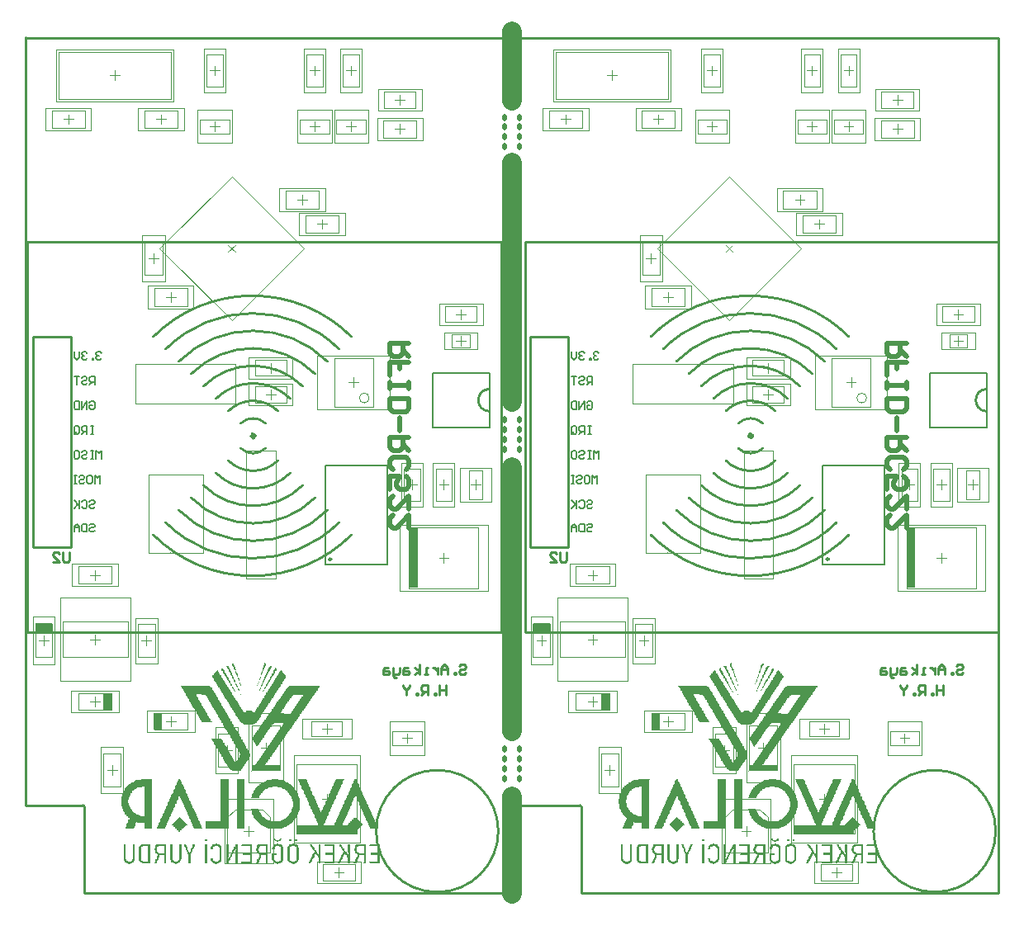
<source format=gbo>
G04*
G04 #@! TF.GenerationSoftware,Altium Limited,Altium Designer,21.3.2 (30)*
G04*
G04 Layer_Color=32896*
%FSLAX25Y25*%
%MOIN*%
G70*
G04*
G04 #@! TF.SameCoordinates,2132C70D-00E6-48B3-8683-B54ED86332B3*
G04*
G04*
G04 #@! TF.FilePolarity,Positive*
G04*
G01*
G75*
%ADD36C,0.01000*%
%ADD38C,0.00394*%
%ADD39C,0.00787*%
%ADD40C,0.07874*%
%ADD41C,0.01968*%
%ADD42R,0.03307X0.06692*%
%ADD43R,0.06692X0.03307*%
%ADD44R,0.03765X0.24488*%
%ADD45R,0.24488X0.03765*%
%ADD46R,0.11496X0.02436*%
%ADD47R,0.24488X0.03765*%
%ADD48C,0.00197*%
G36*
X297952Y93188D02*
X298408D01*
Y92960D01*
Y92732D01*
Y92504D01*
X298180D01*
Y92276D01*
Y92048D01*
X297952D01*
Y91820D01*
Y91592D01*
X297724D01*
Y91364D01*
X297496D01*
Y91136D01*
Y90908D01*
Y90680D01*
X297268D01*
Y90452D01*
Y90224D01*
X297040D01*
Y89996D01*
Y89768D01*
Y89540D01*
X296812D01*
Y89312D01*
Y89084D01*
X296583D01*
Y88856D01*
Y88628D01*
X296355D01*
Y88400D01*
Y88172D01*
Y87944D01*
X296127D01*
Y88172D01*
Y88400D01*
Y88628D01*
Y88856D01*
X296355D01*
Y89084D01*
Y89312D01*
Y89540D01*
X296583D01*
Y89768D01*
Y89996D01*
Y90224D01*
X296812D01*
Y90452D01*
Y90680D01*
Y90908D01*
X297040D01*
Y91136D01*
Y91364D01*
Y91592D01*
X297268D01*
Y91820D01*
Y92048D01*
Y92276D01*
Y92504D01*
X297496D01*
Y92732D01*
Y92960D01*
X297724D01*
Y93188D01*
Y93416D01*
X297952D01*
Y93188D01*
D02*
G37*
G36*
X97164D02*
X97620D01*
Y92960D01*
Y92732D01*
Y92504D01*
X97392D01*
Y92276D01*
Y92048D01*
X97164D01*
Y91820D01*
Y91592D01*
X96936D01*
Y91364D01*
X96708D01*
Y91136D01*
Y90908D01*
Y90680D01*
X96480D01*
Y90452D01*
Y90224D01*
X96252D01*
Y89996D01*
Y89768D01*
Y89540D01*
X96024D01*
Y89312D01*
Y89084D01*
X95796D01*
Y88856D01*
Y88628D01*
X95568D01*
Y88400D01*
Y88172D01*
Y87944D01*
X95340D01*
Y88172D01*
Y88400D01*
Y88628D01*
Y88856D01*
X95568D01*
Y89084D01*
Y89312D01*
Y89540D01*
X95796D01*
Y89768D01*
Y89996D01*
Y90224D01*
X96024D01*
Y90452D01*
Y90680D01*
Y90908D01*
X96252D01*
Y91136D01*
Y91364D01*
Y91592D01*
X96480D01*
Y91820D01*
Y92048D01*
Y92276D01*
Y92504D01*
X96708D01*
Y92732D01*
Y92960D01*
X96936D01*
Y93188D01*
Y93416D01*
X97164D01*
Y93188D01*
D02*
G37*
G36*
X296127Y87716D02*
Y87488D01*
Y87259D01*
X295899D01*
Y87488D01*
Y87716D01*
Y87944D01*
X296127D01*
Y87716D01*
D02*
G37*
G36*
X95340D02*
Y87488D01*
Y87259D01*
X95112D01*
Y87488D01*
Y87716D01*
Y87944D01*
X95340D01*
Y87716D01*
D02*
G37*
G36*
X295899Y87031D02*
Y86803D01*
Y86575D01*
X295671D01*
Y86347D01*
Y86119D01*
Y85891D01*
X295443D01*
Y86119D01*
Y86347D01*
Y86575D01*
Y86803D01*
X295671D01*
Y87031D01*
Y87259D01*
X295899D01*
Y87031D01*
D02*
G37*
G36*
X95112D02*
Y86803D01*
Y86575D01*
X94884D01*
Y86347D01*
Y86119D01*
Y85891D01*
X94656D01*
Y86119D01*
Y86347D01*
Y86575D01*
Y86803D01*
X94884D01*
Y87031D01*
Y87259D01*
X95112D01*
Y87031D01*
D02*
G37*
G36*
X285410Y93188D02*
Y92960D01*
Y92732D01*
Y92504D01*
X285638D01*
Y92276D01*
Y92048D01*
Y91820D01*
X285866D01*
Y91592D01*
Y91364D01*
Y91136D01*
X286094D01*
Y90908D01*
Y90680D01*
X286322D01*
Y90452D01*
X286094D01*
Y90224D01*
X286322D01*
Y89996D01*
Y89768D01*
Y89540D01*
X286550D01*
Y89312D01*
Y89084D01*
X286778D01*
Y88856D01*
Y88628D01*
Y88400D01*
Y88172D01*
X287006D01*
Y87944D01*
Y87716D01*
Y87488D01*
X287234D01*
Y87259D01*
Y87031D01*
X287462D01*
Y86803D01*
Y86575D01*
Y86347D01*
Y86119D01*
X287690D01*
Y85891D01*
Y85663D01*
X287462D01*
Y85891D01*
Y86119D01*
X287234D01*
Y86347D01*
Y86575D01*
Y86803D01*
X287006D01*
Y87031D01*
Y87259D01*
Y87488D01*
X286778D01*
Y87716D01*
Y87944D01*
X286550D01*
Y88172D01*
Y88400D01*
Y88628D01*
X286322D01*
Y88856D01*
Y89084D01*
X286094D01*
Y89312D01*
Y89540D01*
Y89768D01*
Y89996D01*
X285866D01*
Y90224D01*
Y90452D01*
X285638D01*
Y90680D01*
X285410D01*
Y90908D01*
Y91136D01*
Y91364D01*
X285182D01*
Y91592D01*
Y91820D01*
X284954D01*
Y92048D01*
Y92276D01*
X284726D01*
Y92504D01*
Y92732D01*
X284497D01*
Y92960D01*
X284726D01*
Y93188D01*
X285182D01*
Y93416D01*
X285410D01*
Y93188D01*
D02*
G37*
G36*
X84622D02*
Y92960D01*
Y92732D01*
Y92504D01*
X84850D01*
Y92276D01*
Y92048D01*
Y91820D01*
X85078D01*
Y91592D01*
Y91364D01*
Y91136D01*
X85306D01*
Y90908D01*
Y90680D01*
X85534D01*
Y90452D01*
X85306D01*
Y90224D01*
X85534D01*
Y89996D01*
Y89768D01*
Y89540D01*
X85762D01*
Y89312D01*
Y89084D01*
X85991D01*
Y88856D01*
Y88628D01*
Y88400D01*
Y88172D01*
X86219D01*
Y87944D01*
Y87716D01*
Y87488D01*
X86446D01*
Y87259D01*
Y87031D01*
X86675D01*
Y86803D01*
Y86575D01*
Y86347D01*
Y86119D01*
X86903D01*
Y85891D01*
Y85663D01*
X86675D01*
Y85891D01*
Y86119D01*
X86446D01*
Y86347D01*
Y86575D01*
Y86803D01*
X86219D01*
Y87031D01*
Y87259D01*
Y87488D01*
X85991D01*
Y87716D01*
Y87944D01*
X85762D01*
Y88172D01*
Y88400D01*
Y88628D01*
X85534D01*
Y88856D01*
Y89084D01*
X85306D01*
Y89312D01*
Y89540D01*
Y89768D01*
Y89996D01*
X85078D01*
Y90224D01*
Y90452D01*
X84850D01*
Y90680D01*
X84622D01*
Y90908D01*
Y91136D01*
Y91364D01*
X84394D01*
Y91592D01*
Y91820D01*
X84166D01*
Y92048D01*
Y92276D01*
X83938D01*
Y92504D01*
Y92732D01*
X83710D01*
Y92960D01*
X83938D01*
Y93188D01*
X84394D01*
Y93416D01*
X84622D01*
Y93188D01*
D02*
G37*
G36*
X295443Y85663D02*
Y85435D01*
X295215D01*
Y85663D01*
Y85891D01*
X295443D01*
Y85663D01*
D02*
G37*
G36*
X94656D02*
Y85435D01*
X94428D01*
Y85663D01*
Y85891D01*
X94656D01*
Y85663D01*
D02*
G37*
G36*
X287918Y85207D02*
Y84979D01*
X287690D01*
Y85207D01*
Y85435D01*
X287918D01*
Y85207D01*
D02*
G37*
G36*
X87131D02*
Y84979D01*
X86903D01*
Y85207D01*
Y85435D01*
X87131D01*
Y85207D01*
D02*
G37*
G36*
X295215Y84979D02*
Y84751D01*
X294987D01*
Y84979D01*
Y85207D01*
X295215D01*
Y84979D01*
D02*
G37*
G36*
X94428D02*
Y84751D01*
X94200D01*
Y84979D01*
Y85207D01*
X94428D01*
Y84979D01*
D02*
G37*
G36*
X288146Y84523D02*
Y84295D01*
X287918D01*
Y84523D01*
Y84751D01*
X288146D01*
Y84523D01*
D02*
G37*
G36*
X87359D02*
Y84295D01*
X87131D01*
Y84523D01*
Y84751D01*
X87359D01*
Y84523D01*
D02*
G37*
G36*
X294987Y84295D02*
Y84067D01*
X294759D01*
Y84295D01*
Y84523D01*
X294987D01*
Y84295D01*
D02*
G37*
G36*
X94200D02*
Y84067D01*
X93972D01*
Y84295D01*
Y84523D01*
X94200D01*
Y84295D01*
D02*
G37*
G36*
X300232Y92048D02*
X300688D01*
Y91820D01*
X300460D01*
Y91592D01*
Y91364D01*
X300232D01*
Y91136D01*
Y90908D01*
X300004D01*
Y90680D01*
X299776D01*
Y90452D01*
Y90224D01*
X299548D01*
Y89996D01*
Y89768D01*
X299320D01*
Y89540D01*
Y89312D01*
X299092D01*
Y89084D01*
Y88856D01*
X298864D01*
Y88628D01*
Y88400D01*
X298636D01*
Y88172D01*
Y87944D01*
X298408D01*
Y87716D01*
Y87488D01*
X298180D01*
Y87259D01*
Y87031D01*
X297952D01*
Y86803D01*
Y86575D01*
X297724D01*
Y86347D01*
Y86119D01*
X297496D01*
Y85891D01*
Y85663D01*
X297268D01*
Y85435D01*
Y85207D01*
X297040D01*
Y84979D01*
Y84751D01*
X296812D01*
Y84523D01*
Y84295D01*
X296583D01*
Y84067D01*
Y83839D01*
X296355D01*
Y83611D01*
Y83383D01*
X296127D01*
Y83611D01*
Y83839D01*
Y84067D01*
X296355D01*
Y84295D01*
Y84523D01*
X296583D01*
Y84751D01*
Y84979D01*
Y85207D01*
X296812D01*
Y85435D01*
Y85663D01*
X297040D01*
Y85891D01*
Y86119D01*
X297268D01*
Y86347D01*
Y86575D01*
Y86803D01*
X297496D01*
Y87031D01*
Y87259D01*
X297724D01*
Y87488D01*
Y87716D01*
X297952D01*
Y87944D01*
Y88172D01*
Y88400D01*
X298180D01*
Y88628D01*
Y88856D01*
X298408D01*
Y89084D01*
Y89312D01*
X298636D01*
Y89540D01*
Y89768D01*
X298864D01*
Y89996D01*
Y90224D01*
Y90452D01*
X299092D01*
Y90680D01*
Y90908D01*
X299320D01*
Y91136D01*
Y91364D01*
X299548D01*
Y91592D01*
Y91820D01*
X299776D01*
Y92048D01*
Y92276D01*
X300232D01*
Y92048D01*
D02*
G37*
G36*
X99445D02*
X99901D01*
Y91820D01*
X99673D01*
Y91592D01*
Y91364D01*
X99445D01*
Y91136D01*
Y90908D01*
X99217D01*
Y90680D01*
X98988D01*
Y90452D01*
Y90224D01*
X98760D01*
Y89996D01*
Y89768D01*
X98532D01*
Y89540D01*
Y89312D01*
X98304D01*
Y89084D01*
Y88856D01*
X98076D01*
Y88628D01*
Y88400D01*
X97848D01*
Y88172D01*
Y87944D01*
X97620D01*
Y87716D01*
Y87488D01*
X97392D01*
Y87259D01*
Y87031D01*
X97164D01*
Y86803D01*
Y86575D01*
X96936D01*
Y86347D01*
Y86119D01*
X96708D01*
Y85891D01*
Y85663D01*
X96480D01*
Y85435D01*
Y85207D01*
X96252D01*
Y84979D01*
Y84751D01*
X96024D01*
Y84523D01*
Y84295D01*
X95796D01*
Y84067D01*
Y83839D01*
X95568D01*
Y83611D01*
Y83383D01*
X95340D01*
Y83611D01*
Y83839D01*
Y84067D01*
X95568D01*
Y84295D01*
Y84523D01*
X95796D01*
Y84751D01*
Y84979D01*
Y85207D01*
X96024D01*
Y85435D01*
Y85663D01*
X96252D01*
Y85891D01*
Y86119D01*
X96480D01*
Y86347D01*
Y86575D01*
Y86803D01*
X96708D01*
Y87031D01*
Y87259D01*
X96936D01*
Y87488D01*
Y87716D01*
X97164D01*
Y87944D01*
Y88172D01*
Y88400D01*
X97392D01*
Y88628D01*
Y88856D01*
X97620D01*
Y89084D01*
Y89312D01*
X97848D01*
Y89540D01*
Y89768D01*
X98076D01*
Y89996D01*
Y90224D01*
Y90452D01*
X98304D01*
Y90680D01*
Y90908D01*
X98532D01*
Y91136D01*
Y91364D01*
X98760D01*
Y91592D01*
Y91820D01*
X98988D01*
Y92048D01*
Y92276D01*
X99445D01*
Y92048D01*
D02*
G37*
G36*
X296127Y83155D02*
Y82927D01*
X295899D01*
Y83155D01*
Y83383D01*
X296127D01*
Y83155D01*
D02*
G37*
G36*
X95340D02*
Y82927D01*
X95112D01*
Y83155D01*
Y83383D01*
X95340D01*
Y83155D01*
D02*
G37*
G36*
X302284Y91136D02*
X302512D01*
Y90908D01*
X302740D01*
Y90680D01*
X302512D01*
Y90452D01*
Y90224D01*
X302284D01*
Y89996D01*
X302056D01*
Y89768D01*
Y89540D01*
X301828D01*
Y89312D01*
Y89084D01*
X301600D01*
Y88856D01*
Y88628D01*
X301372D01*
Y88400D01*
X301144D01*
Y88172D01*
X300916D01*
Y87944D01*
Y87716D01*
X300688D01*
Y87488D01*
Y87259D01*
X300460D01*
Y87031D01*
X300232D01*
Y86803D01*
Y86575D01*
X300004D01*
Y86347D01*
Y86119D01*
X299776D01*
Y85891D01*
Y85663D01*
X299548D01*
Y85435D01*
X299320D01*
Y85207D01*
Y84979D01*
X299092D01*
Y84751D01*
X298864D01*
Y84523D01*
Y84295D01*
X298636D01*
Y84067D01*
Y83839D01*
X298408D01*
Y83611D01*
X298180D01*
Y83383D01*
Y83155D01*
X297952D01*
Y82927D01*
Y82699D01*
X297724D01*
Y82471D01*
X297496D01*
Y82699D01*
Y82927D01*
X297724D01*
Y83155D01*
Y83383D01*
X297952D01*
Y83611D01*
Y83839D01*
X298180D01*
Y84067D01*
Y84295D01*
X298408D01*
Y84523D01*
Y84751D01*
X298636D01*
Y84979D01*
Y85207D01*
X298864D01*
Y85435D01*
Y85663D01*
X299092D01*
Y85891D01*
X299320D01*
Y86119D01*
Y86347D01*
X299548D01*
Y86575D01*
Y86803D01*
X299776D01*
Y87031D01*
Y87259D01*
X300004D01*
Y87488D01*
Y87716D01*
X300232D01*
Y87944D01*
Y88172D01*
X300460D01*
Y88400D01*
Y88628D01*
X300688D01*
Y88856D01*
Y89084D01*
X300916D01*
Y89312D01*
X301144D01*
Y89540D01*
Y89768D01*
X301372D01*
Y89996D01*
Y90224D01*
Y90452D01*
X301600D01*
Y90680D01*
X301828D01*
Y90908D01*
Y91136D01*
X302056D01*
Y91364D01*
X302284D01*
Y91136D01*
D02*
G37*
G36*
X101497D02*
X101725D01*
Y90908D01*
X101953D01*
Y90680D01*
X101725D01*
Y90452D01*
Y90224D01*
X101497D01*
Y89996D01*
X101269D01*
Y89768D01*
Y89540D01*
X101041D01*
Y89312D01*
Y89084D01*
X100813D01*
Y88856D01*
Y88628D01*
X100585D01*
Y88400D01*
X100357D01*
Y88172D01*
X100129D01*
Y87944D01*
Y87716D01*
X99901D01*
Y87488D01*
Y87259D01*
X99673D01*
Y87031D01*
X99445D01*
Y86803D01*
Y86575D01*
X99217D01*
Y86347D01*
Y86119D01*
X98988D01*
Y85891D01*
Y85663D01*
X98760D01*
Y85435D01*
X98532D01*
Y85207D01*
Y84979D01*
X98304D01*
Y84751D01*
X98076D01*
Y84523D01*
Y84295D01*
X97848D01*
Y84067D01*
Y83839D01*
X97620D01*
Y83611D01*
X97392D01*
Y83383D01*
Y83155D01*
X97164D01*
Y82927D01*
Y82699D01*
X96936D01*
Y82471D01*
X96708D01*
Y82699D01*
Y82927D01*
X96936D01*
Y83155D01*
Y83383D01*
X97164D01*
Y83611D01*
Y83839D01*
X97392D01*
Y84067D01*
Y84295D01*
X97620D01*
Y84523D01*
Y84751D01*
X97848D01*
Y84979D01*
Y85207D01*
X98076D01*
Y85435D01*
Y85663D01*
X98304D01*
Y85891D01*
X98532D01*
Y86119D01*
Y86347D01*
X98760D01*
Y86575D01*
Y86803D01*
X98988D01*
Y87031D01*
Y87259D01*
X99217D01*
Y87488D01*
Y87716D01*
X99445D01*
Y87944D01*
Y88172D01*
X99673D01*
Y88400D01*
Y88628D01*
X99901D01*
Y88856D01*
Y89084D01*
X100129D01*
Y89312D01*
X100357D01*
Y89540D01*
Y89768D01*
X100585D01*
Y89996D01*
Y90224D01*
Y90452D01*
X100813D01*
Y90680D01*
X101041D01*
Y90908D01*
Y91136D01*
X101269D01*
Y91364D01*
X101497D01*
Y91136D01*
D02*
G37*
G36*
X297496Y82243D02*
Y82015D01*
X297268D01*
Y82243D01*
Y82471D01*
X297496D01*
Y82243D01*
D02*
G37*
G36*
X283129Y92048D02*
X283357D01*
Y91820D01*
Y91592D01*
Y91364D01*
X283585D01*
Y91136D01*
Y90908D01*
X283813D01*
Y90680D01*
Y90452D01*
X284042D01*
Y90224D01*
Y89996D01*
X284269D01*
Y89768D01*
Y89540D01*
X284497D01*
Y89312D01*
Y89084D01*
X284726D01*
Y88856D01*
Y88628D01*
Y88400D01*
X284954D01*
Y88172D01*
Y87944D01*
X285182D01*
Y87716D01*
Y87488D01*
X285410D01*
Y87259D01*
Y87031D01*
Y86803D01*
X285638D01*
Y86575D01*
Y86347D01*
X285866D01*
Y86119D01*
Y85891D01*
X286094D01*
Y85663D01*
Y85435D01*
Y85207D01*
X286322D01*
Y84979D01*
Y84751D01*
X286550D01*
Y84523D01*
Y84295D01*
X286778D01*
Y84067D01*
Y83839D01*
Y83611D01*
X287006D01*
Y83383D01*
Y83155D01*
X287234D01*
Y82927D01*
Y82699D01*
X287462D01*
Y82471D01*
Y82243D01*
Y82015D01*
X287234D01*
Y82243D01*
Y82471D01*
X287006D01*
Y82699D01*
Y82927D01*
X286778D01*
Y83155D01*
Y83383D01*
X286550D01*
Y83611D01*
Y83839D01*
X286322D01*
Y84067D01*
Y84295D01*
Y84523D01*
X286094D01*
Y84751D01*
Y84979D01*
X285866D01*
Y85207D01*
Y85435D01*
X285638D01*
Y85663D01*
Y85891D01*
X285410D01*
Y86119D01*
Y86347D01*
X285182D01*
Y86575D01*
Y86803D01*
X284954D01*
Y87031D01*
Y87259D01*
X284726D01*
Y87488D01*
Y87716D01*
X284497D01*
Y87944D01*
Y88172D01*
X284269D01*
Y88400D01*
Y88628D01*
X284042D01*
Y88856D01*
Y89084D01*
X283813D01*
Y89312D01*
Y89540D01*
X283585D01*
Y89768D01*
X283357D01*
Y89996D01*
Y90224D01*
X283129D01*
Y90452D01*
Y90680D01*
X282901D01*
Y90908D01*
Y91136D01*
X282673D01*
Y91364D01*
X282445D01*
Y91592D01*
Y91820D01*
X282217D01*
Y92048D01*
X282673D01*
Y92276D01*
X283129D01*
Y92048D01*
D02*
G37*
G36*
X96708Y82243D02*
Y82015D01*
X96480D01*
Y82243D01*
Y82471D01*
X96708D01*
Y82243D01*
D02*
G37*
G36*
X82342Y92048D02*
X82570D01*
Y91820D01*
Y91592D01*
Y91364D01*
X82798D01*
Y91136D01*
Y90908D01*
X83026D01*
Y90680D01*
Y90452D01*
X83254D01*
Y90224D01*
Y89996D01*
X83482D01*
Y89768D01*
Y89540D01*
X83710D01*
Y89312D01*
Y89084D01*
X83938D01*
Y88856D01*
Y88628D01*
Y88400D01*
X84166D01*
Y88172D01*
Y87944D01*
X84394D01*
Y87716D01*
Y87488D01*
X84622D01*
Y87259D01*
Y87031D01*
Y86803D01*
X84850D01*
Y86575D01*
Y86347D01*
X85078D01*
Y86119D01*
Y85891D01*
X85306D01*
Y85663D01*
Y85435D01*
Y85207D01*
X85534D01*
Y84979D01*
Y84751D01*
X85762D01*
Y84523D01*
Y84295D01*
X85991D01*
Y84067D01*
Y83839D01*
Y83611D01*
X86219D01*
Y83383D01*
Y83155D01*
X86446D01*
Y82927D01*
Y82699D01*
X86675D01*
Y82471D01*
Y82243D01*
Y82015D01*
X86446D01*
Y82243D01*
Y82471D01*
X86219D01*
Y82699D01*
Y82927D01*
X85991D01*
Y83155D01*
Y83383D01*
X85762D01*
Y83611D01*
Y83839D01*
X85534D01*
Y84067D01*
Y84295D01*
Y84523D01*
X85306D01*
Y84751D01*
Y84979D01*
X85078D01*
Y85207D01*
Y85435D01*
X84850D01*
Y85663D01*
Y85891D01*
X84622D01*
Y86119D01*
Y86347D01*
X84394D01*
Y86575D01*
Y86803D01*
X84166D01*
Y87031D01*
Y87259D01*
X83938D01*
Y87488D01*
Y87716D01*
X83710D01*
Y87944D01*
Y88172D01*
X83482D01*
Y88400D01*
Y88628D01*
X83254D01*
Y88856D01*
Y89084D01*
X83026D01*
Y89312D01*
Y89540D01*
X82798D01*
Y89768D01*
X82570D01*
Y89996D01*
Y90224D01*
X82342D01*
Y90452D01*
Y90680D01*
X82114D01*
Y90908D01*
Y91136D01*
X81886D01*
Y91364D01*
X81658D01*
Y91592D01*
Y91820D01*
X81430D01*
Y92048D01*
X81886D01*
Y92276D01*
X82342D01*
Y92048D01*
D02*
G37*
G36*
X297268Y81787D02*
X297040D01*
Y82015D01*
X297268D01*
Y81787D01*
D02*
G37*
G36*
X295899Y82699D02*
Y82471D01*
Y82243D01*
X295671D01*
Y82015D01*
Y81787D01*
X295443D01*
Y82015D01*
Y82243D01*
Y82471D01*
X295671D01*
Y82699D01*
Y82927D01*
X295899D01*
Y82699D01*
D02*
G37*
G36*
X96480Y81787D02*
X96252D01*
Y82015D01*
X96480D01*
Y81787D01*
D02*
G37*
G36*
X95112Y82699D02*
Y82471D01*
Y82243D01*
X94884D01*
Y82015D01*
Y81787D01*
X94656D01*
Y82015D01*
Y82243D01*
Y82471D01*
X94884D01*
Y82699D01*
Y82927D01*
X95112D01*
Y82699D01*
D02*
G37*
G36*
X281077Y91136D02*
Y90908D01*
Y90680D01*
X281305D01*
Y90452D01*
X281533D01*
Y90224D01*
Y89996D01*
X281761D01*
Y89768D01*
Y89540D01*
X281989D01*
Y89312D01*
Y89084D01*
X282217D01*
Y88856D01*
Y88628D01*
X282445D01*
Y88400D01*
Y88172D01*
X282673D01*
Y87944D01*
Y87716D01*
X282901D01*
Y87488D01*
X283129D01*
Y87259D01*
Y87031D01*
X283357D01*
Y86803D01*
Y86575D01*
X283585D01*
Y86347D01*
Y86119D01*
X283813D01*
Y85891D01*
Y85663D01*
X284042D01*
Y85435D01*
Y85207D01*
X284269D01*
Y84979D01*
Y84751D01*
X284497D01*
Y84523D01*
Y84295D01*
X284726D01*
Y84067D01*
Y83839D01*
X284954D01*
Y83611D01*
X285182D01*
Y83383D01*
Y83155D01*
Y82927D01*
X285410D01*
Y82699D01*
X285638D01*
Y82471D01*
Y82243D01*
X285866D01*
Y82015D01*
Y81787D01*
X286094D01*
Y81559D01*
Y81331D01*
X285866D01*
Y81559D01*
Y81787D01*
X285638D01*
Y82015D01*
Y82243D01*
X285410D01*
Y82471D01*
X285182D01*
Y82699D01*
Y82927D01*
X284954D01*
Y83155D01*
X284726D01*
Y83383D01*
Y83611D01*
X284497D01*
Y83839D01*
Y84067D01*
X284269D01*
Y84295D01*
X284042D01*
Y84523D01*
Y84751D01*
X283813D01*
Y84979D01*
Y85207D01*
X283585D01*
Y85435D01*
X283357D01*
Y85663D01*
Y85891D01*
X283129D01*
Y86119D01*
X282901D01*
Y86347D01*
Y86575D01*
X282673D01*
Y86803D01*
Y87031D01*
X282445D01*
Y87259D01*
X282217D01*
Y87488D01*
Y87716D01*
X281989D01*
Y87944D01*
Y88172D01*
X281761D01*
Y88400D01*
X281533D01*
Y88628D01*
Y88856D01*
X281305D01*
Y89084D01*
Y89312D01*
X281077D01*
Y89540D01*
X280849D01*
Y89768D01*
Y89996D01*
X280621D01*
Y90224D01*
X280393D01*
Y90452D01*
Y90680D01*
X280165D01*
Y90908D01*
X280393D01*
Y91136D01*
X280849D01*
Y91364D01*
X281077D01*
Y91136D01*
D02*
G37*
G36*
X80290D02*
Y90908D01*
Y90680D01*
X80518D01*
Y90452D01*
X80746D01*
Y90224D01*
Y89996D01*
X80974D01*
Y89768D01*
Y89540D01*
X81202D01*
Y89312D01*
Y89084D01*
X81430D01*
Y88856D01*
Y88628D01*
X81658D01*
Y88400D01*
Y88172D01*
X81886D01*
Y87944D01*
Y87716D01*
X82114D01*
Y87488D01*
X82342D01*
Y87259D01*
Y87031D01*
X82570D01*
Y86803D01*
Y86575D01*
X82798D01*
Y86347D01*
Y86119D01*
X83026D01*
Y85891D01*
Y85663D01*
X83254D01*
Y85435D01*
Y85207D01*
X83482D01*
Y84979D01*
Y84751D01*
X83710D01*
Y84523D01*
Y84295D01*
X83938D01*
Y84067D01*
Y83839D01*
X84166D01*
Y83611D01*
X84394D01*
Y83383D01*
Y83155D01*
Y82927D01*
X84622D01*
Y82699D01*
X84850D01*
Y82471D01*
Y82243D01*
X85078D01*
Y82015D01*
Y81787D01*
X85306D01*
Y81559D01*
Y81331D01*
X85078D01*
Y81559D01*
Y81787D01*
X84850D01*
Y82015D01*
Y82243D01*
X84622D01*
Y82471D01*
X84394D01*
Y82699D01*
Y82927D01*
X84166D01*
Y83155D01*
X83938D01*
Y83383D01*
Y83611D01*
X83710D01*
Y83839D01*
Y84067D01*
X83482D01*
Y84295D01*
X83254D01*
Y84523D01*
Y84751D01*
X83026D01*
Y84979D01*
Y85207D01*
X82798D01*
Y85435D01*
X82570D01*
Y85663D01*
Y85891D01*
X82342D01*
Y86119D01*
X82114D01*
Y86347D01*
Y86575D01*
X81886D01*
Y86803D01*
Y87031D01*
X81658D01*
Y87259D01*
X81430D01*
Y87488D01*
Y87716D01*
X81202D01*
Y87944D01*
Y88172D01*
X80974D01*
Y88400D01*
X80746D01*
Y88628D01*
Y88856D01*
X80518D01*
Y89084D01*
Y89312D01*
X80290D01*
Y89540D01*
X80062D01*
Y89768D01*
Y89996D01*
X79834D01*
Y90224D01*
X79606D01*
Y90452D01*
Y90680D01*
X79377D01*
Y90908D01*
X79606D01*
Y91136D01*
X80062D01*
Y91364D01*
X80290D01*
Y91136D01*
D02*
G37*
G36*
X288146Y80646D02*
Y80418D01*
X287918D01*
Y80646D01*
Y80874D01*
X288146D01*
Y80646D01*
D02*
G37*
G36*
X87359D02*
Y80418D01*
X87131D01*
Y80646D01*
Y80874D01*
X87359D01*
Y80646D01*
D02*
G37*
G36*
X304565Y90224D02*
X304793D01*
Y89996D01*
Y89768D01*
X305021D01*
Y89540D01*
X305249D01*
Y89312D01*
X305477D01*
Y89084D01*
X305705D01*
Y88856D01*
X305933D01*
Y88628D01*
Y88400D01*
X306161D01*
Y88172D01*
X306389D01*
Y87944D01*
X306617D01*
Y87716D01*
X306389D01*
Y87488D01*
X306161D01*
Y87259D01*
Y87031D01*
X305933D01*
Y86803D01*
X305705D01*
Y86575D01*
Y86347D01*
X305477D01*
Y86119D01*
X305249D01*
Y85891D01*
Y85663D01*
X305021D01*
Y85435D01*
X304793D01*
Y85207D01*
Y84979D01*
X304565D01*
Y84751D01*
X304337D01*
Y84523D01*
Y84295D01*
X304109D01*
Y84067D01*
Y83839D01*
X303881D01*
Y83611D01*
X303653D01*
Y83383D01*
Y83155D01*
X303425D01*
Y82927D01*
X303197D01*
Y82699D01*
Y82471D01*
X302968D01*
Y82243D01*
X302740D01*
Y82015D01*
Y81787D01*
X302512D01*
Y81559D01*
X302284D01*
Y81331D01*
Y81103D01*
X302056D01*
Y80874D01*
X301828D01*
Y80646D01*
Y80418D01*
X301600D01*
Y80190D01*
Y79962D01*
X301372D01*
Y79734D01*
X301144D01*
Y79506D01*
Y79278D01*
X300916D01*
Y79050D01*
X300688D01*
Y78822D01*
Y78594D01*
X300460D01*
Y78366D01*
X300232D01*
Y78138D01*
Y77910D01*
X300004D01*
Y77682D01*
X299776D01*
Y77454D01*
Y77226D01*
X299548D01*
Y76998D01*
X299320D01*
Y76770D01*
Y76542D01*
X299092D01*
Y76314D01*
X298864D01*
Y76086D01*
Y75858D01*
X298636D01*
Y75630D01*
Y75402D01*
X298408D01*
Y75173D01*
X298180D01*
Y74945D01*
Y74717D01*
X297952D01*
Y74489D01*
X297724D01*
Y74261D01*
Y74033D01*
X297496D01*
Y73805D01*
X297268D01*
Y73577D01*
Y73349D01*
X297040D01*
Y73121D01*
X296812D01*
Y72893D01*
Y72665D01*
X296583D01*
Y72437D01*
X296355D01*
Y72209D01*
Y71981D01*
X296127D01*
Y71753D01*
Y71525D01*
X295899D01*
Y71297D01*
X295671D01*
Y71069D01*
Y70841D01*
X295443D01*
Y70613D01*
X295215D01*
Y70385D01*
Y70157D01*
X294987D01*
Y69929D01*
Y69701D01*
X294759D01*
Y69473D01*
X294531D01*
Y69245D01*
X294303D01*
Y69017D01*
X293847D01*
Y68788D01*
X293391D01*
Y68560D01*
X292479D01*
Y68332D01*
X289970D01*
Y68560D01*
X289286D01*
Y68788D01*
X288830D01*
Y69017D01*
X288374D01*
Y69245D01*
X288146D01*
Y69473D01*
X287918D01*
Y69701D01*
X287690D01*
Y69929D01*
Y70157D01*
X287462D01*
Y70385D01*
X287234D01*
Y70613D01*
Y70841D01*
X287006D01*
Y71069D01*
Y71297D01*
X286778D01*
Y71525D01*
X286550D01*
Y71753D01*
Y71981D01*
X286322D01*
Y72209D01*
X286094D01*
Y72437D01*
Y72665D01*
X285866D01*
Y72893D01*
Y73121D01*
X285638D01*
Y73349D01*
X285410D01*
Y73577D01*
Y73805D01*
X285182D01*
Y74033D01*
X284954D01*
Y74261D01*
Y74489D01*
X284726D01*
Y74717D01*
Y74945D01*
X284497D01*
Y75173D01*
X284269D01*
Y75402D01*
Y75630D01*
X284042D01*
Y75858D01*
X283813D01*
Y76086D01*
Y76314D01*
X283585D01*
Y76542D01*
Y76770D01*
X283357D01*
Y76998D01*
X283129D01*
Y77226D01*
Y77454D01*
X282901D01*
Y77682D01*
Y77910D01*
X282673D01*
Y78138D01*
X282445D01*
Y78366D01*
Y78594D01*
X282217D01*
Y78822D01*
X281989D01*
Y79050D01*
Y79278D01*
X281761D01*
Y79506D01*
Y79734D01*
X281533D01*
Y79962D01*
X281305D01*
Y80190D01*
Y80418D01*
X281077D01*
Y80646D01*
X280849D01*
Y80874D01*
Y81103D01*
X280621D01*
Y81331D01*
Y81559D01*
X280393D01*
Y81787D01*
X280165D01*
Y82015D01*
Y82243D01*
X279937D01*
Y82471D01*
Y82699D01*
X279709D01*
Y82927D01*
X279481D01*
Y83155D01*
Y83383D01*
X279253D01*
Y83611D01*
X279025D01*
Y83839D01*
Y84067D01*
X278797D01*
Y84295D01*
X278569D01*
Y84523D01*
Y84751D01*
X278341D01*
Y84979D01*
Y85207D01*
X278113D01*
Y85435D01*
X277885D01*
Y85663D01*
Y85891D01*
X277657D01*
Y86119D01*
X277428D01*
Y86347D01*
Y86575D01*
X277200D01*
Y86803D01*
Y87031D01*
X276972D01*
Y87259D01*
Y87488D01*
X276744D01*
Y87716D01*
X276516D01*
Y87944D01*
Y88172D01*
X276744D01*
Y88400D01*
X276972D01*
Y88628D01*
X277200D01*
Y88856D01*
Y89084D01*
X277428D01*
Y89312D01*
X277657D01*
Y89540D01*
X277885D01*
Y89768D01*
X278113D01*
Y89996D01*
X278341D01*
Y90224D01*
X278569D01*
Y90452D01*
X278797D01*
Y90224D01*
Y89996D01*
X279025D01*
Y89768D01*
X279253D01*
Y89540D01*
Y89312D01*
X279481D01*
Y89084D01*
X279709D01*
Y88856D01*
Y88628D01*
X279937D01*
Y88400D01*
X280165D01*
Y88172D01*
Y87944D01*
X280393D01*
Y87716D01*
Y87488D01*
X280621D01*
Y87259D01*
X280849D01*
Y87031D01*
Y86803D01*
X281077D01*
Y86575D01*
Y86347D01*
X281305D01*
Y86119D01*
X281533D01*
Y85891D01*
Y85663D01*
X281761D01*
Y85435D01*
X281989D01*
Y85207D01*
Y84979D01*
X282217D01*
Y84751D01*
Y84523D01*
X282445D01*
Y84295D01*
X282673D01*
Y84067D01*
Y83839D01*
X282901D01*
Y83611D01*
X283129D01*
Y83383D01*
Y83155D01*
X283357D01*
Y82927D01*
Y82699D01*
X283585D01*
Y82471D01*
X283813D01*
Y82243D01*
Y82015D01*
X284042D01*
Y81787D01*
X284269D01*
Y81559D01*
Y81331D01*
X284497D01*
Y81103D01*
X284726D01*
Y80874D01*
Y80646D01*
X284954D01*
Y80418D01*
Y80190D01*
X285182D01*
Y79962D01*
X285410D01*
Y79734D01*
Y79506D01*
X285638D01*
Y79278D01*
Y79050D01*
X285866D01*
Y78822D01*
X286094D01*
Y78594D01*
Y78366D01*
X286322D01*
Y78138D01*
X286550D01*
Y77910D01*
Y77682D01*
X286778D01*
Y77454D01*
Y77226D01*
X287006D01*
Y76998D01*
X287234D01*
Y76770D01*
Y76542D01*
X287462D01*
Y76314D01*
X287690D01*
Y76086D01*
Y75858D01*
X287918D01*
Y75630D01*
Y75402D01*
X288146D01*
Y75173D01*
X288374D01*
Y74945D01*
Y74717D01*
X288602D01*
Y74489D01*
X288830D01*
Y74261D01*
Y74033D01*
X289058D01*
Y73805D01*
X289286D01*
Y73577D01*
Y73349D01*
X289742D01*
Y73577D01*
X290198D01*
Y73805D01*
X290426D01*
Y74033D01*
X290882D01*
Y74261D01*
X292023D01*
Y74033D01*
X292479D01*
Y73805D01*
X292935D01*
Y73577D01*
X293163D01*
Y73349D01*
X293619D01*
Y73577D01*
X293847D01*
Y73805D01*
Y74033D01*
X294075D01*
Y74261D01*
X294303D01*
Y74489D01*
Y74717D01*
X294531D01*
Y74945D01*
X294759D01*
Y75173D01*
Y75402D01*
X294987D01*
Y75630D01*
X295215D01*
Y75858D01*
Y76086D01*
X295443D01*
Y76314D01*
Y76542D01*
X295671D01*
Y76770D01*
X295899D01*
Y76998D01*
Y77226D01*
X296127D01*
Y77454D01*
X296355D01*
Y77682D01*
Y77910D01*
X296583D01*
Y78138D01*
Y78366D01*
X296812D01*
Y78594D01*
X297040D01*
Y78822D01*
Y79050D01*
X297268D01*
Y79278D01*
X297496D01*
Y79506D01*
Y79734D01*
X297724D01*
Y79962D01*
Y80190D01*
X297952D01*
Y80418D01*
X298180D01*
Y80646D01*
Y80874D01*
X298408D01*
Y81103D01*
Y81331D01*
X298636D01*
Y81559D01*
X298864D01*
Y81787D01*
Y82015D01*
X299092D01*
Y82243D01*
X299320D01*
Y82471D01*
Y82699D01*
X299548D01*
Y82927D01*
Y83155D01*
X299776D01*
Y83383D01*
X300004D01*
Y83611D01*
Y83839D01*
X300232D01*
Y84067D01*
X300460D01*
Y84295D01*
Y84523D01*
X300688D01*
Y84751D01*
Y84979D01*
X300916D01*
Y85207D01*
X301144D01*
Y85435D01*
Y85663D01*
X301372D01*
Y85891D01*
X301600D01*
Y86119D01*
Y86347D01*
X301828D01*
Y86575D01*
X302056D01*
Y86803D01*
Y87031D01*
X302284D01*
Y87259D01*
Y87488D01*
X302512D01*
Y87716D01*
Y87944D01*
X302740D01*
Y88172D01*
X302968D01*
Y88400D01*
Y88628D01*
X303197D01*
Y88856D01*
X303425D01*
Y89084D01*
Y89312D01*
X303653D01*
Y89540D01*
Y89768D01*
X303881D01*
Y89996D01*
X304109D01*
Y90224D01*
Y90452D01*
X304565D01*
Y90224D01*
D02*
G37*
G36*
X103777D02*
X104005D01*
Y89996D01*
Y89768D01*
X104233D01*
Y89540D01*
X104461D01*
Y89312D01*
X104689D01*
Y89084D01*
X104917D01*
Y88856D01*
X105146D01*
Y88628D01*
Y88400D01*
X105374D01*
Y88172D01*
X105602D01*
Y87944D01*
X105830D01*
Y87716D01*
X105602D01*
Y87488D01*
X105374D01*
Y87259D01*
Y87031D01*
X105146D01*
Y86803D01*
X104917D01*
Y86575D01*
Y86347D01*
X104689D01*
Y86119D01*
X104461D01*
Y85891D01*
Y85663D01*
X104233D01*
Y85435D01*
X104005D01*
Y85207D01*
Y84979D01*
X103777D01*
Y84751D01*
X103549D01*
Y84523D01*
Y84295D01*
X103321D01*
Y84067D01*
Y83839D01*
X103093D01*
Y83611D01*
X102865D01*
Y83383D01*
Y83155D01*
X102637D01*
Y82927D01*
X102409D01*
Y82699D01*
Y82471D01*
X102181D01*
Y82243D01*
X101953D01*
Y82015D01*
Y81787D01*
X101725D01*
Y81559D01*
X101497D01*
Y81331D01*
Y81103D01*
X101269D01*
Y80874D01*
X101041D01*
Y80646D01*
Y80418D01*
X100813D01*
Y80190D01*
Y79962D01*
X100585D01*
Y79734D01*
X100357D01*
Y79506D01*
Y79278D01*
X100129D01*
Y79050D01*
X99901D01*
Y78822D01*
Y78594D01*
X99673D01*
Y78366D01*
X99445D01*
Y78138D01*
Y77910D01*
X99217D01*
Y77682D01*
X98988D01*
Y77454D01*
Y77226D01*
X98760D01*
Y76998D01*
X98532D01*
Y76770D01*
Y76542D01*
X98304D01*
Y76314D01*
X98076D01*
Y76086D01*
Y75858D01*
X97848D01*
Y75630D01*
Y75402D01*
X97620D01*
Y75173D01*
X97392D01*
Y74945D01*
Y74717D01*
X97164D01*
Y74489D01*
X96936D01*
Y74261D01*
Y74033D01*
X96708D01*
Y73805D01*
X96480D01*
Y73577D01*
Y73349D01*
X96252D01*
Y73121D01*
X96024D01*
Y72893D01*
Y72665D01*
X95796D01*
Y72437D01*
X95568D01*
Y72209D01*
Y71981D01*
X95340D01*
Y71753D01*
Y71525D01*
X95112D01*
Y71297D01*
X94884D01*
Y71069D01*
Y70841D01*
X94656D01*
Y70613D01*
X94428D01*
Y70385D01*
Y70157D01*
X94200D01*
Y69929D01*
Y69701D01*
X93972D01*
Y69473D01*
X93744D01*
Y69245D01*
X93516D01*
Y69017D01*
X93060D01*
Y68788D01*
X92603D01*
Y68560D01*
X91691D01*
Y68332D01*
X89183D01*
Y68560D01*
X88499D01*
Y68788D01*
X88043D01*
Y69017D01*
X87587D01*
Y69245D01*
X87359D01*
Y69473D01*
X87131D01*
Y69701D01*
X86903D01*
Y69929D01*
Y70157D01*
X86675D01*
Y70385D01*
X86446D01*
Y70613D01*
Y70841D01*
X86219D01*
Y71069D01*
Y71297D01*
X85991D01*
Y71525D01*
X85762D01*
Y71753D01*
Y71981D01*
X85534D01*
Y72209D01*
X85306D01*
Y72437D01*
Y72665D01*
X85078D01*
Y72893D01*
Y73121D01*
X84850D01*
Y73349D01*
X84622D01*
Y73577D01*
Y73805D01*
X84394D01*
Y74033D01*
X84166D01*
Y74261D01*
Y74489D01*
X83938D01*
Y74717D01*
Y74945D01*
X83710D01*
Y75173D01*
X83482D01*
Y75402D01*
Y75630D01*
X83254D01*
Y75858D01*
X83026D01*
Y76086D01*
Y76314D01*
X82798D01*
Y76542D01*
Y76770D01*
X82570D01*
Y76998D01*
X82342D01*
Y77226D01*
Y77454D01*
X82114D01*
Y77682D01*
Y77910D01*
X81886D01*
Y78138D01*
X81658D01*
Y78366D01*
Y78594D01*
X81430D01*
Y78822D01*
X81202D01*
Y79050D01*
Y79278D01*
X80974D01*
Y79506D01*
Y79734D01*
X80746D01*
Y79962D01*
X80518D01*
Y80190D01*
Y80418D01*
X80290D01*
Y80646D01*
X80062D01*
Y80874D01*
Y81103D01*
X79834D01*
Y81331D01*
Y81559D01*
X79606D01*
Y81787D01*
X79377D01*
Y82015D01*
Y82243D01*
X79149D01*
Y82471D01*
Y82699D01*
X78921D01*
Y82927D01*
X78693D01*
Y83155D01*
Y83383D01*
X78465D01*
Y83611D01*
X78237D01*
Y83839D01*
Y84067D01*
X78009D01*
Y84295D01*
X77781D01*
Y84523D01*
Y84751D01*
X77553D01*
Y84979D01*
Y85207D01*
X77325D01*
Y85435D01*
X77097D01*
Y85663D01*
Y85891D01*
X76869D01*
Y86119D01*
X76641D01*
Y86347D01*
Y86575D01*
X76413D01*
Y86803D01*
Y87031D01*
X76185D01*
Y87259D01*
Y87488D01*
X75957D01*
Y87716D01*
X75729D01*
Y87944D01*
Y88172D01*
X75957D01*
Y88400D01*
X76185D01*
Y88628D01*
X76413D01*
Y88856D01*
Y89084D01*
X76641D01*
Y89312D01*
X76869D01*
Y89540D01*
X77097D01*
Y89768D01*
X77325D01*
Y89996D01*
X77553D01*
Y90224D01*
X77781D01*
Y90452D01*
X78009D01*
Y90224D01*
Y89996D01*
X78237D01*
Y89768D01*
X78465D01*
Y89540D01*
Y89312D01*
X78693D01*
Y89084D01*
X78921D01*
Y88856D01*
Y88628D01*
X79149D01*
Y88400D01*
X79377D01*
Y88172D01*
Y87944D01*
X79606D01*
Y87716D01*
Y87488D01*
X79834D01*
Y87259D01*
X80062D01*
Y87031D01*
Y86803D01*
X80290D01*
Y86575D01*
Y86347D01*
X80518D01*
Y86119D01*
X80746D01*
Y85891D01*
Y85663D01*
X80974D01*
Y85435D01*
X81202D01*
Y85207D01*
Y84979D01*
X81430D01*
Y84751D01*
Y84523D01*
X81658D01*
Y84295D01*
X81886D01*
Y84067D01*
Y83839D01*
X82114D01*
Y83611D01*
X82342D01*
Y83383D01*
Y83155D01*
X82570D01*
Y82927D01*
Y82699D01*
X82798D01*
Y82471D01*
X83026D01*
Y82243D01*
Y82015D01*
X83254D01*
Y81787D01*
X83482D01*
Y81559D01*
Y81331D01*
X83710D01*
Y81103D01*
X83938D01*
Y80874D01*
Y80646D01*
X84166D01*
Y80418D01*
Y80190D01*
X84394D01*
Y79962D01*
X84622D01*
Y79734D01*
Y79506D01*
X84850D01*
Y79278D01*
Y79050D01*
X85078D01*
Y78822D01*
X85306D01*
Y78594D01*
Y78366D01*
X85534D01*
Y78138D01*
X85762D01*
Y77910D01*
Y77682D01*
X85991D01*
Y77454D01*
Y77226D01*
X86219D01*
Y76998D01*
X86446D01*
Y76770D01*
Y76542D01*
X86675D01*
Y76314D01*
X86903D01*
Y76086D01*
Y75858D01*
X87131D01*
Y75630D01*
Y75402D01*
X87359D01*
Y75173D01*
X87587D01*
Y74945D01*
Y74717D01*
X87815D01*
Y74489D01*
X88043D01*
Y74261D01*
Y74033D01*
X88271D01*
Y73805D01*
X88499D01*
Y73577D01*
Y73349D01*
X88955D01*
Y73577D01*
X89411D01*
Y73805D01*
X89639D01*
Y74033D01*
X90095D01*
Y74261D01*
X91235D01*
Y74033D01*
X91691D01*
Y73805D01*
X92147D01*
Y73577D01*
X92375D01*
Y73349D01*
X92831D01*
Y73577D01*
X93060D01*
Y73805D01*
Y74033D01*
X93288D01*
Y74261D01*
X93516D01*
Y74489D01*
Y74717D01*
X93744D01*
Y74945D01*
X93972D01*
Y75173D01*
Y75402D01*
X94200D01*
Y75630D01*
X94428D01*
Y75858D01*
Y76086D01*
X94656D01*
Y76314D01*
Y76542D01*
X94884D01*
Y76770D01*
X95112D01*
Y76998D01*
Y77226D01*
X95340D01*
Y77454D01*
X95568D01*
Y77682D01*
Y77910D01*
X95796D01*
Y78138D01*
Y78366D01*
X96024D01*
Y78594D01*
X96252D01*
Y78822D01*
Y79050D01*
X96480D01*
Y79278D01*
X96708D01*
Y79506D01*
Y79734D01*
X96936D01*
Y79962D01*
Y80190D01*
X97164D01*
Y80418D01*
X97392D01*
Y80646D01*
Y80874D01*
X97620D01*
Y81103D01*
Y81331D01*
X97848D01*
Y81559D01*
X98076D01*
Y81787D01*
Y82015D01*
X98304D01*
Y82243D01*
X98532D01*
Y82471D01*
Y82699D01*
X98760D01*
Y82927D01*
Y83155D01*
X98988D01*
Y83383D01*
X99217D01*
Y83611D01*
Y83839D01*
X99445D01*
Y84067D01*
X99673D01*
Y84295D01*
Y84523D01*
X99901D01*
Y84751D01*
Y84979D01*
X100129D01*
Y85207D01*
X100357D01*
Y85435D01*
Y85663D01*
X100585D01*
Y85891D01*
X100813D01*
Y86119D01*
Y86347D01*
X101041D01*
Y86575D01*
X101269D01*
Y86803D01*
Y87031D01*
X101497D01*
Y87259D01*
Y87488D01*
X101725D01*
Y87716D01*
Y87944D01*
X101953D01*
Y88172D01*
X102181D01*
Y88400D01*
Y88628D01*
X102409D01*
Y88856D01*
X102637D01*
Y89084D01*
Y89312D01*
X102865D01*
Y89540D01*
Y89768D01*
X103093D01*
Y89996D01*
X103321D01*
Y90224D01*
Y90452D01*
X103777D01*
Y90224D01*
D02*
G37*
G36*
X275148Y84067D02*
X275604D01*
Y83839D01*
X276060D01*
Y83611D01*
X276288D01*
Y83383D01*
X276516D01*
Y83155D01*
Y82927D01*
X276744D01*
Y82699D01*
Y82471D01*
X276972D01*
Y82243D01*
X277200D01*
Y82015D01*
Y81787D01*
X277428D01*
Y81559D01*
Y81331D01*
X277657D01*
Y81103D01*
X277885D01*
Y80874D01*
Y80646D01*
X278113D01*
Y80418D01*
Y80190D01*
X278341D01*
Y79962D01*
Y79734D01*
X278569D01*
Y79506D01*
X278797D01*
Y79278D01*
Y79050D01*
X279025D01*
Y78822D01*
Y78594D01*
X279253D01*
Y78366D01*
Y78138D01*
X279481D01*
Y77910D01*
X279709D01*
Y77682D01*
Y77454D01*
X279937D01*
Y77226D01*
Y76998D01*
X280165D01*
Y76770D01*
X280393D01*
Y76542D01*
Y76314D01*
X280621D01*
Y76086D01*
Y75858D01*
X280849D01*
Y75630D01*
Y75402D01*
X281077D01*
Y75173D01*
X281305D01*
Y74945D01*
Y74717D01*
X281533D01*
Y74489D01*
Y74261D01*
X281761D01*
Y74033D01*
X281989D01*
Y73805D01*
Y73577D01*
X282217D01*
Y73349D01*
Y73121D01*
X282445D01*
Y72893D01*
Y72665D01*
X282673D01*
Y72437D01*
X282901D01*
Y72209D01*
Y71981D01*
X283129D01*
Y71753D01*
Y71525D01*
X283357D01*
Y71297D01*
X283585D01*
Y71069D01*
Y70841D01*
X283813D01*
Y70613D01*
Y70385D01*
X284042D01*
Y70157D01*
Y69929D01*
X284269D01*
Y69701D01*
X284497D01*
Y69473D01*
Y69245D01*
X284726D01*
Y69017D01*
Y68788D01*
X284954D01*
Y68560D01*
X285182D01*
Y68332D01*
Y68104D01*
X285410D01*
Y67876D01*
Y67648D01*
X285638D01*
Y67420D01*
X285866D01*
Y67192D01*
Y66964D01*
X286094D01*
Y66736D01*
Y66508D01*
X286322D01*
Y66280D01*
X286550D01*
Y66052D01*
Y65824D01*
X286778D01*
Y65596D01*
Y65368D01*
X287006D01*
Y65140D01*
Y64912D01*
X287234D01*
Y64684D01*
X287462D01*
Y64456D01*
Y64228D01*
X287690D01*
Y64000D01*
Y63772D01*
X287918D01*
Y63544D01*
X288146D01*
Y63316D01*
Y63088D01*
X288374D01*
Y62860D01*
Y62632D01*
X288602D01*
Y62404D01*
X288830D01*
Y62176D01*
Y61948D01*
X289058D01*
Y61719D01*
Y61491D01*
X289286D01*
Y61263D01*
Y61035D01*
X289514D01*
Y60807D01*
X289742D01*
Y60579D01*
Y60351D01*
X289970D01*
Y60123D01*
Y59895D01*
X290198D01*
Y59667D01*
X290426D01*
Y59439D01*
Y59211D01*
Y58983D01*
X290654D01*
Y58755D01*
X290882D01*
Y58527D01*
Y58299D01*
X291111D01*
Y58071D01*
X291339D01*
Y57843D01*
Y57615D01*
X291567D01*
Y57387D01*
Y57159D01*
Y56931D01*
X291795D01*
Y56703D01*
Y56475D01*
Y56247D01*
Y56019D01*
Y55791D01*
Y55563D01*
Y55334D01*
X291567D01*
Y55106D01*
Y54878D01*
X291339D01*
Y54650D01*
Y54422D01*
X291111D01*
Y54194D01*
X290882D01*
Y53966D01*
Y53738D01*
X290654D01*
Y53510D01*
X290426D01*
Y53282D01*
Y53054D01*
X290198D01*
Y52826D01*
X289970D01*
Y52598D01*
Y52370D01*
X289742D01*
Y52142D01*
X289514D01*
Y51914D01*
X289286D01*
Y51686D01*
Y51458D01*
X289058D01*
Y51230D01*
X288830D01*
Y51002D01*
Y50774D01*
X288602D01*
Y50546D01*
X288374D01*
Y50318D01*
Y50090D01*
X288146D01*
Y49862D01*
X284497D01*
Y50090D01*
X284042D01*
Y50318D01*
X283813D01*
Y50546D01*
X283585D01*
Y50774D01*
X283357D01*
Y51002D01*
X283129D01*
Y51230D01*
Y51458D01*
X282901D01*
Y51686D01*
X282673D01*
Y51914D01*
Y52142D01*
X282445D01*
Y52370D01*
Y52598D01*
X282217D01*
Y52826D01*
X281989D01*
Y53054D01*
Y53282D01*
X281761D01*
Y53510D01*
Y53738D01*
X281533D01*
Y53966D01*
X281305D01*
Y54194D01*
Y54422D01*
X281077D01*
Y54650D01*
Y54878D01*
X280849D01*
Y55106D01*
Y55334D01*
X280621D01*
Y55563D01*
X280393D01*
Y55791D01*
Y56019D01*
X280165D01*
Y56247D01*
Y56475D01*
X279937D01*
Y56703D01*
Y56931D01*
X279709D01*
Y57159D01*
X279481D01*
Y57387D01*
Y57615D01*
X279253D01*
Y57843D01*
Y58071D01*
X279025D01*
Y58299D01*
X278797D01*
Y58527D01*
Y58755D01*
X278569D01*
Y58983D01*
X278341D01*
Y59211D01*
Y59439D01*
X278113D01*
Y59667D01*
Y59895D01*
X277885D01*
Y60123D01*
X277657D01*
Y60351D01*
Y60579D01*
X277428D01*
Y60807D01*
Y61035D01*
X277200D01*
Y61263D01*
Y61491D01*
X276972D01*
Y61719D01*
X276744D01*
Y61948D01*
Y62176D01*
X276516D01*
Y62404D01*
Y62632D01*
X276288D01*
Y62860D01*
X280393D01*
Y62632D01*
X280621D01*
Y62404D01*
Y62176D01*
X280849D01*
Y61948D01*
X281077D01*
Y61719D01*
Y61491D01*
Y61263D01*
X281305D01*
Y61035D01*
X281533D01*
Y60807D01*
Y60579D01*
X281761D01*
Y60351D01*
Y60123D01*
X281989D01*
Y59895D01*
Y59667D01*
X282217D01*
Y59439D01*
X282445D01*
Y59211D01*
Y58983D01*
X282673D01*
Y58755D01*
Y58527D01*
X282901D01*
Y58299D01*
Y58071D01*
X283129D01*
Y57843D01*
X283357D01*
Y57615D01*
Y57387D01*
X283585D01*
Y57159D01*
Y56931D01*
X283813D01*
Y56703D01*
X284042D01*
Y56475D01*
Y56247D01*
X284269D01*
Y56019D01*
Y55791D01*
X284497D01*
Y55563D01*
X284726D01*
Y55334D01*
Y55106D01*
X284954D01*
Y54878D01*
Y54650D01*
X285182D01*
Y54422D01*
X285410D01*
Y54194D01*
Y53966D01*
X285638D01*
Y53738D01*
Y53510D01*
X285866D01*
Y53282D01*
X286322D01*
Y53510D01*
Y53738D01*
X286550D01*
Y53966D01*
Y54194D01*
X286778D01*
Y54422D01*
X287006D01*
Y54650D01*
X287234D01*
Y54878D01*
Y55106D01*
X287462D01*
Y55334D01*
Y55563D01*
X287690D01*
Y55791D01*
Y56019D01*
Y56247D01*
X287918D01*
Y56475D01*
Y56703D01*
X287690D01*
Y56931D01*
Y57159D01*
Y57387D01*
X287462D01*
Y57615D01*
X287234D01*
Y57843D01*
Y58071D01*
X287006D01*
Y58299D01*
Y58527D01*
X286778D01*
Y58755D01*
Y58983D01*
X286550D01*
Y59211D01*
X286322D01*
Y59439D01*
Y59667D01*
X286094D01*
Y59895D01*
Y60123D01*
X285866D01*
Y60351D01*
X285638D01*
Y60579D01*
Y60807D01*
X285410D01*
Y61035D01*
Y61263D01*
X285182D01*
Y61491D01*
Y61719D01*
X284954D01*
Y61948D01*
X284726D01*
Y62176D01*
Y62404D01*
X284497D01*
Y62632D01*
Y62860D01*
X284269D01*
Y63088D01*
X284042D01*
Y63316D01*
Y63544D01*
X283813D01*
Y63772D01*
Y64000D01*
X283585D01*
Y64228D01*
Y64456D01*
X283357D01*
Y64684D01*
X283129D01*
Y64912D01*
X282901D01*
Y65140D01*
Y65368D01*
Y65596D01*
X282673D01*
Y65824D01*
X282445D01*
Y66052D01*
Y66280D01*
X282217D01*
Y66508D01*
X281989D01*
Y66736D01*
Y66964D01*
X281761D01*
Y67192D01*
Y67420D01*
X281533D01*
Y67648D01*
X281305D01*
Y67876D01*
Y68104D01*
X281077D01*
Y68332D01*
Y68560D01*
X280849D01*
Y68788D01*
Y69017D01*
X280621D01*
Y69245D01*
X280393D01*
Y69473D01*
Y69701D01*
X280165D01*
Y69929D01*
Y70157D01*
X279937D01*
Y70385D01*
X279709D01*
Y70613D01*
Y70841D01*
X279481D01*
Y71069D01*
Y71297D01*
X279253D01*
Y71525D01*
X279025D01*
Y71753D01*
Y71981D01*
X278797D01*
Y72209D01*
Y72437D01*
X278569D01*
Y72665D01*
Y72893D01*
X278341D01*
Y73121D01*
X278113D01*
Y73349D01*
Y73577D01*
X277885D01*
Y73805D01*
Y74033D01*
X277657D01*
Y74261D01*
Y74489D01*
X277428D01*
Y74717D01*
X277200D01*
Y74945D01*
Y75173D01*
X276972D01*
Y75402D01*
Y75630D01*
X276744D01*
Y75858D01*
X276516D01*
Y76086D01*
Y76314D01*
X276288D01*
Y76542D01*
Y76770D01*
X276060D01*
Y76998D01*
X275832D01*
Y77226D01*
Y77454D01*
X275604D01*
Y77682D01*
X275376D01*
Y77910D01*
Y78138D01*
Y78366D01*
X275148D01*
Y78594D01*
X274920D01*
Y78822D01*
Y79050D01*
X274692D01*
Y79278D01*
X274464D01*
Y79506D01*
Y79734D01*
X274236D01*
Y79962D01*
Y80190D01*
X273780D01*
Y80418D01*
X273552D01*
Y80646D01*
X272412D01*
Y80874D01*
X270131D01*
Y80646D01*
Y80418D01*
Y80190D01*
X270359D01*
Y79962D01*
X270587D01*
Y79734D01*
Y79506D01*
X270815D01*
Y79278D01*
Y79050D01*
X271043D01*
Y78822D01*
Y78594D01*
X271271D01*
Y78366D01*
Y78138D01*
X271499D01*
Y77910D01*
X271727D01*
Y77682D01*
Y77454D01*
X271956D01*
Y77226D01*
Y76998D01*
X272184D01*
Y76770D01*
X272412D01*
Y76542D01*
Y76314D01*
X272640D01*
Y76086D01*
Y75858D01*
X272868D01*
Y75630D01*
Y75402D01*
X273096D01*
Y75173D01*
X273324D01*
Y74945D01*
Y74717D01*
X273552D01*
Y74489D01*
Y74261D01*
X273780D01*
Y74033D01*
X274008D01*
Y73805D01*
Y73577D01*
X274236D01*
Y73349D01*
Y73121D01*
X274464D01*
Y72893D01*
X274692D01*
Y72665D01*
Y72437D01*
Y72209D01*
X274920D01*
Y71981D01*
X275148D01*
Y71753D01*
Y71525D01*
X275376D01*
Y71297D01*
Y71069D01*
X275604D01*
Y70841D01*
X275832D01*
Y70613D01*
Y70385D01*
X276060D01*
Y70157D01*
Y69929D01*
X276288D01*
Y69701D01*
X276516D01*
Y69473D01*
X272412D01*
Y69701D01*
X272184D01*
Y69929D01*
Y70157D01*
X271956D01*
Y70385D01*
X271727D01*
Y70613D01*
Y70841D01*
Y71069D01*
X271499D01*
Y71297D01*
X271271D01*
Y71525D01*
Y71753D01*
X271043D01*
Y71981D01*
Y72209D01*
X270815D01*
Y72437D01*
X270587D01*
Y72665D01*
Y72893D01*
X270359D01*
Y73121D01*
Y73349D01*
X270131D01*
Y73577D01*
Y73805D01*
X269903D01*
Y74033D01*
X269675D01*
Y74261D01*
Y74489D01*
X269447D01*
Y74717D01*
Y74945D01*
X269219D01*
Y75173D01*
X268991D01*
Y75402D01*
Y75630D01*
X268763D01*
Y75858D01*
Y76086D01*
X268535D01*
Y76314D01*
X268307D01*
Y76542D01*
Y76770D01*
X268079D01*
Y76998D01*
Y77226D01*
X267851D01*
Y77454D01*
X267623D01*
Y77682D01*
Y77910D01*
X267395D01*
Y78138D01*
Y78366D01*
X267167D01*
Y78594D01*
Y78822D01*
X266939D01*
Y79050D01*
X266711D01*
Y79278D01*
Y79506D01*
X266483D01*
Y79734D01*
Y79962D01*
X266255D01*
Y80190D01*
X266027D01*
Y80418D01*
Y80646D01*
X265799D01*
Y80874D01*
Y81103D01*
X265571D01*
Y81331D01*
Y81559D01*
X265342D01*
Y81787D01*
Y82015D01*
X265114D01*
Y82243D01*
X264886D01*
Y82471D01*
Y82699D01*
X264658D01*
Y82927D01*
Y83155D01*
X264430D01*
Y83383D01*
Y83611D01*
X264202D01*
Y83839D01*
X263974D01*
Y84067D01*
Y84295D01*
X275148D01*
Y84067D01*
D02*
G37*
G36*
X74361D02*
X74817D01*
Y83839D01*
X75273D01*
Y83611D01*
X75501D01*
Y83383D01*
X75729D01*
Y83155D01*
Y82927D01*
X75957D01*
Y82699D01*
Y82471D01*
X76185D01*
Y82243D01*
X76413D01*
Y82015D01*
Y81787D01*
X76641D01*
Y81559D01*
Y81331D01*
X76869D01*
Y81103D01*
X77097D01*
Y80874D01*
Y80646D01*
X77325D01*
Y80418D01*
Y80190D01*
X77553D01*
Y79962D01*
Y79734D01*
X77781D01*
Y79506D01*
X78009D01*
Y79278D01*
Y79050D01*
X78237D01*
Y78822D01*
Y78594D01*
X78465D01*
Y78366D01*
Y78138D01*
X78693D01*
Y77910D01*
X78921D01*
Y77682D01*
Y77454D01*
X79149D01*
Y77226D01*
Y76998D01*
X79377D01*
Y76770D01*
X79606D01*
Y76542D01*
Y76314D01*
X79834D01*
Y76086D01*
Y75858D01*
X80062D01*
Y75630D01*
Y75402D01*
X80290D01*
Y75173D01*
X80518D01*
Y74945D01*
Y74717D01*
X80746D01*
Y74489D01*
Y74261D01*
X80974D01*
Y74033D01*
X81202D01*
Y73805D01*
Y73577D01*
X81430D01*
Y73349D01*
Y73121D01*
X81658D01*
Y72893D01*
Y72665D01*
X81886D01*
Y72437D01*
X82114D01*
Y72209D01*
Y71981D01*
X82342D01*
Y71753D01*
Y71525D01*
X82570D01*
Y71297D01*
X82798D01*
Y71069D01*
Y70841D01*
X83026D01*
Y70613D01*
Y70385D01*
X83254D01*
Y70157D01*
Y69929D01*
X83482D01*
Y69701D01*
X83710D01*
Y69473D01*
Y69245D01*
X83938D01*
Y69017D01*
Y68788D01*
X84166D01*
Y68560D01*
X84394D01*
Y68332D01*
Y68104D01*
X84622D01*
Y67876D01*
Y67648D01*
X84850D01*
Y67420D01*
X85078D01*
Y67192D01*
Y66964D01*
X85306D01*
Y66736D01*
Y66508D01*
X85534D01*
Y66280D01*
X85762D01*
Y66052D01*
Y65824D01*
X85991D01*
Y65596D01*
Y65368D01*
X86219D01*
Y65140D01*
Y64912D01*
X86446D01*
Y64684D01*
X86675D01*
Y64456D01*
Y64228D01*
X86903D01*
Y64000D01*
Y63772D01*
X87131D01*
Y63544D01*
X87359D01*
Y63316D01*
Y63088D01*
X87587D01*
Y62860D01*
Y62632D01*
X87815D01*
Y62404D01*
X88043D01*
Y62176D01*
Y61948D01*
X88271D01*
Y61719D01*
Y61491D01*
X88499D01*
Y61263D01*
Y61035D01*
X88727D01*
Y60807D01*
X88955D01*
Y60579D01*
Y60351D01*
X89183D01*
Y60123D01*
Y59895D01*
X89411D01*
Y59667D01*
X89639D01*
Y59439D01*
Y59211D01*
Y58983D01*
X89867D01*
Y58755D01*
X90095D01*
Y58527D01*
Y58299D01*
X90323D01*
Y58071D01*
X90551D01*
Y57843D01*
Y57615D01*
X90779D01*
Y57387D01*
Y57159D01*
Y56931D01*
X91007D01*
Y56703D01*
Y56475D01*
Y56247D01*
Y56019D01*
Y55791D01*
Y55563D01*
Y55334D01*
X90779D01*
Y55106D01*
Y54878D01*
X90551D01*
Y54650D01*
Y54422D01*
X90323D01*
Y54194D01*
X90095D01*
Y53966D01*
Y53738D01*
X89867D01*
Y53510D01*
X89639D01*
Y53282D01*
Y53054D01*
X89411D01*
Y52826D01*
X89183D01*
Y52598D01*
Y52370D01*
X88955D01*
Y52142D01*
X88727D01*
Y51914D01*
X88499D01*
Y51686D01*
Y51458D01*
X88271D01*
Y51230D01*
X88043D01*
Y51002D01*
Y50774D01*
X87815D01*
Y50546D01*
X87587D01*
Y50318D01*
Y50090D01*
X87359D01*
Y49862D01*
X83710D01*
Y50090D01*
X83254D01*
Y50318D01*
X83026D01*
Y50546D01*
X82798D01*
Y50774D01*
X82570D01*
Y51002D01*
X82342D01*
Y51230D01*
Y51458D01*
X82114D01*
Y51686D01*
X81886D01*
Y51914D01*
Y52142D01*
X81658D01*
Y52370D01*
Y52598D01*
X81430D01*
Y52826D01*
X81202D01*
Y53054D01*
Y53282D01*
X80974D01*
Y53510D01*
Y53738D01*
X80746D01*
Y53966D01*
X80518D01*
Y54194D01*
Y54422D01*
X80290D01*
Y54650D01*
Y54878D01*
X80062D01*
Y55106D01*
Y55334D01*
X79834D01*
Y55563D01*
X79606D01*
Y55791D01*
Y56019D01*
X79377D01*
Y56247D01*
Y56475D01*
X79149D01*
Y56703D01*
Y56931D01*
X78921D01*
Y57159D01*
X78693D01*
Y57387D01*
Y57615D01*
X78465D01*
Y57843D01*
Y58071D01*
X78237D01*
Y58299D01*
X78009D01*
Y58527D01*
Y58755D01*
X77781D01*
Y58983D01*
X77553D01*
Y59211D01*
Y59439D01*
X77325D01*
Y59667D01*
Y59895D01*
X77097D01*
Y60123D01*
X76869D01*
Y60351D01*
Y60579D01*
X76641D01*
Y60807D01*
Y61035D01*
X76413D01*
Y61263D01*
Y61491D01*
X76185D01*
Y61719D01*
X75957D01*
Y61948D01*
Y62176D01*
X75729D01*
Y62404D01*
Y62632D01*
X75501D01*
Y62860D01*
X79606D01*
Y62632D01*
X79834D01*
Y62404D01*
Y62176D01*
X80062D01*
Y61948D01*
X80290D01*
Y61719D01*
Y61491D01*
Y61263D01*
X80518D01*
Y61035D01*
X80746D01*
Y60807D01*
Y60579D01*
X80974D01*
Y60351D01*
Y60123D01*
X81202D01*
Y59895D01*
Y59667D01*
X81430D01*
Y59439D01*
X81658D01*
Y59211D01*
Y58983D01*
X81886D01*
Y58755D01*
Y58527D01*
X82114D01*
Y58299D01*
Y58071D01*
X82342D01*
Y57843D01*
X82570D01*
Y57615D01*
Y57387D01*
X82798D01*
Y57159D01*
Y56931D01*
X83026D01*
Y56703D01*
X83254D01*
Y56475D01*
Y56247D01*
X83482D01*
Y56019D01*
Y55791D01*
X83710D01*
Y55563D01*
X83938D01*
Y55334D01*
Y55106D01*
X84166D01*
Y54878D01*
Y54650D01*
X84394D01*
Y54422D01*
X84622D01*
Y54194D01*
Y53966D01*
X84850D01*
Y53738D01*
Y53510D01*
X85078D01*
Y53282D01*
X85534D01*
Y53510D01*
Y53738D01*
X85762D01*
Y53966D01*
Y54194D01*
X85991D01*
Y54422D01*
X86219D01*
Y54650D01*
X86446D01*
Y54878D01*
Y55106D01*
X86675D01*
Y55334D01*
Y55563D01*
X86903D01*
Y55791D01*
Y56019D01*
Y56247D01*
X87131D01*
Y56475D01*
Y56703D01*
X86903D01*
Y56931D01*
Y57159D01*
Y57387D01*
X86675D01*
Y57615D01*
X86446D01*
Y57843D01*
Y58071D01*
X86219D01*
Y58299D01*
Y58527D01*
X85991D01*
Y58755D01*
Y58983D01*
X85762D01*
Y59211D01*
X85534D01*
Y59439D01*
Y59667D01*
X85306D01*
Y59895D01*
Y60123D01*
X85078D01*
Y60351D01*
X84850D01*
Y60579D01*
Y60807D01*
X84622D01*
Y61035D01*
Y61263D01*
X84394D01*
Y61491D01*
Y61719D01*
X84166D01*
Y61948D01*
X83938D01*
Y62176D01*
Y62404D01*
X83710D01*
Y62632D01*
Y62860D01*
X83482D01*
Y63088D01*
X83254D01*
Y63316D01*
Y63544D01*
X83026D01*
Y63772D01*
Y64000D01*
X82798D01*
Y64228D01*
Y64456D01*
X82570D01*
Y64684D01*
X82342D01*
Y64912D01*
X82114D01*
Y65140D01*
Y65368D01*
Y65596D01*
X81886D01*
Y65824D01*
X81658D01*
Y66052D01*
Y66280D01*
X81430D01*
Y66508D01*
X81202D01*
Y66736D01*
Y66964D01*
X80974D01*
Y67192D01*
Y67420D01*
X80746D01*
Y67648D01*
X80518D01*
Y67876D01*
Y68104D01*
X80290D01*
Y68332D01*
Y68560D01*
X80062D01*
Y68788D01*
Y69017D01*
X79834D01*
Y69245D01*
X79606D01*
Y69473D01*
Y69701D01*
X79377D01*
Y69929D01*
Y70157D01*
X79149D01*
Y70385D01*
X78921D01*
Y70613D01*
Y70841D01*
X78693D01*
Y71069D01*
Y71297D01*
X78465D01*
Y71525D01*
X78237D01*
Y71753D01*
Y71981D01*
X78009D01*
Y72209D01*
Y72437D01*
X77781D01*
Y72665D01*
Y72893D01*
X77553D01*
Y73121D01*
X77325D01*
Y73349D01*
Y73577D01*
X77097D01*
Y73805D01*
Y74033D01*
X76869D01*
Y74261D01*
Y74489D01*
X76641D01*
Y74717D01*
X76413D01*
Y74945D01*
Y75173D01*
X76185D01*
Y75402D01*
Y75630D01*
X75957D01*
Y75858D01*
X75729D01*
Y76086D01*
Y76314D01*
X75501D01*
Y76542D01*
Y76770D01*
X75273D01*
Y76998D01*
X75045D01*
Y77226D01*
Y77454D01*
X74817D01*
Y77682D01*
X74589D01*
Y77910D01*
Y78138D01*
Y78366D01*
X74361D01*
Y78594D01*
X74133D01*
Y78822D01*
Y79050D01*
X73905D01*
Y79278D01*
X73677D01*
Y79506D01*
Y79734D01*
X73448D01*
Y79962D01*
Y80190D01*
X72992D01*
Y80418D01*
X72764D01*
Y80646D01*
X71624D01*
Y80874D01*
X69344D01*
Y80646D01*
Y80418D01*
Y80190D01*
X69572D01*
Y79962D01*
X69800D01*
Y79734D01*
Y79506D01*
X70028D01*
Y79278D01*
Y79050D01*
X70256D01*
Y78822D01*
Y78594D01*
X70484D01*
Y78366D01*
Y78138D01*
X70712D01*
Y77910D01*
X70940D01*
Y77682D01*
Y77454D01*
X71168D01*
Y77226D01*
Y76998D01*
X71396D01*
Y76770D01*
X71624D01*
Y76542D01*
Y76314D01*
X71852D01*
Y76086D01*
Y75858D01*
X72080D01*
Y75630D01*
Y75402D01*
X72308D01*
Y75173D01*
X72536D01*
Y74945D01*
Y74717D01*
X72764D01*
Y74489D01*
Y74261D01*
X72992D01*
Y74033D01*
X73220D01*
Y73805D01*
Y73577D01*
X73448D01*
Y73349D01*
Y73121D01*
X73677D01*
Y72893D01*
X73905D01*
Y72665D01*
Y72437D01*
Y72209D01*
X74133D01*
Y71981D01*
X74361D01*
Y71753D01*
Y71525D01*
X74589D01*
Y71297D01*
Y71069D01*
X74817D01*
Y70841D01*
X75045D01*
Y70613D01*
Y70385D01*
X75273D01*
Y70157D01*
Y69929D01*
X75501D01*
Y69701D01*
X75729D01*
Y69473D01*
X71624D01*
Y69701D01*
X71396D01*
Y69929D01*
Y70157D01*
X71168D01*
Y70385D01*
X70940D01*
Y70613D01*
Y70841D01*
Y71069D01*
X70712D01*
Y71297D01*
X70484D01*
Y71525D01*
Y71753D01*
X70256D01*
Y71981D01*
Y72209D01*
X70028D01*
Y72437D01*
X69800D01*
Y72665D01*
Y72893D01*
X69572D01*
Y73121D01*
Y73349D01*
X69344D01*
Y73577D01*
Y73805D01*
X69116D01*
Y74033D01*
X68888D01*
Y74261D01*
Y74489D01*
X68660D01*
Y74717D01*
Y74945D01*
X68432D01*
Y75173D01*
X68204D01*
Y75402D01*
Y75630D01*
X67976D01*
Y75858D01*
Y76086D01*
X67748D01*
Y76314D01*
X67520D01*
Y76542D01*
Y76770D01*
X67291D01*
Y76998D01*
Y77226D01*
X67063D01*
Y77454D01*
X66835D01*
Y77682D01*
Y77910D01*
X66607D01*
Y78138D01*
Y78366D01*
X66379D01*
Y78594D01*
Y78822D01*
X66151D01*
Y79050D01*
X65923D01*
Y79278D01*
Y79506D01*
X65695D01*
Y79734D01*
Y79962D01*
X65467D01*
Y80190D01*
X65239D01*
Y80418D01*
Y80646D01*
X65011D01*
Y80874D01*
Y81103D01*
X64783D01*
Y81331D01*
Y81559D01*
X64555D01*
Y81787D01*
Y82015D01*
X64327D01*
Y82243D01*
X64099D01*
Y82471D01*
Y82699D01*
X63871D01*
Y82927D01*
Y83155D01*
X63643D01*
Y83383D01*
Y83611D01*
X63415D01*
Y83839D01*
X63187D01*
Y84067D01*
Y84295D01*
X74361D01*
Y84067D01*
D02*
G37*
G36*
X320299D02*
X320071D01*
Y83839D01*
Y83611D01*
X319843D01*
Y83383D01*
X319615D01*
Y83155D01*
X319387D01*
Y82927D01*
Y82699D01*
X319159D01*
Y82471D01*
Y82243D01*
X318931D01*
Y82015D01*
X318703D01*
Y81787D01*
X318475D01*
Y81559D01*
Y81331D01*
X318247D01*
Y81103D01*
X318019D01*
Y80874D01*
Y80646D01*
X317791D01*
Y80418D01*
X317563D01*
Y80190D01*
X317335D01*
Y79962D01*
Y79734D01*
X317107D01*
Y79506D01*
X316879D01*
Y79278D01*
Y79050D01*
X316651D01*
Y78822D01*
X316423D01*
Y78594D01*
Y78366D01*
X316195D01*
Y78138D01*
X315966D01*
Y77910D01*
X315738D01*
Y77682D01*
Y77454D01*
X315510D01*
Y77226D01*
X315282D01*
Y76998D01*
Y76770D01*
X315054D01*
Y76542D01*
X314826D01*
Y76314D01*
Y76086D01*
X314598D01*
Y75858D01*
X314370D01*
Y75630D01*
X314142D01*
Y75402D01*
Y75173D01*
X313914D01*
Y74945D01*
X313686D01*
Y74717D01*
Y74489D01*
X313458D01*
Y74261D01*
X313230D01*
Y74033D01*
X313002D01*
Y73805D01*
Y73577D01*
X312774D01*
Y73349D01*
X312546D01*
Y73121D01*
Y72893D01*
X312318D01*
Y72665D01*
X312090D01*
Y72437D01*
Y72209D01*
X311862D01*
Y71981D01*
X311634D01*
Y71753D01*
Y71525D01*
X311406D01*
Y71297D01*
X311178D01*
Y71069D01*
Y70841D01*
X310950D01*
Y70613D01*
X310722D01*
Y70385D01*
Y70157D01*
X310494D01*
Y69929D01*
X310266D01*
Y69701D01*
X310037D01*
Y69473D01*
Y69245D01*
X309809D01*
Y69017D01*
X309581D01*
Y68788D01*
Y68560D01*
X309353D01*
Y68332D01*
X309125D01*
Y68104D01*
X308897D01*
Y67876D01*
Y67648D01*
X308669D01*
Y67420D01*
X308441D01*
Y67192D01*
Y66964D01*
X308213D01*
Y66736D01*
X307985D01*
Y66508D01*
Y66280D01*
X307757D01*
Y66052D01*
X307529D01*
Y65824D01*
X307301D01*
Y65596D01*
Y65368D01*
X307073D01*
Y65140D01*
X306845D01*
Y64912D01*
Y64684D01*
X306617D01*
Y64456D01*
X306389D01*
Y64228D01*
X306161D01*
Y64000D01*
Y63772D01*
X305933D01*
Y63544D01*
Y63316D01*
X305705D01*
Y63088D01*
X305477D01*
Y62860D01*
X305249D01*
Y62632D01*
Y62404D01*
X305021D01*
Y62176D01*
X304793D01*
Y61948D01*
Y61719D01*
X304565D01*
Y61491D01*
X304337D01*
Y61263D01*
X304109D01*
Y61035D01*
Y60807D01*
X303881D01*
Y60579D01*
Y60351D01*
X303653D01*
Y60123D01*
X303425D01*
Y59895D01*
X303197D01*
Y59667D01*
Y59439D01*
X302968D01*
Y59211D01*
X302740D01*
Y58983D01*
Y58755D01*
X302512D01*
Y58527D01*
X302284D01*
Y58299D01*
X302056D01*
Y58071D01*
Y57843D01*
X301828D01*
Y57615D01*
X301600D01*
Y57387D01*
Y57159D01*
X301372D01*
Y56931D01*
X301144D01*
Y56703D01*
X300916D01*
Y56475D01*
Y56247D01*
X300688D01*
Y56019D01*
X300460D01*
Y55791D01*
Y55563D01*
X300232D01*
Y55334D01*
X300004D01*
Y55106D01*
Y54878D01*
X299776D01*
Y54650D01*
X299548D01*
Y54422D01*
X299320D01*
Y54194D01*
Y53966D01*
X299092D01*
Y53738D01*
X298864D01*
Y53510D01*
Y53282D01*
X298636D01*
Y53054D01*
X298408D01*
Y52826D01*
Y52598D01*
X298180D01*
Y52370D01*
X297952D01*
Y52142D01*
X297724D01*
Y51914D01*
Y51686D01*
X297496D01*
Y51458D01*
Y51230D01*
X297268D01*
Y51002D01*
X297040D01*
Y50774D01*
Y50546D01*
X296583D01*
Y50318D01*
X296355D01*
Y50090D01*
X295899D01*
Y49862D01*
X292479D01*
Y50090D01*
Y50318D01*
X292707D01*
Y50546D01*
X292935D01*
Y50774D01*
X293163D01*
Y51002D01*
Y51230D01*
X293391D01*
Y51458D01*
X293619D01*
Y51686D01*
Y51914D01*
X293847D01*
Y52142D01*
X294075D01*
Y52370D01*
X294303D01*
Y52598D01*
Y52826D01*
X294531D01*
Y53054D01*
X294759D01*
Y53282D01*
Y53510D01*
X294987D01*
Y53738D01*
X295215D01*
Y53966D01*
Y54194D01*
X295443D01*
Y54422D01*
Y54650D01*
X295671D01*
Y54878D01*
X295899D01*
Y55106D01*
X296127D01*
Y55334D01*
Y55563D01*
X296355D01*
Y55791D01*
X296583D01*
Y56019D01*
Y56247D01*
X296812D01*
Y56475D01*
X297040D01*
Y56703D01*
X297268D01*
Y56931D01*
Y57159D01*
X297496D01*
Y57387D01*
X297724D01*
Y57615D01*
Y57843D01*
X297952D01*
Y58071D01*
X298180D01*
Y58299D01*
Y58527D01*
X298408D01*
Y58755D01*
X298636D01*
Y58983D01*
Y59211D01*
X298864D01*
Y59439D01*
X299092D01*
Y59667D01*
Y59895D01*
X299320D01*
Y60123D01*
X299548D01*
Y60351D01*
X299776D01*
Y60579D01*
Y60807D01*
X300004D01*
Y61035D01*
Y61263D01*
X300232D01*
Y61491D01*
X300460D01*
Y61719D01*
X300688D01*
Y61948D01*
Y62176D01*
X300916D01*
Y62404D01*
X301144D01*
Y62632D01*
Y62860D01*
X301372D01*
Y63088D01*
X301600D01*
Y63316D01*
Y63544D01*
X301828D01*
Y63772D01*
X302056D01*
Y64000D01*
X302284D01*
Y64228D01*
Y64456D01*
X302512D01*
Y64684D01*
Y64912D01*
X302740D01*
Y65140D01*
X302968D01*
Y65368D01*
X303197D01*
Y65596D01*
Y65824D01*
X303425D01*
Y66052D01*
X303653D01*
Y66280D01*
Y66508D01*
X303881D01*
Y66736D01*
X304109D01*
Y66964D01*
Y67192D01*
X304337D01*
Y67420D01*
X304565D01*
Y67648D01*
Y67876D01*
X304793D01*
Y68104D01*
X305021D01*
Y68332D01*
Y68560D01*
X305249D01*
Y68788D01*
X305477D01*
Y69017D01*
X301600D01*
Y68788D01*
X301144D01*
Y68560D01*
X300916D01*
Y68332D01*
X300688D01*
Y68104D01*
X300460D01*
Y67876D01*
Y67648D01*
X300232D01*
Y67420D01*
X300004D01*
Y67192D01*
X299776D01*
Y66964D01*
Y66736D01*
X299548D01*
Y66508D01*
X299320D01*
Y66280D01*
Y66052D01*
X299092D01*
Y65824D01*
X298864D01*
Y65596D01*
Y65368D01*
X298636D01*
Y65140D01*
X298408D01*
Y64912D01*
X298180D01*
Y64684D01*
Y64456D01*
X297952D01*
Y64228D01*
Y64000D01*
X297724D01*
Y63772D01*
X297496D01*
Y63544D01*
Y63316D01*
X297268D01*
Y63088D01*
X297040D01*
Y62860D01*
X296812D01*
Y62632D01*
Y62404D01*
X296583D01*
Y62176D01*
X296355D01*
Y61948D01*
Y61719D01*
X296127D01*
Y61491D01*
X295899D01*
Y61263D01*
Y61035D01*
X295671D01*
Y60807D01*
X295443D01*
Y60579D01*
X295215D01*
Y60351D01*
Y60123D01*
X294987D01*
Y59895D01*
Y59667D01*
X294759D01*
Y59439D01*
X294531D01*
Y59667D01*
Y59895D01*
X294303D01*
Y60123D01*
Y60351D01*
X294075D01*
Y60579D01*
X293847D01*
Y60807D01*
Y61035D01*
X293619D01*
Y61263D01*
Y61491D01*
X293391D01*
Y61719D01*
Y61948D01*
X293163D01*
Y62176D01*
X292935D01*
Y62404D01*
Y62632D01*
X292707D01*
Y62860D01*
Y63088D01*
X292935D01*
Y63316D01*
Y63544D01*
X293163D01*
Y63772D01*
X293391D01*
Y64000D01*
Y64228D01*
X293619D01*
Y64456D01*
X293847D01*
Y64684D01*
X294075D01*
Y64912D01*
Y65140D01*
X294303D01*
Y65368D01*
X294531D01*
Y65596D01*
Y65824D01*
X294759D01*
Y66052D01*
X294987D01*
Y66280D01*
X295215D01*
Y66508D01*
Y66736D01*
X295443D01*
Y66964D01*
Y67192D01*
X295671D01*
Y67420D01*
X295899D01*
Y67648D01*
Y67876D01*
X296127D01*
Y68104D01*
X296355D01*
Y68332D01*
X296583D01*
Y68560D01*
Y68788D01*
X296812D01*
Y69017D01*
X297040D01*
Y69245D01*
Y69473D01*
X297268D01*
Y69701D01*
X297496D01*
Y69929D01*
X297724D01*
Y70157D01*
Y70385D01*
X297952D01*
Y70613D01*
X298180D01*
Y70841D01*
Y71069D01*
X298408D01*
Y71297D01*
X298636D01*
Y71525D01*
Y71753D01*
X298864D01*
Y71981D01*
X299092D01*
Y72209D01*
X299320D01*
Y72437D01*
Y72665D01*
X299548D01*
Y72893D01*
X299776D01*
Y73121D01*
Y73349D01*
X300004D01*
Y73577D01*
X300232D01*
Y73805D01*
X300460D01*
Y74033D01*
Y74261D01*
X300688D01*
Y74489D01*
Y74717D01*
X300916D01*
Y74945D01*
X301144D01*
Y75173D01*
X301372D01*
Y75402D01*
Y75630D01*
X301600D01*
Y75858D01*
X301828D01*
Y76086D01*
Y76314D01*
X302056D01*
Y76542D01*
X302284D01*
Y76770D01*
Y76998D01*
X302512D01*
Y77226D01*
X302740D01*
Y77454D01*
Y77682D01*
X302968D01*
Y77910D01*
X303197D01*
Y78138D01*
X303425D01*
Y78366D01*
Y78594D01*
X303653D01*
Y78822D01*
X303881D01*
Y79050D01*
Y79278D01*
X304109D01*
Y79506D01*
X304337D01*
Y79734D01*
X304565D01*
Y79962D01*
Y80190D01*
X304793D01*
Y80418D01*
X305021D01*
Y80646D01*
Y80874D01*
X305249D01*
Y81103D01*
X305477D01*
Y81331D01*
Y81559D01*
X305705D01*
Y81787D01*
X305933D01*
Y82015D01*
X306161D01*
Y82243D01*
Y82471D01*
X306389D01*
Y82699D01*
Y82927D01*
X306617D01*
Y83155D01*
X306845D01*
Y83383D01*
X307073D01*
Y83611D01*
X307301D01*
Y83839D01*
X307757D01*
Y84067D01*
X308441D01*
Y84295D01*
X320299D01*
Y84067D01*
D02*
G37*
G36*
X119512D02*
X119284D01*
Y83839D01*
Y83611D01*
X119056D01*
Y83383D01*
X118828D01*
Y83155D01*
X118600D01*
Y82927D01*
Y82699D01*
X118371D01*
Y82471D01*
Y82243D01*
X118143D01*
Y82015D01*
X117915D01*
Y81787D01*
X117687D01*
Y81559D01*
Y81331D01*
X117459D01*
Y81103D01*
X117231D01*
Y80874D01*
Y80646D01*
X117003D01*
Y80418D01*
X116775D01*
Y80190D01*
X116547D01*
Y79962D01*
Y79734D01*
X116319D01*
Y79506D01*
X116091D01*
Y79278D01*
Y79050D01*
X115863D01*
Y78822D01*
X115635D01*
Y78594D01*
Y78366D01*
X115407D01*
Y78138D01*
X115179D01*
Y77910D01*
X114951D01*
Y77682D01*
Y77454D01*
X114723D01*
Y77226D01*
X114495D01*
Y76998D01*
Y76770D01*
X114267D01*
Y76542D01*
X114039D01*
Y76314D01*
Y76086D01*
X113811D01*
Y75858D01*
X113583D01*
Y75630D01*
X113355D01*
Y75402D01*
Y75173D01*
X113127D01*
Y74945D01*
X112899D01*
Y74717D01*
Y74489D01*
X112671D01*
Y74261D01*
X112443D01*
Y74033D01*
X112215D01*
Y73805D01*
Y73577D01*
X111986D01*
Y73349D01*
X111758D01*
Y73121D01*
Y72893D01*
X111530D01*
Y72665D01*
X111302D01*
Y72437D01*
Y72209D01*
X111074D01*
Y71981D01*
X110846D01*
Y71753D01*
Y71525D01*
X110618D01*
Y71297D01*
X110390D01*
Y71069D01*
Y70841D01*
X110162D01*
Y70613D01*
X109934D01*
Y70385D01*
Y70157D01*
X109706D01*
Y69929D01*
X109478D01*
Y69701D01*
X109250D01*
Y69473D01*
Y69245D01*
X109022D01*
Y69017D01*
X108794D01*
Y68788D01*
Y68560D01*
X108566D01*
Y68332D01*
X108338D01*
Y68104D01*
X108110D01*
Y67876D01*
Y67648D01*
X107882D01*
Y67420D01*
X107654D01*
Y67192D01*
Y66964D01*
X107426D01*
Y66736D01*
X107198D01*
Y66508D01*
Y66280D01*
X106970D01*
Y66052D01*
X106742D01*
Y65824D01*
X106514D01*
Y65596D01*
Y65368D01*
X106286D01*
Y65140D01*
X106058D01*
Y64912D01*
Y64684D01*
X105830D01*
Y64456D01*
X105602D01*
Y64228D01*
X105374D01*
Y64000D01*
Y63772D01*
X105146D01*
Y63544D01*
Y63316D01*
X104917D01*
Y63088D01*
X104689D01*
Y62860D01*
X104461D01*
Y62632D01*
Y62404D01*
X104233D01*
Y62176D01*
X104005D01*
Y61948D01*
Y61719D01*
X103777D01*
Y61491D01*
X103549D01*
Y61263D01*
X103321D01*
Y61035D01*
Y60807D01*
X103093D01*
Y60579D01*
Y60351D01*
X102865D01*
Y60123D01*
X102637D01*
Y59895D01*
X102409D01*
Y59667D01*
Y59439D01*
X102181D01*
Y59211D01*
X101953D01*
Y58983D01*
Y58755D01*
X101725D01*
Y58527D01*
X101497D01*
Y58299D01*
X101269D01*
Y58071D01*
Y57843D01*
X101041D01*
Y57615D01*
X100813D01*
Y57387D01*
Y57159D01*
X100585D01*
Y56931D01*
X100357D01*
Y56703D01*
X100129D01*
Y56475D01*
Y56247D01*
X99901D01*
Y56019D01*
X99673D01*
Y55791D01*
Y55563D01*
X99445D01*
Y55334D01*
X99217D01*
Y55106D01*
Y54878D01*
X98988D01*
Y54650D01*
X98760D01*
Y54422D01*
X98532D01*
Y54194D01*
Y53966D01*
X98304D01*
Y53738D01*
X98076D01*
Y53510D01*
Y53282D01*
X97848D01*
Y53054D01*
X97620D01*
Y52826D01*
Y52598D01*
X97392D01*
Y52370D01*
X97164D01*
Y52142D01*
X96936D01*
Y51914D01*
Y51686D01*
X96708D01*
Y51458D01*
Y51230D01*
X96480D01*
Y51002D01*
X96252D01*
Y50774D01*
Y50546D01*
X95796D01*
Y50318D01*
X95568D01*
Y50090D01*
X95112D01*
Y49862D01*
X91691D01*
Y50090D01*
Y50318D01*
X91919D01*
Y50546D01*
X92147D01*
Y50774D01*
X92375D01*
Y51002D01*
Y51230D01*
X92603D01*
Y51458D01*
X92831D01*
Y51686D01*
Y51914D01*
X93060D01*
Y52142D01*
X93288D01*
Y52370D01*
X93516D01*
Y52598D01*
Y52826D01*
X93744D01*
Y53054D01*
X93972D01*
Y53282D01*
Y53510D01*
X94200D01*
Y53738D01*
X94428D01*
Y53966D01*
Y54194D01*
X94656D01*
Y54422D01*
Y54650D01*
X94884D01*
Y54878D01*
X95112D01*
Y55106D01*
X95340D01*
Y55334D01*
Y55563D01*
X95568D01*
Y55791D01*
X95796D01*
Y56019D01*
Y56247D01*
X96024D01*
Y56475D01*
X96252D01*
Y56703D01*
X96480D01*
Y56931D01*
Y57159D01*
X96708D01*
Y57387D01*
X96936D01*
Y57615D01*
Y57843D01*
X97164D01*
Y58071D01*
X97392D01*
Y58299D01*
Y58527D01*
X97620D01*
Y58755D01*
X97848D01*
Y58983D01*
Y59211D01*
X98076D01*
Y59439D01*
X98304D01*
Y59667D01*
Y59895D01*
X98532D01*
Y60123D01*
X98760D01*
Y60351D01*
X98988D01*
Y60579D01*
Y60807D01*
X99217D01*
Y61035D01*
Y61263D01*
X99445D01*
Y61491D01*
X99673D01*
Y61719D01*
X99901D01*
Y61948D01*
Y62176D01*
X100129D01*
Y62404D01*
X100357D01*
Y62632D01*
Y62860D01*
X100585D01*
Y63088D01*
X100813D01*
Y63316D01*
Y63544D01*
X101041D01*
Y63772D01*
X101269D01*
Y64000D01*
X101497D01*
Y64228D01*
Y64456D01*
X101725D01*
Y64684D01*
Y64912D01*
X101953D01*
Y65140D01*
X102181D01*
Y65368D01*
X102409D01*
Y65596D01*
Y65824D01*
X102637D01*
Y66052D01*
X102865D01*
Y66280D01*
Y66508D01*
X103093D01*
Y66736D01*
X103321D01*
Y66964D01*
Y67192D01*
X103549D01*
Y67420D01*
X103777D01*
Y67648D01*
Y67876D01*
X104005D01*
Y68104D01*
X104233D01*
Y68332D01*
Y68560D01*
X104461D01*
Y68788D01*
X104689D01*
Y69017D01*
X100813D01*
Y68788D01*
X100357D01*
Y68560D01*
X100129D01*
Y68332D01*
X99901D01*
Y68104D01*
X99673D01*
Y67876D01*
Y67648D01*
X99445D01*
Y67420D01*
X99217D01*
Y67192D01*
X98988D01*
Y66964D01*
Y66736D01*
X98760D01*
Y66508D01*
X98532D01*
Y66280D01*
Y66052D01*
X98304D01*
Y65824D01*
X98076D01*
Y65596D01*
Y65368D01*
X97848D01*
Y65140D01*
X97620D01*
Y64912D01*
X97392D01*
Y64684D01*
Y64456D01*
X97164D01*
Y64228D01*
Y64000D01*
X96936D01*
Y63772D01*
X96708D01*
Y63544D01*
Y63316D01*
X96480D01*
Y63088D01*
X96252D01*
Y62860D01*
X96024D01*
Y62632D01*
Y62404D01*
X95796D01*
Y62176D01*
X95568D01*
Y61948D01*
Y61719D01*
X95340D01*
Y61491D01*
X95112D01*
Y61263D01*
Y61035D01*
X94884D01*
Y60807D01*
X94656D01*
Y60579D01*
X94428D01*
Y60351D01*
Y60123D01*
X94200D01*
Y59895D01*
Y59667D01*
X93972D01*
Y59439D01*
X93744D01*
Y59667D01*
Y59895D01*
X93516D01*
Y60123D01*
Y60351D01*
X93288D01*
Y60579D01*
X93060D01*
Y60807D01*
Y61035D01*
X92831D01*
Y61263D01*
Y61491D01*
X92603D01*
Y61719D01*
Y61948D01*
X92375D01*
Y62176D01*
X92147D01*
Y62404D01*
Y62632D01*
X91919D01*
Y62860D01*
Y63088D01*
X92147D01*
Y63316D01*
Y63544D01*
X92375D01*
Y63772D01*
X92603D01*
Y64000D01*
Y64228D01*
X92831D01*
Y64456D01*
X93060D01*
Y64684D01*
X93288D01*
Y64912D01*
Y65140D01*
X93516D01*
Y65368D01*
X93744D01*
Y65596D01*
Y65824D01*
X93972D01*
Y66052D01*
X94200D01*
Y66280D01*
X94428D01*
Y66508D01*
Y66736D01*
X94656D01*
Y66964D01*
Y67192D01*
X94884D01*
Y67420D01*
X95112D01*
Y67648D01*
Y67876D01*
X95340D01*
Y68104D01*
X95568D01*
Y68332D01*
X95796D01*
Y68560D01*
Y68788D01*
X96024D01*
Y69017D01*
X96252D01*
Y69245D01*
Y69473D01*
X96480D01*
Y69701D01*
X96708D01*
Y69929D01*
X96936D01*
Y70157D01*
Y70385D01*
X97164D01*
Y70613D01*
X97392D01*
Y70841D01*
Y71069D01*
X97620D01*
Y71297D01*
X97848D01*
Y71525D01*
Y71753D01*
X98076D01*
Y71981D01*
X98304D01*
Y72209D01*
X98532D01*
Y72437D01*
Y72665D01*
X98760D01*
Y72893D01*
X98988D01*
Y73121D01*
Y73349D01*
X99217D01*
Y73577D01*
X99445D01*
Y73805D01*
X99673D01*
Y74033D01*
Y74261D01*
X99901D01*
Y74489D01*
Y74717D01*
X100129D01*
Y74945D01*
X100357D01*
Y75173D01*
X100585D01*
Y75402D01*
Y75630D01*
X100813D01*
Y75858D01*
X101041D01*
Y76086D01*
Y76314D01*
X101269D01*
Y76542D01*
X101497D01*
Y76770D01*
Y76998D01*
X101725D01*
Y77226D01*
X101953D01*
Y77454D01*
Y77682D01*
X102181D01*
Y77910D01*
X102409D01*
Y78138D01*
X102637D01*
Y78366D01*
Y78594D01*
X102865D01*
Y78822D01*
X103093D01*
Y79050D01*
Y79278D01*
X103321D01*
Y79506D01*
X103549D01*
Y79734D01*
X103777D01*
Y79962D01*
Y80190D01*
X104005D01*
Y80418D01*
X104233D01*
Y80646D01*
Y80874D01*
X104461D01*
Y81103D01*
X104689D01*
Y81331D01*
Y81559D01*
X104917D01*
Y81787D01*
X105146D01*
Y82015D01*
X105374D01*
Y82243D01*
Y82471D01*
X105602D01*
Y82699D01*
Y82927D01*
X105830D01*
Y83155D01*
X106058D01*
Y83383D01*
X106286D01*
Y83611D01*
X106514D01*
Y83839D01*
X106970D01*
Y84067D01*
X107654D01*
Y84295D01*
X119512D01*
Y84067D01*
D02*
G37*
G36*
X292479Y49633D02*
X292251D01*
Y49862D01*
X292479D01*
Y49633D01*
D02*
G37*
G36*
X91691D02*
X91463D01*
Y49862D01*
X91691D01*
Y49633D01*
D02*
G37*
G36*
X329877Y46213D02*
X329649D01*
Y45985D01*
Y45757D01*
X329421D01*
Y45529D01*
Y45301D01*
Y45073D01*
X329192D01*
Y44845D01*
Y44617D01*
X328964D01*
Y44389D01*
Y44161D01*
X328736D01*
Y43933D01*
Y43705D01*
X328508D01*
Y43477D01*
Y43249D01*
Y43020D01*
X328280D01*
Y42792D01*
Y42564D01*
X328052D01*
Y42336D01*
Y42108D01*
X327824D01*
Y41880D01*
Y41652D01*
X327596D01*
Y41424D01*
Y41196D01*
X327368D01*
Y40968D01*
Y40740D01*
Y40512D01*
X327140D01*
Y40284D01*
Y40056D01*
X326912D01*
Y39828D01*
X326684D01*
Y39600D01*
Y39372D01*
Y39144D01*
X326456D01*
Y38916D01*
Y38688D01*
Y38460D01*
X326228D01*
Y38232D01*
Y38004D01*
X326000D01*
Y37776D01*
Y37548D01*
X325772D01*
Y37320D01*
Y37092D01*
X325544D01*
Y36863D01*
Y36636D01*
Y36408D01*
X325316D01*
Y36180D01*
X325088D01*
Y35951D01*
Y35723D01*
Y35495D01*
X324860D01*
Y35267D01*
Y35039D01*
X324632D01*
Y34811D01*
Y34583D01*
X324404D01*
Y34355D01*
Y34127D01*
Y33899D01*
X324176D01*
Y33671D01*
Y33443D01*
X323948D01*
Y33215D01*
Y32987D01*
X323720D01*
Y32759D01*
Y32531D01*
X323492D01*
Y32303D01*
Y32075D01*
Y31847D01*
X323264D01*
Y31619D01*
Y31391D01*
X323036D01*
Y31163D01*
Y30935D01*
X322808D01*
Y30707D01*
Y30479D01*
X322580D01*
Y30250D01*
Y30022D01*
Y29794D01*
X322352D01*
Y29566D01*
X322123D01*
Y29338D01*
Y29110D01*
Y28882D01*
X321895D01*
Y28654D01*
Y28426D01*
X321667D01*
Y28198D01*
Y27970D01*
X321439D01*
Y27742D01*
Y27514D01*
Y27286D01*
X321211D01*
Y27058D01*
Y26830D01*
X320983D01*
Y26602D01*
Y26374D01*
X320071D01*
Y26602D01*
Y26830D01*
X319843D01*
Y27058D01*
Y27286D01*
X319615D01*
Y27514D01*
Y27742D01*
Y27970D01*
X319387D01*
Y28198D01*
Y28426D01*
X319159D01*
Y28654D01*
Y28882D01*
X318931D01*
Y29110D01*
Y29338D01*
Y29566D01*
X318703D01*
Y29794D01*
X318475D01*
Y30022D01*
Y30250D01*
Y30479D01*
X318247D01*
Y30707D01*
Y30935D01*
X318019D01*
Y31163D01*
Y31391D01*
X317791D01*
Y31619D01*
Y31847D01*
Y32075D01*
X317563D01*
Y32303D01*
Y32531D01*
X317335D01*
Y32759D01*
Y32987D01*
X317107D01*
Y33215D01*
Y33443D01*
X316879D01*
Y33671D01*
Y33899D01*
Y34127D01*
X316651D01*
Y34355D01*
Y34583D01*
X316423D01*
Y34811D01*
Y35039D01*
X316195D01*
Y35267D01*
Y35495D01*
X315966D01*
Y35723D01*
Y35951D01*
X315738D01*
Y36180D01*
Y36408D01*
Y36636D01*
X315510D01*
Y36863D01*
Y37092D01*
X315282D01*
Y37320D01*
Y37548D01*
Y37776D01*
X315054D01*
Y38004D01*
X314826D01*
Y38232D01*
Y38460D01*
Y38688D01*
X314598D01*
Y38916D01*
Y39144D01*
X314370D01*
Y39372D01*
Y39600D01*
X314142D01*
Y39828D01*
Y40056D01*
X313914D01*
Y40284D01*
Y40512D01*
X313686D01*
Y40740D01*
Y40968D01*
Y41196D01*
X313458D01*
Y41424D01*
Y41652D01*
X313230D01*
Y41880D01*
Y42108D01*
X313002D01*
Y42336D01*
Y42564D01*
X312774D01*
Y42792D01*
Y43020D01*
Y43249D01*
X312546D01*
Y43477D01*
Y43705D01*
X312318D01*
Y43933D01*
Y44161D01*
X312090D01*
Y44389D01*
Y44617D01*
X311862D01*
Y44845D01*
Y45073D01*
Y45301D01*
X311634D01*
Y45529D01*
Y45757D01*
X311406D01*
Y45985D01*
Y46213D01*
X311178D01*
Y46441D01*
X314598D01*
Y46213D01*
Y45985D01*
X314826D01*
Y45757D01*
X315054D01*
Y45529D01*
Y45301D01*
Y45073D01*
X315282D01*
Y44845D01*
Y44617D01*
Y44389D01*
X315510D01*
Y44161D01*
X315738D01*
Y43933D01*
Y43705D01*
Y43477D01*
X315966D01*
Y43249D01*
Y43020D01*
X316195D01*
Y42792D01*
Y42564D01*
X316423D01*
Y42336D01*
Y42108D01*
Y41880D01*
X316651D01*
Y41652D01*
Y41424D01*
X316879D01*
Y41196D01*
Y40968D01*
X317107D01*
Y40740D01*
Y40512D01*
Y40284D01*
X317335D01*
Y40056D01*
Y39828D01*
X317563D01*
Y39600D01*
Y39372D01*
X317791D01*
Y39144D01*
Y38916D01*
X318019D01*
Y38688D01*
Y38460D01*
X318247D01*
Y38232D01*
Y38004D01*
Y37776D01*
X318475D01*
Y37548D01*
Y37320D01*
Y37092D01*
X318703D01*
Y36863D01*
X318931D01*
Y36636D01*
Y36408D01*
Y36180D01*
X319159D01*
Y35951D01*
Y35723D01*
Y35495D01*
X319387D01*
Y35267D01*
X319615D01*
Y35039D01*
Y34811D01*
X319843D01*
Y34583D01*
Y34355D01*
Y34127D01*
X320071D01*
Y33899D01*
Y33671D01*
X320299D01*
Y33443D01*
Y33215D01*
X320755D01*
Y33443D01*
Y33671D01*
X320983D01*
Y33899D01*
Y34127D01*
X321211D01*
Y34355D01*
Y34583D01*
Y34811D01*
X321439D01*
Y35039D01*
X321667D01*
Y35267D01*
Y35495D01*
Y35723D01*
X321895D01*
Y35951D01*
Y36180D01*
X322123D01*
Y36408D01*
Y36636D01*
X322352D01*
Y36863D01*
Y37092D01*
Y37320D01*
X322580D01*
Y37548D01*
Y37776D01*
X322808D01*
Y38004D01*
Y38232D01*
X323036D01*
Y38460D01*
Y38688D01*
Y38916D01*
X323264D01*
Y39144D01*
X323492D01*
Y39372D01*
Y39600D01*
Y39828D01*
X323720D01*
Y40056D01*
Y40284D01*
Y40512D01*
X323948D01*
Y40740D01*
X324176D01*
Y40968D01*
Y41196D01*
Y41424D01*
X324404D01*
Y41652D01*
Y41880D01*
X324632D01*
Y42108D01*
Y42336D01*
X324860D01*
Y42564D01*
Y42792D01*
Y43020D01*
X325088D01*
Y43249D01*
Y43477D01*
X325316D01*
Y43705D01*
Y43933D01*
X325544D01*
Y44161D01*
Y44389D01*
Y44617D01*
X325772D01*
Y44845D01*
X326000D01*
Y45073D01*
Y45301D01*
Y45529D01*
X326228D01*
Y45757D01*
Y45985D01*
X326456D01*
Y46213D01*
Y46441D01*
X329877D01*
Y46213D01*
D02*
G37*
G36*
X129089D02*
X128861D01*
Y45985D01*
Y45757D01*
X128633D01*
Y45529D01*
Y45301D01*
Y45073D01*
X128405D01*
Y44845D01*
Y44617D01*
X128177D01*
Y44389D01*
Y44161D01*
X127949D01*
Y43933D01*
Y43705D01*
X127721D01*
Y43477D01*
Y43249D01*
Y43020D01*
X127493D01*
Y42792D01*
Y42564D01*
X127265D01*
Y42336D01*
Y42108D01*
X127037D01*
Y41880D01*
Y41652D01*
X126809D01*
Y41424D01*
Y41196D01*
X126581D01*
Y40968D01*
Y40740D01*
Y40512D01*
X126353D01*
Y40284D01*
Y40056D01*
X126125D01*
Y39828D01*
X125897D01*
Y39600D01*
Y39372D01*
Y39144D01*
X125669D01*
Y38916D01*
Y38688D01*
Y38460D01*
X125441D01*
Y38232D01*
Y38004D01*
X125213D01*
Y37776D01*
Y37548D01*
X124985D01*
Y37320D01*
Y37092D01*
X124757D01*
Y36863D01*
Y36636D01*
Y36408D01*
X124529D01*
Y36180D01*
X124301D01*
Y35951D01*
Y35723D01*
Y35495D01*
X124072D01*
Y35267D01*
Y35039D01*
X123844D01*
Y34811D01*
Y34583D01*
X123616D01*
Y34355D01*
Y34127D01*
Y33899D01*
X123388D01*
Y33671D01*
Y33443D01*
X123160D01*
Y33215D01*
Y32987D01*
X122932D01*
Y32759D01*
Y32531D01*
X122704D01*
Y32303D01*
Y32075D01*
Y31847D01*
X122476D01*
Y31619D01*
Y31391D01*
X122248D01*
Y31163D01*
Y30935D01*
X122020D01*
Y30707D01*
Y30479D01*
X121792D01*
Y30250D01*
Y30022D01*
Y29794D01*
X121564D01*
Y29566D01*
X121336D01*
Y29338D01*
Y29110D01*
Y28882D01*
X121108D01*
Y28654D01*
Y28426D01*
X120880D01*
Y28198D01*
Y27970D01*
X120652D01*
Y27742D01*
Y27514D01*
Y27286D01*
X120424D01*
Y27058D01*
Y26830D01*
X120196D01*
Y26602D01*
Y26374D01*
X119284D01*
Y26602D01*
Y26830D01*
X119056D01*
Y27058D01*
Y27286D01*
X118828D01*
Y27514D01*
Y27742D01*
Y27970D01*
X118600D01*
Y28198D01*
Y28426D01*
X118371D01*
Y28654D01*
Y28882D01*
X118143D01*
Y29110D01*
Y29338D01*
Y29566D01*
X117915D01*
Y29794D01*
X117687D01*
Y30022D01*
Y30250D01*
Y30479D01*
X117459D01*
Y30707D01*
Y30935D01*
X117231D01*
Y31163D01*
Y31391D01*
X117003D01*
Y31619D01*
Y31847D01*
Y32075D01*
X116775D01*
Y32303D01*
Y32531D01*
X116547D01*
Y32759D01*
Y32987D01*
X116319D01*
Y33215D01*
Y33443D01*
X116091D01*
Y33671D01*
Y33899D01*
Y34127D01*
X115863D01*
Y34355D01*
Y34583D01*
X115635D01*
Y34811D01*
Y35039D01*
X115407D01*
Y35267D01*
Y35495D01*
X115179D01*
Y35723D01*
Y35951D01*
X114951D01*
Y36180D01*
Y36408D01*
Y36636D01*
X114723D01*
Y36863D01*
Y37092D01*
X114495D01*
Y37320D01*
Y37548D01*
Y37776D01*
X114267D01*
Y38004D01*
X114039D01*
Y38232D01*
Y38460D01*
Y38688D01*
X113811D01*
Y38916D01*
Y39144D01*
X113583D01*
Y39372D01*
Y39600D01*
X113355D01*
Y39828D01*
Y40056D01*
X113127D01*
Y40284D01*
Y40512D01*
X112899D01*
Y40740D01*
Y40968D01*
Y41196D01*
X112671D01*
Y41424D01*
Y41652D01*
X112443D01*
Y41880D01*
Y42108D01*
X112215D01*
Y42336D01*
Y42564D01*
X111986D01*
Y42792D01*
Y43020D01*
Y43249D01*
X111758D01*
Y43477D01*
Y43705D01*
X111530D01*
Y43933D01*
Y44161D01*
X111302D01*
Y44389D01*
Y44617D01*
X111074D01*
Y44845D01*
Y45073D01*
Y45301D01*
X110846D01*
Y45529D01*
Y45757D01*
X110618D01*
Y45985D01*
Y46213D01*
X110390D01*
Y46441D01*
X113811D01*
Y46213D01*
Y45985D01*
X114039D01*
Y45757D01*
X114267D01*
Y45529D01*
Y45301D01*
Y45073D01*
X114495D01*
Y44845D01*
Y44617D01*
Y44389D01*
X114723D01*
Y44161D01*
X114951D01*
Y43933D01*
Y43705D01*
Y43477D01*
X115179D01*
Y43249D01*
Y43020D01*
X115407D01*
Y42792D01*
Y42564D01*
X115635D01*
Y42336D01*
Y42108D01*
Y41880D01*
X115863D01*
Y41652D01*
Y41424D01*
X116091D01*
Y41196D01*
Y40968D01*
X116319D01*
Y40740D01*
Y40512D01*
Y40284D01*
X116547D01*
Y40056D01*
Y39828D01*
X116775D01*
Y39600D01*
Y39372D01*
X117003D01*
Y39144D01*
Y38916D01*
X117231D01*
Y38688D01*
Y38460D01*
X117459D01*
Y38232D01*
Y38004D01*
Y37776D01*
X117687D01*
Y37548D01*
Y37320D01*
Y37092D01*
X117915D01*
Y36863D01*
X118143D01*
Y36636D01*
Y36408D01*
Y36180D01*
X118371D01*
Y35951D01*
Y35723D01*
Y35495D01*
X118600D01*
Y35267D01*
X118828D01*
Y35039D01*
Y34811D01*
X119056D01*
Y34583D01*
Y34355D01*
Y34127D01*
X119284D01*
Y33899D01*
Y33671D01*
X119512D01*
Y33443D01*
Y33215D01*
X119968D01*
Y33443D01*
Y33671D01*
X120196D01*
Y33899D01*
Y34127D01*
X120424D01*
Y34355D01*
Y34583D01*
Y34811D01*
X120652D01*
Y35039D01*
X120880D01*
Y35267D01*
Y35495D01*
Y35723D01*
X121108D01*
Y35951D01*
Y36180D01*
X121336D01*
Y36408D01*
Y36636D01*
X121564D01*
Y36863D01*
Y37092D01*
Y37320D01*
X121792D01*
Y37548D01*
Y37776D01*
X122020D01*
Y38004D01*
Y38232D01*
X122248D01*
Y38460D01*
Y38688D01*
Y38916D01*
X122476D01*
Y39144D01*
X122704D01*
Y39372D01*
Y39600D01*
Y39828D01*
X122932D01*
Y40056D01*
Y40284D01*
Y40512D01*
X123160D01*
Y40740D01*
X123388D01*
Y40968D01*
Y41196D01*
Y41424D01*
X123616D01*
Y41652D01*
Y41880D01*
X123844D01*
Y42108D01*
Y42336D01*
X124072D01*
Y42564D01*
Y42792D01*
Y43020D01*
X124301D01*
Y43249D01*
Y43477D01*
X124529D01*
Y43705D01*
Y43933D01*
X124757D01*
Y44161D01*
Y44389D01*
Y44617D01*
X124985D01*
Y44845D01*
X125213D01*
Y45073D01*
Y45301D01*
Y45529D01*
X125441D01*
Y45757D01*
Y45985D01*
X125669D01*
Y46213D01*
Y46441D01*
X129089D01*
Y46213D01*
D02*
G37*
G36*
X303425D02*
X304565D01*
Y45985D01*
X305477D01*
Y45757D01*
X305933D01*
Y45529D01*
X306389D01*
Y45301D01*
X306845D01*
Y45073D01*
X307301D01*
Y44845D01*
X307529D01*
Y44617D01*
X307985D01*
Y44389D01*
X308213D01*
Y44161D01*
X308441D01*
Y43933D01*
X308669D01*
Y43705D01*
X308897D01*
Y43477D01*
X309125D01*
Y43249D01*
X309353D01*
Y43020D01*
X309581D01*
Y42792D01*
X309809D01*
Y42564D01*
X310037D01*
Y42336D01*
Y42108D01*
X310266D01*
Y41880D01*
X310494D01*
Y41652D01*
X310722D01*
Y41424D01*
Y41196D01*
X310950D01*
Y40968D01*
Y40740D01*
X311178D01*
Y40512D01*
Y40284D01*
X311406D01*
Y40056D01*
Y39828D01*
Y39600D01*
Y39372D01*
X311634D01*
Y39144D01*
Y38916D01*
X311862D01*
Y38688D01*
Y38460D01*
Y38232D01*
Y38004D01*
Y37776D01*
X312090D01*
Y37548D01*
Y37320D01*
Y37092D01*
Y36863D01*
Y36636D01*
Y36408D01*
Y36180D01*
Y35951D01*
Y35723D01*
Y35495D01*
Y35267D01*
Y35039D01*
Y34811D01*
X311862D01*
Y34583D01*
Y34355D01*
Y34127D01*
Y33899D01*
X311634D01*
Y33671D01*
Y33443D01*
Y33215D01*
Y32987D01*
X311406D01*
Y32759D01*
Y32531D01*
X311178D01*
Y32303D01*
Y32075D01*
X310950D01*
Y31847D01*
Y31619D01*
X310722D01*
Y31391D01*
Y31163D01*
X310494D01*
Y30935D01*
Y30707D01*
X310266D01*
Y30479D01*
X310037D01*
Y30250D01*
X309809D01*
Y30022D01*
Y29794D01*
X309353D01*
Y29566D01*
Y29338D01*
X309125D01*
Y29110D01*
X308897D01*
Y28882D01*
X308669D01*
Y28654D01*
X308441D01*
Y28426D01*
X307985D01*
Y28198D01*
X307757D01*
Y27970D01*
X307301D01*
Y27742D01*
X307073D01*
Y27514D01*
X306617D01*
Y27286D01*
X306161D01*
Y27058D01*
X305477D01*
Y26830D01*
X304793D01*
Y26602D01*
X303653D01*
Y26374D01*
X300232D01*
Y26602D01*
X299092D01*
Y26830D01*
X298408D01*
Y27058D01*
X297952D01*
Y27286D01*
X297496D01*
Y27514D01*
X297040D01*
Y27742D01*
X296583D01*
Y27970D01*
X296355D01*
Y28198D01*
X295899D01*
Y28426D01*
X295671D01*
Y28654D01*
X295443D01*
Y28882D01*
X295215D01*
Y29110D01*
X294987D01*
Y29338D01*
X294759D01*
Y29566D01*
X294531D01*
Y29794D01*
X294303D01*
Y30022D01*
X294075D01*
Y30250D01*
Y30479D01*
X293619D01*
Y30707D01*
Y30935D01*
X293391D01*
Y31163D01*
Y31391D01*
X293163D01*
Y31619D01*
Y31847D01*
X292935D01*
Y32075D01*
Y32303D01*
X292707D01*
Y32531D01*
Y32759D01*
X292479D01*
Y32987D01*
Y33215D01*
Y33443D01*
Y33671D01*
X292251D01*
Y33899D01*
Y34127D01*
Y34355D01*
X295215D01*
Y34127D01*
X295443D01*
Y33899D01*
Y33671D01*
Y33443D01*
X295671D01*
Y33215D01*
Y32987D01*
X295899D01*
Y32759D01*
X296127D01*
Y32531D01*
Y32303D01*
X296355D01*
Y32075D01*
X296583D01*
Y31847D01*
Y31619D01*
X296812D01*
Y31391D01*
X297040D01*
Y31163D01*
X297496D01*
Y30935D01*
X297724D01*
Y30707D01*
X297952D01*
Y30479D01*
X298180D01*
Y30250D01*
X298636D01*
Y30022D01*
X299092D01*
Y29794D01*
X299776D01*
Y29566D01*
X300688D01*
Y29338D01*
X303197D01*
Y29566D01*
X304337D01*
Y29794D01*
X304793D01*
Y30022D01*
X305249D01*
Y30250D01*
X305705D01*
Y30479D01*
X306161D01*
Y30707D01*
X306389D01*
Y30935D01*
X306617D01*
Y31163D01*
X306845D01*
Y31391D01*
X307073D01*
Y31619D01*
X307301D01*
Y31847D01*
X307529D01*
Y32075D01*
X307757D01*
Y32303D01*
Y32531D01*
X307985D01*
Y32759D01*
X308213D01*
Y32987D01*
Y33215D01*
X308441D01*
Y33443D01*
Y33671D01*
Y33899D01*
X308669D01*
Y34127D01*
Y34355D01*
X308897D01*
Y34583D01*
Y34811D01*
Y35039D01*
Y35267D01*
X309125D01*
Y35495D01*
Y35723D01*
Y35951D01*
Y36180D01*
Y36408D01*
Y36636D01*
Y36863D01*
Y37092D01*
Y37320D01*
Y37548D01*
X308897D01*
Y37776D01*
Y38004D01*
Y38232D01*
Y38460D01*
X308669D01*
Y38688D01*
Y38916D01*
X308441D01*
Y39144D01*
Y39372D01*
X308213D01*
Y39600D01*
Y39828D01*
X307985D01*
Y40056D01*
Y40284D01*
X307757D01*
Y40512D01*
X307529D01*
Y40740D01*
Y40968D01*
X307301D01*
Y41196D01*
X307073D01*
Y41424D01*
X306845D01*
Y41652D01*
X306617D01*
Y41880D01*
X306161D01*
Y42108D01*
X305933D01*
Y42336D01*
X305477D01*
Y42564D01*
X305021D01*
Y42792D01*
X304565D01*
Y43020D01*
X304109D01*
Y43249D01*
X302968D01*
Y43477D01*
X300916D01*
Y43249D01*
X300004D01*
Y43020D01*
X299320D01*
Y42792D01*
X298864D01*
Y42564D01*
X298408D01*
Y42336D01*
X297952D01*
Y42108D01*
X297724D01*
Y41880D01*
X297496D01*
Y41652D01*
X297268D01*
Y41424D01*
X296812D01*
Y41196D01*
Y40968D01*
X296583D01*
Y40740D01*
X296355D01*
Y40512D01*
X296127D01*
Y40284D01*
Y40056D01*
X295899D01*
Y39828D01*
X295671D01*
Y39600D01*
Y39372D01*
X295443D01*
Y39144D01*
Y38916D01*
Y38688D01*
X292251D01*
Y38916D01*
Y39144D01*
X292479D01*
Y39372D01*
Y39600D01*
Y39828D01*
Y40056D01*
X292707D01*
Y40284D01*
Y40512D01*
X292935D01*
Y40740D01*
Y40968D01*
X293163D01*
Y41196D01*
Y41424D01*
X293391D01*
Y41652D01*
Y41880D01*
X293619D01*
Y42108D01*
X293847D01*
Y42336D01*
X294075D01*
Y42564D01*
Y42792D01*
X294303D01*
Y43020D01*
X294531D01*
Y43249D01*
X294759D01*
Y43477D01*
X294987D01*
Y43705D01*
X295215D01*
Y43933D01*
X295443D01*
Y44161D01*
X295671D01*
Y44389D01*
X296127D01*
Y44617D01*
X296355D01*
Y44845D01*
X296812D01*
Y45073D01*
X297040D01*
Y45301D01*
X297496D01*
Y45529D01*
X298180D01*
Y45757D01*
X298636D01*
Y45985D01*
X299320D01*
Y46213D01*
X300460D01*
Y46441D01*
X303425D01*
Y46213D01*
D02*
G37*
G36*
X102637D02*
X103777D01*
Y45985D01*
X104689D01*
Y45757D01*
X105146D01*
Y45529D01*
X105602D01*
Y45301D01*
X106058D01*
Y45073D01*
X106514D01*
Y44845D01*
X106742D01*
Y44617D01*
X107198D01*
Y44389D01*
X107426D01*
Y44161D01*
X107654D01*
Y43933D01*
X107882D01*
Y43705D01*
X108110D01*
Y43477D01*
X108338D01*
Y43249D01*
X108566D01*
Y43020D01*
X108794D01*
Y42792D01*
X109022D01*
Y42564D01*
X109250D01*
Y42336D01*
Y42108D01*
X109478D01*
Y41880D01*
X109706D01*
Y41652D01*
X109934D01*
Y41424D01*
Y41196D01*
X110162D01*
Y40968D01*
Y40740D01*
X110390D01*
Y40512D01*
Y40284D01*
X110618D01*
Y40056D01*
Y39828D01*
Y39600D01*
Y39372D01*
X110846D01*
Y39144D01*
Y38916D01*
X111074D01*
Y38688D01*
Y38460D01*
Y38232D01*
Y38004D01*
Y37776D01*
X111302D01*
Y37548D01*
Y37320D01*
Y37092D01*
Y36863D01*
Y36636D01*
Y36408D01*
Y36180D01*
Y35951D01*
Y35723D01*
Y35495D01*
Y35267D01*
Y35039D01*
Y34811D01*
X111074D01*
Y34583D01*
Y34355D01*
Y34127D01*
Y33899D01*
X110846D01*
Y33671D01*
Y33443D01*
Y33215D01*
Y32987D01*
X110618D01*
Y32759D01*
Y32531D01*
X110390D01*
Y32303D01*
Y32075D01*
X110162D01*
Y31847D01*
Y31619D01*
X109934D01*
Y31391D01*
Y31163D01*
X109706D01*
Y30935D01*
Y30707D01*
X109478D01*
Y30479D01*
X109250D01*
Y30250D01*
X109022D01*
Y30022D01*
Y29794D01*
X108566D01*
Y29566D01*
Y29338D01*
X108338D01*
Y29110D01*
X108110D01*
Y28882D01*
X107882D01*
Y28654D01*
X107654D01*
Y28426D01*
X107198D01*
Y28198D01*
X106970D01*
Y27970D01*
X106514D01*
Y27742D01*
X106286D01*
Y27514D01*
X105830D01*
Y27286D01*
X105374D01*
Y27058D01*
X104689D01*
Y26830D01*
X104005D01*
Y26602D01*
X102865D01*
Y26374D01*
X99445D01*
Y26602D01*
X98304D01*
Y26830D01*
X97620D01*
Y27058D01*
X97164D01*
Y27286D01*
X96708D01*
Y27514D01*
X96252D01*
Y27742D01*
X95796D01*
Y27970D01*
X95568D01*
Y28198D01*
X95112D01*
Y28426D01*
X94884D01*
Y28654D01*
X94656D01*
Y28882D01*
X94428D01*
Y29110D01*
X94200D01*
Y29338D01*
X93972D01*
Y29566D01*
X93744D01*
Y29794D01*
X93516D01*
Y30022D01*
X93288D01*
Y30250D01*
Y30479D01*
X92831D01*
Y30707D01*
Y30935D01*
X92603D01*
Y31163D01*
Y31391D01*
X92375D01*
Y31619D01*
Y31847D01*
X92147D01*
Y32075D01*
Y32303D01*
X91919D01*
Y32531D01*
Y32759D01*
X91691D01*
Y32987D01*
Y33215D01*
Y33443D01*
Y33671D01*
X91463D01*
Y33899D01*
Y34127D01*
Y34355D01*
X94428D01*
Y34127D01*
X94656D01*
Y33899D01*
Y33671D01*
Y33443D01*
X94884D01*
Y33215D01*
Y32987D01*
X95112D01*
Y32759D01*
X95340D01*
Y32531D01*
Y32303D01*
X95568D01*
Y32075D01*
X95796D01*
Y31847D01*
Y31619D01*
X96024D01*
Y31391D01*
X96252D01*
Y31163D01*
X96708D01*
Y30935D01*
X96936D01*
Y30707D01*
X97164D01*
Y30479D01*
X97392D01*
Y30250D01*
X97848D01*
Y30022D01*
X98304D01*
Y29794D01*
X98988D01*
Y29566D01*
X99901D01*
Y29338D01*
X102409D01*
Y29566D01*
X103549D01*
Y29794D01*
X104005D01*
Y30022D01*
X104461D01*
Y30250D01*
X104917D01*
Y30479D01*
X105374D01*
Y30707D01*
X105602D01*
Y30935D01*
X105830D01*
Y31163D01*
X106058D01*
Y31391D01*
X106286D01*
Y31619D01*
X106514D01*
Y31847D01*
X106742D01*
Y32075D01*
X106970D01*
Y32303D01*
Y32531D01*
X107198D01*
Y32759D01*
X107426D01*
Y32987D01*
Y33215D01*
X107654D01*
Y33443D01*
Y33671D01*
Y33899D01*
X107882D01*
Y34127D01*
Y34355D01*
X108110D01*
Y34583D01*
Y34811D01*
Y35039D01*
Y35267D01*
X108338D01*
Y35495D01*
Y35723D01*
Y35951D01*
Y36180D01*
Y36408D01*
Y36636D01*
Y36863D01*
Y37092D01*
Y37320D01*
Y37548D01*
X108110D01*
Y37776D01*
Y38004D01*
Y38232D01*
Y38460D01*
X107882D01*
Y38688D01*
Y38916D01*
X107654D01*
Y39144D01*
Y39372D01*
X107426D01*
Y39600D01*
Y39828D01*
X107198D01*
Y40056D01*
Y40284D01*
X106970D01*
Y40512D01*
X106742D01*
Y40740D01*
Y40968D01*
X106514D01*
Y41196D01*
X106286D01*
Y41424D01*
X106058D01*
Y41652D01*
X105830D01*
Y41880D01*
X105374D01*
Y42108D01*
X105146D01*
Y42336D01*
X104689D01*
Y42564D01*
X104233D01*
Y42792D01*
X103777D01*
Y43020D01*
X103321D01*
Y43249D01*
X102181D01*
Y43477D01*
X100129D01*
Y43249D01*
X99217D01*
Y43020D01*
X98532D01*
Y42792D01*
X98076D01*
Y42564D01*
X97620D01*
Y42336D01*
X97164D01*
Y42108D01*
X96936D01*
Y41880D01*
X96708D01*
Y41652D01*
X96480D01*
Y41424D01*
X96024D01*
Y41196D01*
Y40968D01*
X95796D01*
Y40740D01*
X95568D01*
Y40512D01*
X95340D01*
Y40284D01*
Y40056D01*
X95112D01*
Y39828D01*
X94884D01*
Y39600D01*
Y39372D01*
X94656D01*
Y39144D01*
Y38916D01*
Y38688D01*
X91463D01*
Y38916D01*
Y39144D01*
X91691D01*
Y39372D01*
Y39600D01*
Y39828D01*
Y40056D01*
X91919D01*
Y40284D01*
Y40512D01*
X92147D01*
Y40740D01*
Y40968D01*
X92375D01*
Y41196D01*
Y41424D01*
X92603D01*
Y41652D01*
Y41880D01*
X92831D01*
Y42108D01*
X93060D01*
Y42336D01*
X93288D01*
Y42564D01*
Y42792D01*
X93516D01*
Y43020D01*
X93744D01*
Y43249D01*
X93972D01*
Y43477D01*
X94200D01*
Y43705D01*
X94428D01*
Y43933D01*
X94656D01*
Y44161D01*
X94884D01*
Y44389D01*
X95340D01*
Y44617D01*
X95568D01*
Y44845D01*
X96024D01*
Y45073D01*
X96252D01*
Y45301D01*
X96708D01*
Y45529D01*
X97392D01*
Y45757D01*
X97848D01*
Y45985D01*
X98532D01*
Y46213D01*
X99673D01*
Y46441D01*
X102637D01*
Y46213D01*
D02*
G37*
G36*
X334893D02*
Y45985D01*
X335121D01*
Y45757D01*
Y45529D01*
Y45301D01*
X335349D01*
Y45073D01*
Y44845D01*
X335578D01*
Y44617D01*
Y44389D01*
X335806D01*
Y44161D01*
Y43933D01*
X336034D01*
Y43705D01*
Y43477D01*
Y43249D01*
X336262D01*
Y43020D01*
Y42792D01*
Y42564D01*
X336490D01*
Y42336D01*
X336718D01*
Y42108D01*
Y41880D01*
Y41652D01*
X336946D01*
Y41424D01*
Y41196D01*
X337174D01*
Y40968D01*
Y40740D01*
X337402D01*
Y40512D01*
Y40284D01*
X337630D01*
Y40056D01*
Y39828D01*
Y39600D01*
X337858D01*
Y39372D01*
X338086D01*
Y39144D01*
Y38916D01*
Y38688D01*
X338314D01*
Y38460D01*
Y38232D01*
X338542D01*
Y38004D01*
Y37776D01*
X338770D01*
Y37548D01*
Y37320D01*
X338998D01*
Y37092D01*
Y36863D01*
Y36636D01*
X339226D01*
Y36408D01*
Y36180D01*
X339454D01*
Y35951D01*
Y35723D01*
X339682D01*
Y35495D01*
Y35267D01*
Y35039D01*
X339910D01*
Y34811D01*
Y34583D01*
X340138D01*
Y34355D01*
Y34127D01*
X340366D01*
Y33899D01*
Y33671D01*
X340594D01*
Y33443D01*
Y33215D01*
X340822D01*
Y32987D01*
Y32759D01*
X341050D01*
Y32531D01*
Y32303D01*
Y32075D01*
X341278D01*
Y31847D01*
Y31619D01*
X341506D01*
Y31391D01*
Y31163D01*
X341735D01*
Y30935D01*
Y30707D01*
X341963D01*
Y30479D01*
Y30250D01*
Y30022D01*
X342191D01*
Y29794D01*
Y29566D01*
X342419D01*
Y29338D01*
Y29110D01*
X342647D01*
Y28882D01*
Y28654D01*
Y28426D01*
X342875D01*
Y28198D01*
X343103D01*
Y27970D01*
Y27742D01*
Y27514D01*
X343331D01*
Y27286D01*
Y27058D01*
X343559D01*
Y26830D01*
Y26602D01*
X343787D01*
Y26374D01*
X340366D01*
Y26602D01*
X340138D01*
Y26830D01*
Y27058D01*
Y27286D01*
X339910D01*
Y27514D01*
Y27742D01*
X339682D01*
Y27970D01*
Y28198D01*
X339454D01*
Y28426D01*
Y28654D01*
Y28882D01*
X339226D01*
Y29110D01*
Y29338D01*
X338998D01*
Y29566D01*
Y29794D01*
X338770D01*
Y30022D01*
Y30250D01*
Y30479D01*
X338542D01*
Y30707D01*
X338314D01*
Y30935D01*
Y31163D01*
Y31391D01*
X338086D01*
Y31619D01*
Y31847D01*
X337858D01*
Y32075D01*
Y32303D01*
X337630D01*
Y32531D01*
Y32759D01*
Y32987D01*
X337402D01*
Y33215D01*
Y33443D01*
X337174D01*
Y33671D01*
Y33899D01*
X336946D01*
Y34127D01*
Y34355D01*
Y34583D01*
X336718D01*
Y34811D01*
X336490D01*
Y35039D01*
Y35267D01*
Y35495D01*
X336262D01*
Y35723D01*
Y35951D01*
X336034D01*
Y36180D01*
Y36408D01*
X335806D01*
Y36636D01*
Y36863D01*
Y37092D01*
X335578D01*
Y37320D01*
Y37548D01*
X335349D01*
Y37776D01*
Y38004D01*
X335121D01*
Y38232D01*
Y38460D01*
Y38688D01*
X334893D01*
Y38916D01*
Y39144D01*
Y39372D01*
X334665D01*
Y39600D01*
X334209D01*
Y39372D01*
Y39144D01*
X333981D01*
Y38916D01*
Y38688D01*
X333753D01*
Y38460D01*
Y38232D01*
Y38004D01*
X333525D01*
Y37776D01*
X333297D01*
Y37548D01*
Y37320D01*
Y37092D01*
X333069D01*
Y36863D01*
Y36636D01*
Y36408D01*
X332841D01*
Y36180D01*
Y35951D01*
X332613D01*
Y35723D01*
Y35495D01*
X332385D01*
Y35267D01*
Y35039D01*
X332157D01*
Y34811D01*
Y34583D01*
Y34355D01*
X331929D01*
Y34127D01*
Y33899D01*
X331701D01*
Y33671D01*
X331473D01*
Y33443D01*
Y33215D01*
Y32987D01*
X331245D01*
Y32759D01*
Y32531D01*
Y32303D01*
X331017D01*
Y32075D01*
Y31847D01*
X330789D01*
Y31619D01*
Y31391D01*
X330561D01*
Y31163D01*
Y30935D01*
X330333D01*
Y30707D01*
Y30479D01*
Y30250D01*
X330105D01*
Y30022D01*
Y29794D01*
X329877D01*
Y29566D01*
Y29338D01*
X329649D01*
Y29110D01*
Y28882D01*
Y28654D01*
X329421D01*
Y28426D01*
X329192D01*
Y28198D01*
Y27970D01*
Y27742D01*
X328964D01*
Y27514D01*
Y27286D01*
X328736D01*
Y27058D01*
Y26830D01*
X328508D01*
Y26602D01*
Y26374D01*
X325088D01*
Y26602D01*
X325316D01*
Y26830D01*
Y27058D01*
X325544D01*
Y27286D01*
Y27514D01*
X325772D01*
Y27742D01*
Y27970D01*
X326000D01*
Y28198D01*
Y28426D01*
Y28654D01*
X326228D01*
Y28882D01*
Y29110D01*
X326456D01*
Y29338D01*
X326684D01*
Y29566D01*
Y29794D01*
Y30022D01*
X326912D01*
Y30250D01*
Y30479D01*
Y30707D01*
X327140D01*
Y30935D01*
Y31163D01*
X327368D01*
Y31391D01*
Y31619D01*
X327596D01*
Y31847D01*
Y32075D01*
X327824D01*
Y32303D01*
Y32531D01*
Y32759D01*
X328052D01*
Y32987D01*
X328280D01*
Y33215D01*
Y33443D01*
Y33671D01*
X328508D01*
Y33899D01*
Y34127D01*
X328736D01*
Y34355D01*
Y34583D01*
X328964D01*
Y34811D01*
Y35039D01*
Y35267D01*
X329192D01*
Y35495D01*
Y35723D01*
X329421D01*
Y35951D01*
Y36180D01*
X329649D01*
Y36408D01*
Y36636D01*
X329877D01*
Y36863D01*
Y37092D01*
Y37320D01*
X330105D01*
Y37548D01*
Y37776D01*
X330333D01*
Y38004D01*
Y38232D01*
X330561D01*
Y38460D01*
Y38688D01*
X330789D01*
Y38916D01*
Y39144D01*
Y39372D01*
X331017D01*
Y39600D01*
Y39828D01*
X331245D01*
Y40056D01*
Y40284D01*
X331473D01*
Y40512D01*
Y40740D01*
X331701D01*
Y40968D01*
Y41196D01*
X331929D01*
Y41424D01*
Y41652D01*
Y41880D01*
X332157D01*
Y42108D01*
X332385D01*
Y42336D01*
Y42564D01*
Y42792D01*
X332613D01*
Y43020D01*
Y43249D01*
X332841D01*
Y43477D01*
Y43705D01*
Y43933D01*
X333069D01*
Y44161D01*
Y44389D01*
X333297D01*
Y44617D01*
Y44845D01*
X333525D01*
Y45073D01*
Y45301D01*
X333753D01*
Y45529D01*
Y45757D01*
X333981D01*
Y45985D01*
Y46213D01*
Y46441D01*
X334893D01*
Y46213D01*
D02*
G37*
G36*
X289742D02*
Y45985D01*
Y45757D01*
Y45529D01*
Y45301D01*
Y45073D01*
Y44845D01*
Y44617D01*
Y44389D01*
Y44161D01*
Y43933D01*
Y43705D01*
Y43477D01*
Y43249D01*
Y43020D01*
Y42792D01*
Y42564D01*
Y42336D01*
Y42108D01*
Y41880D01*
Y41652D01*
Y41424D01*
Y41196D01*
Y40968D01*
Y40740D01*
Y40512D01*
Y40284D01*
Y40056D01*
Y39828D01*
Y39600D01*
Y39372D01*
Y39144D01*
Y38916D01*
Y38688D01*
Y38460D01*
Y38232D01*
Y38004D01*
Y37776D01*
Y37548D01*
Y37320D01*
Y37092D01*
Y36863D01*
Y36636D01*
Y36408D01*
Y36180D01*
Y35951D01*
Y35723D01*
Y35495D01*
Y35267D01*
Y35039D01*
Y34811D01*
Y34583D01*
Y34355D01*
Y34127D01*
Y33899D01*
Y33671D01*
Y33443D01*
Y33215D01*
Y32987D01*
Y32759D01*
Y32531D01*
Y32303D01*
Y32075D01*
Y31847D01*
Y31619D01*
Y31391D01*
Y31163D01*
Y30935D01*
Y30707D01*
Y30479D01*
Y30250D01*
Y30022D01*
Y29794D01*
Y29566D01*
Y29338D01*
Y29110D01*
Y28882D01*
Y28654D01*
Y28426D01*
Y28198D01*
Y27970D01*
Y27742D01*
Y27514D01*
Y27286D01*
Y27058D01*
Y26830D01*
Y26602D01*
Y26374D01*
X286550D01*
Y26602D01*
Y26830D01*
Y27058D01*
Y27286D01*
Y27514D01*
Y27742D01*
Y27970D01*
Y28198D01*
Y28426D01*
Y28654D01*
Y28882D01*
Y29110D01*
Y29338D01*
Y29566D01*
Y29794D01*
Y30022D01*
Y30250D01*
Y30479D01*
Y30707D01*
Y30935D01*
Y31163D01*
Y31391D01*
Y31619D01*
Y31847D01*
Y32075D01*
Y32303D01*
Y32531D01*
Y32759D01*
Y32987D01*
Y33215D01*
Y33443D01*
Y33671D01*
Y33899D01*
Y34127D01*
Y34355D01*
Y34583D01*
Y34811D01*
Y35039D01*
Y35267D01*
Y35495D01*
Y35723D01*
Y35951D01*
Y36180D01*
Y36408D01*
Y36636D01*
Y36863D01*
Y37092D01*
Y37320D01*
Y37548D01*
Y37776D01*
Y38004D01*
Y38232D01*
Y38460D01*
Y38688D01*
Y38916D01*
Y39144D01*
Y39372D01*
Y39600D01*
Y39828D01*
Y40056D01*
Y40284D01*
Y40512D01*
Y40740D01*
Y40968D01*
Y41196D01*
Y41424D01*
Y41652D01*
Y41880D01*
Y42108D01*
Y42336D01*
Y42564D01*
Y42792D01*
Y43020D01*
Y43249D01*
Y43477D01*
Y43705D01*
Y43933D01*
Y44161D01*
Y44389D01*
Y44617D01*
Y44845D01*
Y45073D01*
Y45301D01*
Y45529D01*
Y45757D01*
Y45985D01*
Y46213D01*
Y46441D01*
X289742D01*
Y46213D01*
D02*
G37*
G36*
X283129D02*
Y45985D01*
Y45757D01*
Y45529D01*
Y45301D01*
Y45073D01*
Y44845D01*
Y44617D01*
Y44389D01*
Y44161D01*
Y43933D01*
Y43705D01*
Y43477D01*
Y43249D01*
Y43020D01*
Y42792D01*
Y42564D01*
Y42336D01*
Y42108D01*
Y41880D01*
Y41652D01*
Y41424D01*
Y41196D01*
Y40968D01*
Y40740D01*
Y40512D01*
Y40284D01*
Y40056D01*
Y39828D01*
Y39600D01*
Y39372D01*
Y39144D01*
Y38916D01*
Y38688D01*
Y38460D01*
Y38232D01*
Y38004D01*
Y37776D01*
Y37548D01*
Y37320D01*
Y37092D01*
Y36863D01*
Y36636D01*
Y36408D01*
Y36180D01*
Y35951D01*
Y35723D01*
Y35495D01*
Y35267D01*
Y35039D01*
Y34811D01*
Y34583D01*
Y34355D01*
Y34127D01*
Y33899D01*
Y33671D01*
Y33443D01*
Y33215D01*
Y32987D01*
Y32759D01*
Y32531D01*
Y32303D01*
Y32075D01*
Y31847D01*
Y31619D01*
Y31391D01*
Y31163D01*
Y30935D01*
Y30707D01*
Y30479D01*
Y30250D01*
Y30022D01*
Y29794D01*
Y29566D01*
Y29338D01*
Y29110D01*
Y28882D01*
Y28654D01*
Y28426D01*
Y28198D01*
Y27970D01*
Y27742D01*
Y27514D01*
Y27286D01*
Y27058D01*
Y26830D01*
Y26602D01*
Y26374D01*
X274008D01*
Y26602D01*
Y26830D01*
Y27058D01*
Y27286D01*
Y27514D01*
Y27742D01*
Y27970D01*
Y28198D01*
Y28426D01*
Y28654D01*
Y28882D01*
Y29110D01*
Y29338D01*
X279937D01*
Y29566D01*
Y29794D01*
Y30022D01*
Y30250D01*
Y30479D01*
Y30707D01*
Y30935D01*
Y31163D01*
Y31391D01*
Y31619D01*
Y31847D01*
Y32075D01*
Y32303D01*
Y32531D01*
Y32759D01*
Y32987D01*
Y33215D01*
Y33443D01*
Y33671D01*
Y33899D01*
Y34127D01*
Y34355D01*
Y34583D01*
Y34811D01*
Y35039D01*
Y35267D01*
Y35495D01*
Y35723D01*
Y35951D01*
Y36180D01*
Y36408D01*
Y36636D01*
Y36863D01*
Y37092D01*
Y37320D01*
Y37548D01*
Y37776D01*
Y38004D01*
Y38232D01*
Y38460D01*
Y38688D01*
Y38916D01*
Y39144D01*
Y39372D01*
Y39600D01*
Y39828D01*
Y40056D01*
Y40284D01*
Y40512D01*
Y40740D01*
Y40968D01*
Y41196D01*
Y41424D01*
Y41652D01*
Y41880D01*
Y42108D01*
Y42336D01*
Y42564D01*
Y42792D01*
Y43020D01*
Y43249D01*
Y43477D01*
Y43705D01*
Y43933D01*
Y44161D01*
Y44389D01*
Y44617D01*
Y44845D01*
Y45073D01*
Y45301D01*
Y45529D01*
Y45757D01*
Y45985D01*
Y46213D01*
Y46441D01*
X283129D01*
Y46213D01*
D02*
G37*
G36*
X263746D02*
X263974D01*
Y45985D01*
Y45757D01*
Y45529D01*
X264202D01*
Y45301D01*
Y45073D01*
X264430D01*
Y44845D01*
Y44617D01*
X264658D01*
Y44389D01*
Y44161D01*
X264886D01*
Y43933D01*
Y43705D01*
Y43477D01*
X265114D01*
Y43249D01*
Y43020D01*
X265342D01*
Y42792D01*
Y42564D01*
X265571D01*
Y42336D01*
Y42108D01*
X265799D01*
Y41880D01*
Y41652D01*
Y41424D01*
X266027D01*
Y41196D01*
Y40968D01*
X266255D01*
Y40740D01*
Y40512D01*
X266483D01*
Y40284D01*
Y40056D01*
X266711D01*
Y39828D01*
Y39600D01*
X266939D01*
Y39372D01*
Y39144D01*
Y38916D01*
X267167D01*
Y38688D01*
Y38460D01*
X267395D01*
Y38232D01*
Y38004D01*
Y37776D01*
X267623D01*
Y37548D01*
X267851D01*
Y37320D01*
Y37092D01*
X268079D01*
Y36863D01*
Y36636D01*
Y36408D01*
X268307D01*
Y36180D01*
Y35951D01*
X268535D01*
Y35723D01*
Y35495D01*
X268763D01*
Y35267D01*
Y35039D01*
Y34811D01*
X268991D01*
Y34583D01*
X269219D01*
Y34355D01*
Y34127D01*
Y33899D01*
X269447D01*
Y33671D01*
Y33443D01*
X269675D01*
Y33215D01*
Y32987D01*
X269903D01*
Y32759D01*
Y32531D01*
X270131D01*
Y32303D01*
Y32075D01*
Y31847D01*
X270359D01*
Y31619D01*
Y31391D01*
X270587D01*
Y31163D01*
Y30935D01*
X270815D01*
Y30707D01*
Y30479D01*
X271043D01*
Y30250D01*
Y30022D01*
Y29794D01*
X271271D01*
Y29566D01*
Y29338D01*
X271499D01*
Y29110D01*
Y28882D01*
X271727D01*
Y28654D01*
Y28426D01*
X271956D01*
Y28198D01*
Y27970D01*
X272184D01*
Y27742D01*
Y27514D01*
Y27286D01*
X272412D01*
Y27058D01*
Y26830D01*
X272640D01*
Y26602D01*
Y26374D01*
X269219D01*
Y26602D01*
Y26830D01*
X268991D01*
Y27058D01*
Y27286D01*
Y27514D01*
X268763D01*
Y27742D01*
Y27970D01*
X268535D01*
Y28198D01*
Y28426D01*
X268307D01*
Y28654D01*
Y28882D01*
Y29110D01*
X268079D01*
Y29338D01*
Y29566D01*
X267851D01*
Y29794D01*
Y30022D01*
X267623D01*
Y30250D01*
Y30479D01*
X267395D01*
Y30707D01*
Y30935D01*
X267167D01*
Y31163D01*
Y31391D01*
Y31619D01*
X266939D01*
Y31847D01*
Y32075D01*
X266711D01*
Y32303D01*
Y32531D01*
Y32759D01*
X266483D01*
Y32987D01*
Y33215D01*
X266255D01*
Y33443D01*
Y33671D01*
X266027D01*
Y33899D01*
Y34127D01*
X265799D01*
Y34355D01*
Y34583D01*
X265571D01*
Y34811D01*
Y35039D01*
Y35267D01*
X265342D01*
Y35495D01*
Y35723D01*
X265114D01*
Y35951D01*
Y36180D01*
X264886D01*
Y36408D01*
Y36636D01*
Y36863D01*
X264658D01*
Y37092D01*
Y37320D01*
X264430D01*
Y37548D01*
Y37776D01*
X264202D01*
Y38004D01*
Y38232D01*
X263974D01*
Y38460D01*
Y38688D01*
X263746D01*
Y38916D01*
Y39144D01*
Y39372D01*
Y39600D01*
X263062D01*
Y39372D01*
Y39144D01*
Y38916D01*
X262834D01*
Y38688D01*
Y38460D01*
Y38232D01*
X262606D01*
Y38004D01*
Y37776D01*
X262378D01*
Y37548D01*
Y37320D01*
X262150D01*
Y37092D01*
Y36863D01*
Y36636D01*
X261922D01*
Y36408D01*
X261694D01*
Y36180D01*
Y35951D01*
Y35723D01*
X261466D01*
Y35495D01*
Y35267D01*
Y35039D01*
X261238D01*
Y34811D01*
X261010D01*
Y34583D01*
Y34355D01*
Y34127D01*
X260782D01*
Y33899D01*
Y33671D01*
X260554D01*
Y33443D01*
Y33215D01*
X260326D01*
Y32987D01*
Y32759D01*
Y32531D01*
X260098D01*
Y32303D01*
Y32075D01*
X259870D01*
Y31847D01*
Y31619D01*
X259642D01*
Y31391D01*
Y31163D01*
X259414D01*
Y30935D01*
Y30707D01*
Y30479D01*
X259186D01*
Y30250D01*
Y30022D01*
X258958D01*
Y29794D01*
Y29566D01*
X258730D01*
Y29338D01*
Y29110D01*
Y28882D01*
X258502D01*
Y28654D01*
X258273D01*
Y28426D01*
Y28198D01*
Y27970D01*
X258045D01*
Y27742D01*
Y27514D01*
X257817D01*
Y27286D01*
Y27058D01*
X257589D01*
Y26830D01*
Y26602D01*
Y26374D01*
X254169D01*
Y26602D01*
Y26830D01*
X254397D01*
Y27058D01*
Y27286D01*
X254625D01*
Y27514D01*
Y27742D01*
X254853D01*
Y27970D01*
Y28198D01*
X255081D01*
Y28426D01*
Y28654D01*
Y28882D01*
X255309D01*
Y29110D01*
X255537D01*
Y29338D01*
Y29566D01*
Y29794D01*
X255765D01*
Y30022D01*
Y30250D01*
Y30479D01*
X255993D01*
Y30707D01*
Y30935D01*
X256221D01*
Y31163D01*
Y31391D01*
X256449D01*
Y31619D01*
Y31847D01*
X256677D01*
Y32075D01*
Y32303D01*
Y32531D01*
X256905D01*
Y32759D01*
X257133D01*
Y32987D01*
Y33215D01*
Y33443D01*
X257361D01*
Y33671D01*
Y33899D01*
X257589D01*
Y34127D01*
Y34355D01*
X257817D01*
Y34583D01*
Y34811D01*
Y35039D01*
X258045D01*
Y35267D01*
Y35495D01*
X258273D01*
Y35723D01*
Y35951D01*
X258502D01*
Y36180D01*
Y36408D01*
X258730D01*
Y36636D01*
Y36863D01*
Y37092D01*
X258958D01*
Y37320D01*
Y37548D01*
X259186D01*
Y37776D01*
Y38004D01*
X259414D01*
Y38232D01*
Y38460D01*
X259642D01*
Y38688D01*
Y38916D01*
Y39144D01*
X259870D01*
Y39372D01*
X260098D01*
Y39600D01*
Y39828D01*
Y40056D01*
X260326D01*
Y40284D01*
Y40512D01*
X260554D01*
Y40740D01*
Y40968D01*
X260782D01*
Y41196D01*
Y41424D01*
Y41652D01*
X261010D01*
Y41880D01*
Y42108D01*
X261238D01*
Y42336D01*
Y42564D01*
X261466D01*
Y42792D01*
Y43020D01*
X261694D01*
Y43249D01*
Y43477D01*
Y43705D01*
X261922D01*
Y43933D01*
Y44161D01*
X262150D01*
Y44389D01*
Y44617D01*
X262378D01*
Y44845D01*
Y45073D01*
X262606D01*
Y45301D01*
Y45529D01*
Y45757D01*
X262834D01*
Y45985D01*
Y46213D01*
X263062D01*
Y46441D01*
X263746D01*
Y46213D01*
D02*
G37*
G36*
X252344D02*
X252116D01*
Y45985D01*
Y45757D01*
Y45529D01*
Y45301D01*
Y45073D01*
Y44845D01*
Y44617D01*
Y44389D01*
Y44161D01*
Y43933D01*
Y43705D01*
Y43477D01*
Y43249D01*
Y43020D01*
Y42792D01*
Y42564D01*
Y42336D01*
Y42108D01*
Y41880D01*
Y41652D01*
Y41424D01*
Y41196D01*
Y40968D01*
Y40740D01*
Y40512D01*
Y40284D01*
Y40056D01*
Y39828D01*
Y39600D01*
Y39372D01*
Y39144D01*
Y38916D01*
Y38688D01*
Y38460D01*
Y38232D01*
Y38004D01*
Y37776D01*
Y37548D01*
Y37320D01*
Y37092D01*
Y36863D01*
Y36636D01*
Y36408D01*
Y36180D01*
Y35951D01*
Y35723D01*
Y35495D01*
Y35267D01*
Y35039D01*
Y34811D01*
Y34583D01*
Y34355D01*
Y34127D01*
Y33899D01*
Y33671D01*
Y33443D01*
Y33215D01*
Y32987D01*
Y32759D01*
Y32531D01*
Y32303D01*
Y32075D01*
Y31847D01*
Y31619D01*
Y31391D01*
Y31163D01*
Y30935D01*
Y30707D01*
Y30479D01*
Y30250D01*
Y30022D01*
Y29794D01*
Y29566D01*
Y29338D01*
Y29110D01*
Y28882D01*
Y28654D01*
Y28426D01*
Y28198D01*
Y27970D01*
Y27742D01*
Y27514D01*
Y27286D01*
Y27058D01*
Y26830D01*
Y26602D01*
X252344D01*
Y26374D01*
X249152D01*
Y26602D01*
Y26830D01*
Y27058D01*
Y27286D01*
Y27514D01*
Y27742D01*
Y27970D01*
Y28198D01*
Y28426D01*
Y28654D01*
X247328D01*
Y28882D01*
X246187D01*
Y29110D01*
X245959D01*
Y28882D01*
X245731D01*
Y28654D01*
Y28426D01*
Y28198D01*
Y27970D01*
X245503D01*
Y27742D01*
Y27514D01*
X245275D01*
Y27286D01*
Y27058D01*
Y26830D01*
X245047D01*
Y26602D01*
X245275D01*
Y26374D01*
X241399D01*
Y26602D01*
X241627D01*
Y26830D01*
Y27058D01*
Y27286D01*
X241855D01*
Y27514D01*
Y27742D01*
X242083D01*
Y27970D01*
Y28198D01*
Y28426D01*
X242311D01*
Y28654D01*
X242539D01*
Y28882D01*
Y29110D01*
Y29338D01*
X242767D01*
Y29566D01*
Y29794D01*
Y30022D01*
X242995D01*
Y30250D01*
X243223D01*
Y30479D01*
Y30707D01*
X242995D01*
Y30935D01*
X242767D01*
Y31163D01*
X242539D01*
Y31391D01*
X242311D01*
Y31619D01*
X242083D01*
Y31847D01*
X241855D01*
Y32075D01*
X241627D01*
Y32303D01*
X241399D01*
Y32531D01*
Y32759D01*
X241171D01*
Y32987D01*
Y33215D01*
X240943D01*
Y33443D01*
X240715D01*
Y33671D01*
Y33899D01*
Y34127D01*
X240487D01*
Y34355D01*
Y34583D01*
X240259D01*
Y34811D01*
Y35039D01*
Y35267D01*
Y35495D01*
X240031D01*
Y35723D01*
Y35951D01*
Y36180D01*
Y36408D01*
Y36636D01*
X239803D01*
Y36863D01*
Y37092D01*
Y37320D01*
Y37548D01*
Y37776D01*
Y38004D01*
Y38232D01*
Y38460D01*
X240031D01*
Y38688D01*
Y38916D01*
Y39144D01*
Y39372D01*
Y39600D01*
X240259D01*
Y39828D01*
Y40056D01*
Y40284D01*
Y40512D01*
X240487D01*
Y40740D01*
Y40968D01*
X240715D01*
Y41196D01*
Y41424D01*
X240943D01*
Y41652D01*
Y41880D01*
X241171D01*
Y42108D01*
Y42336D01*
X241399D01*
Y42564D01*
Y42792D01*
X241627D01*
Y43020D01*
X241855D01*
Y43249D01*
X242083D01*
Y43477D01*
X242311D01*
Y43705D01*
X242539D01*
Y43933D01*
X242767D01*
Y44161D01*
X242995D01*
Y44389D01*
X243223D01*
Y44617D01*
X243679D01*
Y44845D01*
X243907D01*
Y45073D01*
X244363D01*
Y45301D01*
X244819D01*
Y45529D01*
X245275D01*
Y45757D01*
X245731D01*
Y45985D01*
X246644D01*
Y46213D01*
X247784D01*
Y46441D01*
X252344D01*
Y46213D01*
D02*
G37*
G36*
X134106D02*
Y45985D01*
X134334D01*
Y45757D01*
Y45529D01*
Y45301D01*
X134562D01*
Y45073D01*
Y44845D01*
X134790D01*
Y44617D01*
Y44389D01*
X135018D01*
Y44161D01*
Y43933D01*
X135246D01*
Y43705D01*
Y43477D01*
Y43249D01*
X135474D01*
Y43020D01*
Y42792D01*
Y42564D01*
X135702D01*
Y42336D01*
X135930D01*
Y42108D01*
Y41880D01*
Y41652D01*
X136158D01*
Y41424D01*
Y41196D01*
X136386D01*
Y40968D01*
Y40740D01*
X136614D01*
Y40512D01*
Y40284D01*
X136842D01*
Y40056D01*
Y39828D01*
Y39600D01*
X137071D01*
Y39372D01*
X137299D01*
Y39144D01*
Y38916D01*
Y38688D01*
X137527D01*
Y38460D01*
Y38232D01*
X137755D01*
Y38004D01*
Y37776D01*
X137983D01*
Y37548D01*
Y37320D01*
X138211D01*
Y37092D01*
Y36863D01*
Y36636D01*
X138439D01*
Y36408D01*
Y36180D01*
X138667D01*
Y35951D01*
Y35723D01*
X138895D01*
Y35495D01*
Y35267D01*
Y35039D01*
X139123D01*
Y34811D01*
Y34583D01*
X139351D01*
Y34355D01*
Y34127D01*
X139579D01*
Y33899D01*
Y33671D01*
X139807D01*
Y33443D01*
Y33215D01*
X140035D01*
Y32987D01*
Y32759D01*
X140263D01*
Y32531D01*
Y32303D01*
Y32075D01*
X140491D01*
Y31847D01*
Y31619D01*
X140719D01*
Y31391D01*
Y31163D01*
X140947D01*
Y30935D01*
Y30707D01*
X141175D01*
Y30479D01*
Y30250D01*
Y30022D01*
X141403D01*
Y29794D01*
Y29566D01*
X141631D01*
Y29338D01*
Y29110D01*
X141859D01*
Y28882D01*
Y28654D01*
Y28426D01*
X142087D01*
Y28198D01*
X142315D01*
Y27970D01*
Y27742D01*
Y27514D01*
X142543D01*
Y27286D01*
Y27058D01*
X142771D01*
Y26830D01*
Y26602D01*
X142999D01*
Y26374D01*
X139579D01*
Y26602D01*
X139351D01*
Y26830D01*
Y27058D01*
Y27286D01*
X139123D01*
Y27514D01*
Y27742D01*
X138895D01*
Y27970D01*
Y28198D01*
X138667D01*
Y28426D01*
Y28654D01*
Y28882D01*
X138439D01*
Y29110D01*
Y29338D01*
X138211D01*
Y29566D01*
Y29794D01*
X137983D01*
Y30022D01*
Y30250D01*
Y30479D01*
X137755D01*
Y30707D01*
X137527D01*
Y30935D01*
Y31163D01*
Y31391D01*
X137299D01*
Y31619D01*
Y31847D01*
X137071D01*
Y32075D01*
Y32303D01*
X136842D01*
Y32531D01*
Y32759D01*
Y32987D01*
X136614D01*
Y33215D01*
Y33443D01*
X136386D01*
Y33671D01*
Y33899D01*
X136158D01*
Y34127D01*
Y34355D01*
Y34583D01*
X135930D01*
Y34811D01*
X135702D01*
Y35039D01*
Y35267D01*
Y35495D01*
X135474D01*
Y35723D01*
Y35951D01*
X135246D01*
Y36180D01*
Y36408D01*
X135018D01*
Y36636D01*
Y36863D01*
Y37092D01*
X134790D01*
Y37320D01*
Y37548D01*
X134562D01*
Y37776D01*
Y38004D01*
X134334D01*
Y38232D01*
Y38460D01*
Y38688D01*
X134106D01*
Y38916D01*
Y39144D01*
Y39372D01*
X133878D01*
Y39600D01*
X133422D01*
Y39372D01*
Y39144D01*
X133194D01*
Y38916D01*
Y38688D01*
X132966D01*
Y38460D01*
Y38232D01*
Y38004D01*
X132738D01*
Y37776D01*
X132510D01*
Y37548D01*
Y37320D01*
Y37092D01*
X132282D01*
Y36863D01*
Y36636D01*
Y36408D01*
X132054D01*
Y36180D01*
Y35951D01*
X131826D01*
Y35723D01*
Y35495D01*
X131598D01*
Y35267D01*
Y35039D01*
X131370D01*
Y34811D01*
Y34583D01*
Y34355D01*
X131141D01*
Y34127D01*
Y33899D01*
X130913D01*
Y33671D01*
X130685D01*
Y33443D01*
Y33215D01*
Y32987D01*
X130457D01*
Y32759D01*
Y32531D01*
Y32303D01*
X130229D01*
Y32075D01*
Y31847D01*
X130001D01*
Y31619D01*
Y31391D01*
X129773D01*
Y31163D01*
Y30935D01*
X129545D01*
Y30707D01*
Y30479D01*
Y30250D01*
X129317D01*
Y30022D01*
Y29794D01*
X129089D01*
Y29566D01*
Y29338D01*
X128861D01*
Y29110D01*
Y28882D01*
Y28654D01*
X128633D01*
Y28426D01*
X128405D01*
Y28198D01*
Y27970D01*
Y27742D01*
X128177D01*
Y27514D01*
Y27286D01*
X127949D01*
Y27058D01*
Y26830D01*
X127721D01*
Y26602D01*
Y26374D01*
X124301D01*
Y26602D01*
X124529D01*
Y26830D01*
Y27058D01*
X124757D01*
Y27286D01*
Y27514D01*
X124985D01*
Y27742D01*
Y27970D01*
X125213D01*
Y28198D01*
Y28426D01*
Y28654D01*
X125441D01*
Y28882D01*
Y29110D01*
X125669D01*
Y29338D01*
X125897D01*
Y29566D01*
Y29794D01*
Y30022D01*
X126125D01*
Y30250D01*
Y30479D01*
Y30707D01*
X126353D01*
Y30935D01*
Y31163D01*
X126581D01*
Y31391D01*
Y31619D01*
X126809D01*
Y31847D01*
Y32075D01*
X127037D01*
Y32303D01*
Y32531D01*
Y32759D01*
X127265D01*
Y32987D01*
X127493D01*
Y33215D01*
Y33443D01*
Y33671D01*
X127721D01*
Y33899D01*
Y34127D01*
X127949D01*
Y34355D01*
Y34583D01*
X128177D01*
Y34811D01*
Y35039D01*
Y35267D01*
X128405D01*
Y35495D01*
Y35723D01*
X128633D01*
Y35951D01*
Y36180D01*
X128861D01*
Y36408D01*
Y36636D01*
X129089D01*
Y36863D01*
Y37092D01*
Y37320D01*
X129317D01*
Y37548D01*
Y37776D01*
X129545D01*
Y38004D01*
Y38232D01*
X129773D01*
Y38460D01*
Y38688D01*
X130001D01*
Y38916D01*
Y39144D01*
Y39372D01*
X130229D01*
Y39600D01*
Y39828D01*
X130457D01*
Y40056D01*
Y40284D01*
X130685D01*
Y40512D01*
Y40740D01*
X130913D01*
Y40968D01*
Y41196D01*
X131141D01*
Y41424D01*
Y41652D01*
Y41880D01*
X131370D01*
Y42108D01*
X131598D01*
Y42336D01*
Y42564D01*
Y42792D01*
X131826D01*
Y43020D01*
Y43249D01*
X132054D01*
Y43477D01*
Y43705D01*
Y43933D01*
X132282D01*
Y44161D01*
Y44389D01*
X132510D01*
Y44617D01*
Y44845D01*
X132738D01*
Y45073D01*
Y45301D01*
X132966D01*
Y45529D01*
Y45757D01*
X133194D01*
Y45985D01*
Y46213D01*
Y46441D01*
X134106D01*
Y46213D01*
D02*
G37*
G36*
X88955D02*
Y45985D01*
Y45757D01*
Y45529D01*
Y45301D01*
Y45073D01*
Y44845D01*
Y44617D01*
Y44389D01*
Y44161D01*
Y43933D01*
Y43705D01*
Y43477D01*
Y43249D01*
Y43020D01*
Y42792D01*
Y42564D01*
Y42336D01*
Y42108D01*
Y41880D01*
Y41652D01*
Y41424D01*
Y41196D01*
Y40968D01*
Y40740D01*
Y40512D01*
Y40284D01*
Y40056D01*
Y39828D01*
Y39600D01*
Y39372D01*
Y39144D01*
Y38916D01*
Y38688D01*
Y38460D01*
Y38232D01*
Y38004D01*
Y37776D01*
Y37548D01*
Y37320D01*
Y37092D01*
Y36863D01*
Y36636D01*
Y36408D01*
Y36180D01*
Y35951D01*
Y35723D01*
Y35495D01*
Y35267D01*
Y35039D01*
Y34811D01*
Y34583D01*
Y34355D01*
Y34127D01*
Y33899D01*
Y33671D01*
Y33443D01*
Y33215D01*
Y32987D01*
Y32759D01*
Y32531D01*
Y32303D01*
Y32075D01*
Y31847D01*
Y31619D01*
Y31391D01*
Y31163D01*
Y30935D01*
Y30707D01*
Y30479D01*
Y30250D01*
Y30022D01*
Y29794D01*
Y29566D01*
Y29338D01*
Y29110D01*
Y28882D01*
Y28654D01*
Y28426D01*
Y28198D01*
Y27970D01*
Y27742D01*
Y27514D01*
Y27286D01*
Y27058D01*
Y26830D01*
Y26602D01*
Y26374D01*
X85762D01*
Y26602D01*
Y26830D01*
Y27058D01*
Y27286D01*
Y27514D01*
Y27742D01*
Y27970D01*
Y28198D01*
Y28426D01*
Y28654D01*
Y28882D01*
Y29110D01*
Y29338D01*
Y29566D01*
Y29794D01*
Y30022D01*
Y30250D01*
Y30479D01*
Y30707D01*
Y30935D01*
Y31163D01*
Y31391D01*
Y31619D01*
Y31847D01*
Y32075D01*
Y32303D01*
Y32531D01*
Y32759D01*
Y32987D01*
Y33215D01*
Y33443D01*
Y33671D01*
Y33899D01*
Y34127D01*
Y34355D01*
Y34583D01*
Y34811D01*
Y35039D01*
Y35267D01*
Y35495D01*
Y35723D01*
Y35951D01*
Y36180D01*
Y36408D01*
Y36636D01*
Y36863D01*
Y37092D01*
Y37320D01*
Y37548D01*
Y37776D01*
Y38004D01*
Y38232D01*
Y38460D01*
Y38688D01*
Y38916D01*
Y39144D01*
Y39372D01*
Y39600D01*
Y39828D01*
Y40056D01*
Y40284D01*
Y40512D01*
Y40740D01*
Y40968D01*
Y41196D01*
Y41424D01*
Y41652D01*
Y41880D01*
Y42108D01*
Y42336D01*
Y42564D01*
Y42792D01*
Y43020D01*
Y43249D01*
Y43477D01*
Y43705D01*
Y43933D01*
Y44161D01*
Y44389D01*
Y44617D01*
Y44845D01*
Y45073D01*
Y45301D01*
Y45529D01*
Y45757D01*
Y45985D01*
Y46213D01*
Y46441D01*
X88955D01*
Y46213D01*
D02*
G37*
G36*
X82342D02*
Y45985D01*
Y45757D01*
Y45529D01*
Y45301D01*
Y45073D01*
Y44845D01*
Y44617D01*
Y44389D01*
Y44161D01*
Y43933D01*
Y43705D01*
Y43477D01*
Y43249D01*
Y43020D01*
Y42792D01*
Y42564D01*
Y42336D01*
Y42108D01*
Y41880D01*
Y41652D01*
Y41424D01*
Y41196D01*
Y40968D01*
Y40740D01*
Y40512D01*
Y40284D01*
Y40056D01*
Y39828D01*
Y39600D01*
Y39372D01*
Y39144D01*
Y38916D01*
Y38688D01*
Y38460D01*
Y38232D01*
Y38004D01*
Y37776D01*
Y37548D01*
Y37320D01*
Y37092D01*
Y36863D01*
Y36636D01*
Y36408D01*
Y36180D01*
Y35951D01*
Y35723D01*
Y35495D01*
Y35267D01*
Y35039D01*
Y34811D01*
Y34583D01*
Y34355D01*
Y34127D01*
Y33899D01*
Y33671D01*
Y33443D01*
Y33215D01*
Y32987D01*
Y32759D01*
Y32531D01*
Y32303D01*
Y32075D01*
Y31847D01*
Y31619D01*
Y31391D01*
Y31163D01*
Y30935D01*
Y30707D01*
Y30479D01*
Y30250D01*
Y30022D01*
Y29794D01*
Y29566D01*
Y29338D01*
Y29110D01*
Y28882D01*
Y28654D01*
Y28426D01*
Y28198D01*
Y27970D01*
Y27742D01*
Y27514D01*
Y27286D01*
Y27058D01*
Y26830D01*
Y26602D01*
Y26374D01*
X73220D01*
Y26602D01*
Y26830D01*
Y27058D01*
Y27286D01*
Y27514D01*
Y27742D01*
Y27970D01*
Y28198D01*
Y28426D01*
Y28654D01*
Y28882D01*
Y29110D01*
Y29338D01*
X79149D01*
Y29566D01*
Y29794D01*
Y30022D01*
Y30250D01*
Y30479D01*
Y30707D01*
Y30935D01*
Y31163D01*
Y31391D01*
Y31619D01*
Y31847D01*
Y32075D01*
Y32303D01*
Y32531D01*
Y32759D01*
Y32987D01*
Y33215D01*
Y33443D01*
Y33671D01*
Y33899D01*
Y34127D01*
Y34355D01*
Y34583D01*
Y34811D01*
Y35039D01*
Y35267D01*
Y35495D01*
Y35723D01*
Y35951D01*
Y36180D01*
Y36408D01*
Y36636D01*
Y36863D01*
Y37092D01*
Y37320D01*
Y37548D01*
Y37776D01*
Y38004D01*
Y38232D01*
Y38460D01*
Y38688D01*
Y38916D01*
Y39144D01*
Y39372D01*
Y39600D01*
Y39828D01*
Y40056D01*
Y40284D01*
Y40512D01*
Y40740D01*
Y40968D01*
Y41196D01*
Y41424D01*
Y41652D01*
Y41880D01*
Y42108D01*
Y42336D01*
Y42564D01*
Y42792D01*
Y43020D01*
Y43249D01*
Y43477D01*
Y43705D01*
Y43933D01*
Y44161D01*
Y44389D01*
Y44617D01*
Y44845D01*
Y45073D01*
Y45301D01*
Y45529D01*
Y45757D01*
Y45985D01*
Y46213D01*
Y46441D01*
X82342D01*
Y46213D01*
D02*
G37*
G36*
X62959D02*
X63187D01*
Y45985D01*
Y45757D01*
Y45529D01*
X63415D01*
Y45301D01*
Y45073D01*
X63643D01*
Y44845D01*
Y44617D01*
X63871D01*
Y44389D01*
Y44161D01*
X64099D01*
Y43933D01*
Y43705D01*
Y43477D01*
X64327D01*
Y43249D01*
Y43020D01*
X64555D01*
Y42792D01*
Y42564D01*
X64783D01*
Y42336D01*
Y42108D01*
X65011D01*
Y41880D01*
Y41652D01*
Y41424D01*
X65239D01*
Y41196D01*
Y40968D01*
X65467D01*
Y40740D01*
Y40512D01*
X65695D01*
Y40284D01*
Y40056D01*
X65923D01*
Y39828D01*
Y39600D01*
X66151D01*
Y39372D01*
Y39144D01*
Y38916D01*
X66379D01*
Y38688D01*
Y38460D01*
X66607D01*
Y38232D01*
Y38004D01*
Y37776D01*
X66835D01*
Y37548D01*
X67063D01*
Y37320D01*
Y37092D01*
X67291D01*
Y36863D01*
Y36636D01*
Y36408D01*
X67520D01*
Y36180D01*
Y35951D01*
X67748D01*
Y35723D01*
Y35495D01*
X67976D01*
Y35267D01*
Y35039D01*
Y34811D01*
X68204D01*
Y34583D01*
X68432D01*
Y34355D01*
Y34127D01*
Y33899D01*
X68660D01*
Y33671D01*
Y33443D01*
X68888D01*
Y33215D01*
Y32987D01*
X69116D01*
Y32759D01*
Y32531D01*
X69344D01*
Y32303D01*
Y32075D01*
Y31847D01*
X69572D01*
Y31619D01*
Y31391D01*
X69800D01*
Y31163D01*
Y30935D01*
X70028D01*
Y30707D01*
Y30479D01*
X70256D01*
Y30250D01*
Y30022D01*
Y29794D01*
X70484D01*
Y29566D01*
Y29338D01*
X70712D01*
Y29110D01*
Y28882D01*
X70940D01*
Y28654D01*
Y28426D01*
X71168D01*
Y28198D01*
Y27970D01*
X71396D01*
Y27742D01*
Y27514D01*
Y27286D01*
X71624D01*
Y27058D01*
Y26830D01*
X71852D01*
Y26602D01*
Y26374D01*
X68432D01*
Y26602D01*
Y26830D01*
X68204D01*
Y27058D01*
Y27286D01*
Y27514D01*
X67976D01*
Y27742D01*
Y27970D01*
X67748D01*
Y28198D01*
Y28426D01*
X67520D01*
Y28654D01*
Y28882D01*
Y29110D01*
X67291D01*
Y29338D01*
Y29566D01*
X67063D01*
Y29794D01*
Y30022D01*
X66835D01*
Y30250D01*
Y30479D01*
X66607D01*
Y30707D01*
Y30935D01*
X66379D01*
Y31163D01*
Y31391D01*
Y31619D01*
X66151D01*
Y31847D01*
Y32075D01*
X65923D01*
Y32303D01*
Y32531D01*
Y32759D01*
X65695D01*
Y32987D01*
Y33215D01*
X65467D01*
Y33443D01*
Y33671D01*
X65239D01*
Y33899D01*
Y34127D01*
X65011D01*
Y34355D01*
Y34583D01*
X64783D01*
Y34811D01*
Y35039D01*
Y35267D01*
X64555D01*
Y35495D01*
Y35723D01*
X64327D01*
Y35951D01*
Y36180D01*
X64099D01*
Y36408D01*
Y36636D01*
Y36863D01*
X63871D01*
Y37092D01*
Y37320D01*
X63643D01*
Y37548D01*
Y37776D01*
X63415D01*
Y38004D01*
Y38232D01*
X63187D01*
Y38460D01*
Y38688D01*
X62959D01*
Y38916D01*
Y39144D01*
Y39372D01*
Y39600D01*
X62275D01*
Y39372D01*
Y39144D01*
Y38916D01*
X62047D01*
Y38688D01*
Y38460D01*
Y38232D01*
X61819D01*
Y38004D01*
Y37776D01*
X61591D01*
Y37548D01*
Y37320D01*
X61363D01*
Y37092D01*
Y36863D01*
Y36636D01*
X61135D01*
Y36408D01*
X60907D01*
Y36180D01*
Y35951D01*
Y35723D01*
X60678D01*
Y35495D01*
Y35267D01*
Y35039D01*
X60451D01*
Y34811D01*
X60223D01*
Y34583D01*
Y34355D01*
Y34127D01*
X59994D01*
Y33899D01*
Y33671D01*
X59766D01*
Y33443D01*
Y33215D01*
X59538D01*
Y32987D01*
Y32759D01*
Y32531D01*
X59310D01*
Y32303D01*
Y32075D01*
X59082D01*
Y31847D01*
Y31619D01*
X58854D01*
Y31391D01*
Y31163D01*
X58626D01*
Y30935D01*
Y30707D01*
Y30479D01*
X58398D01*
Y30250D01*
Y30022D01*
X58170D01*
Y29794D01*
Y29566D01*
X57942D01*
Y29338D01*
Y29110D01*
Y28882D01*
X57714D01*
Y28654D01*
X57486D01*
Y28426D01*
Y28198D01*
Y27970D01*
X57258D01*
Y27742D01*
Y27514D01*
X57030D01*
Y27286D01*
Y27058D01*
X56802D01*
Y26830D01*
Y26602D01*
Y26374D01*
X53381D01*
Y26602D01*
Y26830D01*
X53609D01*
Y27058D01*
Y27286D01*
X53837D01*
Y27514D01*
Y27742D01*
X54066D01*
Y27970D01*
Y28198D01*
X54294D01*
Y28426D01*
Y28654D01*
Y28882D01*
X54522D01*
Y29110D01*
X54750D01*
Y29338D01*
Y29566D01*
Y29794D01*
X54978D01*
Y30022D01*
Y30250D01*
Y30479D01*
X55206D01*
Y30707D01*
Y30935D01*
X55434D01*
Y31163D01*
Y31391D01*
X55662D01*
Y31619D01*
Y31847D01*
X55890D01*
Y32075D01*
Y32303D01*
Y32531D01*
X56118D01*
Y32759D01*
X56346D01*
Y32987D01*
Y33215D01*
Y33443D01*
X56574D01*
Y33671D01*
Y33899D01*
X56802D01*
Y34127D01*
Y34355D01*
X57030D01*
Y34583D01*
Y34811D01*
Y35039D01*
X57258D01*
Y35267D01*
Y35495D01*
X57486D01*
Y35723D01*
Y35951D01*
X57714D01*
Y36180D01*
Y36408D01*
X57942D01*
Y36636D01*
Y36863D01*
Y37092D01*
X58170D01*
Y37320D01*
Y37548D01*
X58398D01*
Y37776D01*
Y38004D01*
X58626D01*
Y38232D01*
Y38460D01*
X58854D01*
Y38688D01*
Y38916D01*
Y39144D01*
X59082D01*
Y39372D01*
X59310D01*
Y39600D01*
Y39828D01*
Y40056D01*
X59538D01*
Y40284D01*
Y40512D01*
X59766D01*
Y40740D01*
Y40968D01*
X59994D01*
Y41196D01*
Y41424D01*
Y41652D01*
X60223D01*
Y41880D01*
Y42108D01*
X60451D01*
Y42336D01*
Y42564D01*
X60678D01*
Y42792D01*
Y43020D01*
X60907D01*
Y43249D01*
Y43477D01*
Y43705D01*
X61135D01*
Y43933D01*
Y44161D01*
X61363D01*
Y44389D01*
Y44617D01*
X61591D01*
Y44845D01*
Y45073D01*
X61819D01*
Y45301D01*
Y45529D01*
Y45757D01*
X62047D01*
Y45985D01*
Y46213D01*
X62275D01*
Y46441D01*
X62959D01*
Y46213D01*
D02*
G37*
G36*
X51557D02*
X51329D01*
Y45985D01*
Y45757D01*
Y45529D01*
Y45301D01*
Y45073D01*
Y44845D01*
Y44617D01*
Y44389D01*
Y44161D01*
Y43933D01*
Y43705D01*
Y43477D01*
Y43249D01*
Y43020D01*
Y42792D01*
Y42564D01*
Y42336D01*
Y42108D01*
Y41880D01*
Y41652D01*
Y41424D01*
Y41196D01*
Y40968D01*
Y40740D01*
Y40512D01*
Y40284D01*
Y40056D01*
Y39828D01*
Y39600D01*
Y39372D01*
Y39144D01*
Y38916D01*
Y38688D01*
Y38460D01*
Y38232D01*
Y38004D01*
Y37776D01*
Y37548D01*
Y37320D01*
Y37092D01*
Y36863D01*
Y36636D01*
Y36408D01*
Y36180D01*
Y35951D01*
Y35723D01*
Y35495D01*
Y35267D01*
Y35039D01*
Y34811D01*
Y34583D01*
Y34355D01*
Y34127D01*
Y33899D01*
Y33671D01*
Y33443D01*
Y33215D01*
Y32987D01*
Y32759D01*
Y32531D01*
Y32303D01*
Y32075D01*
Y31847D01*
Y31619D01*
Y31391D01*
Y31163D01*
Y30935D01*
Y30707D01*
Y30479D01*
Y30250D01*
Y30022D01*
Y29794D01*
Y29566D01*
Y29338D01*
Y29110D01*
Y28882D01*
Y28654D01*
Y28426D01*
Y28198D01*
Y27970D01*
Y27742D01*
Y27514D01*
Y27286D01*
Y27058D01*
Y26830D01*
Y26602D01*
X51557D01*
Y26374D01*
X48365D01*
Y26602D01*
Y26830D01*
Y27058D01*
Y27286D01*
Y27514D01*
Y27742D01*
Y27970D01*
Y28198D01*
Y28426D01*
Y28654D01*
X46540D01*
Y28882D01*
X45400D01*
Y29110D01*
X45172D01*
Y28882D01*
X44944D01*
Y28654D01*
Y28426D01*
Y28198D01*
Y27970D01*
X44716D01*
Y27742D01*
Y27514D01*
X44488D01*
Y27286D01*
Y27058D01*
Y26830D01*
X44260D01*
Y26602D01*
X44488D01*
Y26374D01*
X40611D01*
Y26602D01*
X40839D01*
Y26830D01*
Y27058D01*
Y27286D01*
X41067D01*
Y27514D01*
Y27742D01*
X41295D01*
Y27970D01*
Y28198D01*
Y28426D01*
X41524D01*
Y28654D01*
X41752D01*
Y28882D01*
Y29110D01*
Y29338D01*
X41980D01*
Y29566D01*
Y29794D01*
Y30022D01*
X42208D01*
Y30250D01*
X42436D01*
Y30479D01*
Y30707D01*
X42208D01*
Y30935D01*
X41980D01*
Y31163D01*
X41752D01*
Y31391D01*
X41524D01*
Y31619D01*
X41295D01*
Y31847D01*
X41067D01*
Y32075D01*
X40839D01*
Y32303D01*
X40611D01*
Y32531D01*
Y32759D01*
X40383D01*
Y32987D01*
Y33215D01*
X40155D01*
Y33443D01*
X39927D01*
Y33671D01*
Y33899D01*
Y34127D01*
X39699D01*
Y34355D01*
Y34583D01*
X39471D01*
Y34811D01*
Y35039D01*
Y35267D01*
Y35495D01*
X39243D01*
Y35723D01*
Y35951D01*
Y36180D01*
Y36408D01*
Y36636D01*
X39015D01*
Y36863D01*
Y37092D01*
Y37320D01*
Y37548D01*
Y37776D01*
Y38004D01*
Y38232D01*
Y38460D01*
X39243D01*
Y38688D01*
Y38916D01*
Y39144D01*
Y39372D01*
Y39600D01*
X39471D01*
Y39828D01*
Y40056D01*
Y40284D01*
Y40512D01*
X39699D01*
Y40740D01*
Y40968D01*
X39927D01*
Y41196D01*
Y41424D01*
X40155D01*
Y41652D01*
Y41880D01*
X40383D01*
Y42108D01*
Y42336D01*
X40611D01*
Y42564D01*
Y42792D01*
X40839D01*
Y43020D01*
X41067D01*
Y43249D01*
X41295D01*
Y43477D01*
X41524D01*
Y43705D01*
X41752D01*
Y43933D01*
X41980D01*
Y44161D01*
X42208D01*
Y44389D01*
X42436D01*
Y44617D01*
X42892D01*
Y44845D01*
X43120D01*
Y45073D01*
X43576D01*
Y45301D01*
X44032D01*
Y45529D01*
X44488D01*
Y45757D01*
X44944D01*
Y45985D01*
X45856D01*
Y46213D01*
X46996D01*
Y46441D01*
X51557D01*
Y46213D01*
D02*
G37*
G36*
X334437Y30935D02*
X334665D01*
Y30707D01*
X334893D01*
Y30479D01*
X335121D01*
Y30250D01*
X335349D01*
Y30022D01*
X335578D01*
Y29794D01*
X335806D01*
Y29566D01*
X336034D01*
Y29338D01*
X336262D01*
Y29110D01*
X336490D01*
Y28882D01*
X336718D01*
Y28654D01*
X336946D01*
Y28426D01*
X337174D01*
Y28198D01*
X337402D01*
Y27970D01*
X337174D01*
Y27742D01*
X336946D01*
Y27514D01*
X336718D01*
Y27286D01*
X336490D01*
Y27058D01*
X336262D01*
Y26830D01*
X336034D01*
Y26602D01*
X335806D01*
Y26374D01*
X335578D01*
Y26146D01*
X335349D01*
Y25918D01*
X335121D01*
Y25690D01*
X334893D01*
Y25462D01*
X334665D01*
Y25234D01*
X334209D01*
Y25462D01*
X333981D01*
Y25690D01*
X333753D01*
Y25918D01*
X333525D01*
Y26146D01*
X333297D01*
Y26374D01*
X333069D01*
Y26602D01*
X332841D01*
Y26830D01*
X332613D01*
Y27058D01*
X332385D01*
Y27286D01*
X332157D01*
Y27514D01*
X331929D01*
Y27742D01*
X331701D01*
Y27970D01*
X331245D01*
Y28198D01*
X331473D01*
Y28426D01*
X331701D01*
Y28654D01*
X331929D01*
Y28882D01*
X332157D01*
Y29110D01*
X332385D01*
Y29338D01*
X332613D01*
Y29566D01*
X332841D01*
Y29794D01*
X333069D01*
Y30022D01*
X333297D01*
Y30250D01*
X333525D01*
Y30479D01*
X333753D01*
Y30707D01*
X333981D01*
Y30935D01*
X334209D01*
Y31163D01*
X334437D01*
Y30935D01*
D02*
G37*
G36*
X263518D02*
X263746D01*
Y30707D01*
X263974D01*
Y30479D01*
X264202D01*
Y30250D01*
X264430D01*
Y30022D01*
X264658D01*
Y29794D01*
X264886D01*
Y29566D01*
X265114D01*
Y29338D01*
X265342D01*
Y29110D01*
X265571D01*
Y28882D01*
X265799D01*
Y28654D01*
X266027D01*
Y28426D01*
X266255D01*
Y28198D01*
X266483D01*
Y27970D01*
X266027D01*
Y27742D01*
X265799D01*
Y27514D01*
X265571D01*
Y27286D01*
X265342D01*
Y27058D01*
X265114D01*
Y26830D01*
X264886D01*
Y26602D01*
X264658D01*
Y26374D01*
X264430D01*
Y26146D01*
X264202D01*
Y25918D01*
X263974D01*
Y25690D01*
X263746D01*
Y25462D01*
X263518D01*
Y25234D01*
X263062D01*
Y25462D01*
X262834D01*
Y25690D01*
X262606D01*
Y25918D01*
X262378D01*
Y26146D01*
X262150D01*
Y26374D01*
X261922D01*
Y26602D01*
X261694D01*
Y26830D01*
X261466D01*
Y27058D01*
X261238D01*
Y27286D01*
X261010D01*
Y27514D01*
X260782D01*
Y27742D01*
X260554D01*
Y27970D01*
X260326D01*
Y28198D01*
X260554D01*
Y28426D01*
X260782D01*
Y28654D01*
X261010D01*
Y28882D01*
X261238D01*
Y29110D01*
X261466D01*
Y29338D01*
X261694D01*
Y29566D01*
X261922D01*
Y29794D01*
X262150D01*
Y30022D01*
X262378D01*
Y30250D01*
X262606D01*
Y30479D01*
X262834D01*
Y30707D01*
X263062D01*
Y30935D01*
X263290D01*
Y31163D01*
X263518D01*
Y30935D01*
D02*
G37*
G36*
X133650D02*
X133878D01*
Y30707D01*
X134106D01*
Y30479D01*
X134334D01*
Y30250D01*
X134562D01*
Y30022D01*
X134790D01*
Y29794D01*
X135018D01*
Y29566D01*
X135246D01*
Y29338D01*
X135474D01*
Y29110D01*
X135702D01*
Y28882D01*
X135930D01*
Y28654D01*
X136158D01*
Y28426D01*
X136386D01*
Y28198D01*
X136614D01*
Y27970D01*
X136386D01*
Y27742D01*
X136158D01*
Y27514D01*
X135930D01*
Y27286D01*
X135702D01*
Y27058D01*
X135474D01*
Y26830D01*
X135246D01*
Y26602D01*
X135018D01*
Y26374D01*
X134790D01*
Y26146D01*
X134562D01*
Y25918D01*
X134334D01*
Y25690D01*
X134106D01*
Y25462D01*
X133878D01*
Y25234D01*
X133422D01*
Y25462D01*
X133194D01*
Y25690D01*
X132966D01*
Y25918D01*
X132738D01*
Y26146D01*
X132510D01*
Y26374D01*
X132282D01*
Y26602D01*
X132054D01*
Y26830D01*
X131826D01*
Y27058D01*
X131598D01*
Y27286D01*
X131370D01*
Y27514D01*
X131141D01*
Y27742D01*
X130913D01*
Y27970D01*
X130457D01*
Y28198D01*
X130685D01*
Y28426D01*
X130913D01*
Y28654D01*
X131141D01*
Y28882D01*
X131370D01*
Y29110D01*
X131598D01*
Y29338D01*
X131826D01*
Y29566D01*
X132054D01*
Y29794D01*
X132282D01*
Y30022D01*
X132510D01*
Y30250D01*
X132738D01*
Y30479D01*
X132966D01*
Y30707D01*
X133194D01*
Y30935D01*
X133422D01*
Y31163D01*
X133650D01*
Y30935D01*
D02*
G37*
G36*
X62731D02*
X62959D01*
Y30707D01*
X63187D01*
Y30479D01*
X63415D01*
Y30250D01*
X63643D01*
Y30022D01*
X63871D01*
Y29794D01*
X64099D01*
Y29566D01*
X64327D01*
Y29338D01*
X64555D01*
Y29110D01*
X64783D01*
Y28882D01*
X65011D01*
Y28654D01*
X65239D01*
Y28426D01*
X65467D01*
Y28198D01*
X65695D01*
Y27970D01*
X65239D01*
Y27742D01*
X65011D01*
Y27514D01*
X64783D01*
Y27286D01*
X64555D01*
Y27058D01*
X64327D01*
Y26830D01*
X64099D01*
Y26602D01*
X63871D01*
Y26374D01*
X63643D01*
Y26146D01*
X63415D01*
Y25918D01*
X63187D01*
Y25690D01*
X62959D01*
Y25462D01*
X62731D01*
Y25234D01*
X62275D01*
Y25462D01*
X62047D01*
Y25690D01*
X61819D01*
Y25918D01*
X61591D01*
Y26146D01*
X61363D01*
Y26374D01*
X61135D01*
Y26602D01*
X60907D01*
Y26830D01*
X60678D01*
Y27058D01*
X60451D01*
Y27286D01*
X60223D01*
Y27514D01*
X59994D01*
Y27742D01*
X59766D01*
Y27970D01*
X59538D01*
Y28198D01*
X59766D01*
Y28426D01*
X59994D01*
Y28654D01*
X60223D01*
Y28882D01*
X60451D01*
Y29110D01*
X60678D01*
Y29338D01*
X60907D01*
Y29566D01*
X61135D01*
Y29794D01*
X61363D01*
Y30022D01*
X61591D01*
Y30250D01*
X61819D01*
Y30479D01*
X62047D01*
Y30707D01*
X62275D01*
Y30935D01*
X62503D01*
Y31163D01*
X62731D01*
Y30935D01*
D02*
G37*
G36*
X304565Y22269D02*
Y22041D01*
X304337D01*
Y21813D01*
Y21585D01*
X304109D01*
Y21357D01*
X303425D01*
Y21129D01*
X302512D01*
Y21357D01*
X302056D01*
Y21585D01*
X301828D01*
Y21813D01*
X301600D01*
Y22041D01*
Y22269D01*
X301372D01*
Y22497D01*
X302056D01*
Y22269D01*
Y22041D01*
X302284D01*
Y21813D01*
X303653D01*
Y22041D01*
X303881D01*
Y22269D01*
Y22497D01*
X304565D01*
Y22269D01*
D02*
G37*
G36*
X103777D02*
Y22041D01*
X103549D01*
Y21813D01*
Y21585D01*
X103321D01*
Y21357D01*
X102637D01*
Y21129D01*
X101725D01*
Y21357D01*
X101269D01*
Y21585D01*
X101041D01*
Y21813D01*
X100813D01*
Y22041D01*
Y22269D01*
X100585D01*
Y22497D01*
X101269D01*
Y22269D01*
Y22041D01*
X101497D01*
Y21813D01*
X102865D01*
Y22041D01*
X103093D01*
Y22269D01*
Y22497D01*
X103777D01*
Y22269D01*
D02*
G37*
G36*
X310950Y21813D02*
Y21585D01*
Y21357D01*
X310037D01*
Y21585D01*
Y21813D01*
Y22041D01*
X310950D01*
Y21813D01*
D02*
G37*
G36*
X308669D02*
Y21585D01*
Y21357D01*
X307757D01*
Y21585D01*
Y21813D01*
Y22041D01*
X308669D01*
Y21813D01*
D02*
G37*
G36*
X274464D02*
Y21585D01*
Y21357D01*
X273552D01*
Y21585D01*
Y21813D01*
Y22041D01*
X274464D01*
Y21813D01*
D02*
G37*
G36*
X110162D02*
Y21585D01*
Y21357D01*
X109250D01*
Y21585D01*
Y21813D01*
Y22041D01*
X110162D01*
Y21813D01*
D02*
G37*
G36*
X107882D02*
Y21585D01*
Y21357D01*
X106970D01*
Y21585D01*
Y21813D01*
Y22041D01*
X107882D01*
Y21813D01*
D02*
G37*
G36*
X73677D02*
Y21585D01*
Y21357D01*
X72764D01*
Y21585D01*
Y21813D01*
Y22041D01*
X73677D01*
Y21813D01*
D02*
G37*
G36*
X269903Y19989D02*
X269675D01*
Y19761D01*
X269447D01*
Y19533D01*
Y19305D01*
Y19077D01*
X269219D01*
Y18849D01*
Y18621D01*
X268991D01*
Y18393D01*
Y18165D01*
X268763D01*
Y17937D01*
Y17708D01*
Y17481D01*
X268535D01*
Y17253D01*
Y17024D01*
X268307D01*
Y16796D01*
Y16568D01*
X268079D01*
Y16340D01*
Y16112D01*
X267851D01*
Y15884D01*
Y15656D01*
Y15428D01*
Y15200D01*
Y14972D01*
Y14744D01*
Y14516D01*
Y14288D01*
Y14060D01*
Y13832D01*
Y13604D01*
Y13376D01*
Y13148D01*
Y12920D01*
Y12692D01*
Y12464D01*
X266939D01*
Y12692D01*
Y12920D01*
Y13148D01*
Y13376D01*
Y13604D01*
Y13832D01*
Y14060D01*
Y14288D01*
Y14516D01*
Y14744D01*
Y14972D01*
Y15200D01*
Y15428D01*
Y15656D01*
Y15884D01*
Y16112D01*
X266711D01*
Y16340D01*
Y16568D01*
X266483D01*
Y16796D01*
Y17024D01*
Y17253D01*
X266255D01*
Y17481D01*
Y17708D01*
X266027D01*
Y17937D01*
Y18165D01*
Y18393D01*
X265799D01*
Y18621D01*
Y18849D01*
X265571D01*
Y19077D01*
Y19305D01*
X265342D01*
Y19533D01*
Y19761D01*
X265114D01*
Y19989D01*
Y20217D01*
X266027D01*
Y19989D01*
Y19761D01*
X266255D01*
Y19533D01*
Y19305D01*
Y19077D01*
X266483D01*
Y18849D01*
Y18621D01*
Y18393D01*
X266711D01*
Y18165D01*
Y17937D01*
X266939D01*
Y17708D01*
Y17481D01*
Y17253D01*
X267167D01*
Y17024D01*
Y16796D01*
X267623D01*
Y17024D01*
Y17253D01*
X267851D01*
Y17481D01*
Y17708D01*
Y17937D01*
X268079D01*
Y18165D01*
Y18393D01*
X268307D01*
Y18621D01*
Y18849D01*
X268535D01*
Y19077D01*
Y19305D01*
Y19533D01*
X268763D01*
Y19761D01*
Y19989D01*
Y20217D01*
X269903D01*
Y19989D01*
D02*
G37*
G36*
X69116D02*
X68888D01*
Y19761D01*
X68660D01*
Y19533D01*
Y19305D01*
Y19077D01*
X68432D01*
Y18849D01*
Y18621D01*
X68204D01*
Y18393D01*
Y18165D01*
X67976D01*
Y17937D01*
Y17708D01*
Y17481D01*
X67748D01*
Y17253D01*
Y17024D01*
X67520D01*
Y16796D01*
Y16568D01*
X67291D01*
Y16340D01*
Y16112D01*
X67063D01*
Y15884D01*
Y15656D01*
Y15428D01*
Y15200D01*
Y14972D01*
Y14744D01*
Y14516D01*
Y14288D01*
Y14060D01*
Y13832D01*
Y13604D01*
Y13376D01*
Y13148D01*
Y12920D01*
Y12692D01*
Y12464D01*
X66151D01*
Y12692D01*
Y12920D01*
Y13148D01*
Y13376D01*
Y13604D01*
Y13832D01*
Y14060D01*
Y14288D01*
Y14516D01*
Y14744D01*
Y14972D01*
Y15200D01*
Y15428D01*
Y15656D01*
Y15884D01*
Y16112D01*
X65923D01*
Y16340D01*
Y16568D01*
X65695D01*
Y16796D01*
Y17024D01*
Y17253D01*
X65467D01*
Y17481D01*
Y17708D01*
X65239D01*
Y17937D01*
Y18165D01*
Y18393D01*
X65011D01*
Y18621D01*
Y18849D01*
X64783D01*
Y19077D01*
Y19305D01*
X64555D01*
Y19533D01*
Y19761D01*
X64327D01*
Y19989D01*
Y20217D01*
X65239D01*
Y19989D01*
Y19761D01*
X65467D01*
Y19533D01*
Y19305D01*
Y19077D01*
X65695D01*
Y18849D01*
Y18621D01*
Y18393D01*
X65923D01*
Y18165D01*
Y17937D01*
X66151D01*
Y17708D01*
Y17481D01*
Y17253D01*
X66379D01*
Y17024D01*
Y16796D01*
X66835D01*
Y17024D01*
Y17253D01*
X67063D01*
Y17481D01*
Y17708D01*
Y17937D01*
X67291D01*
Y18165D01*
Y18393D01*
X67520D01*
Y18621D01*
Y18849D01*
X67748D01*
Y19077D01*
Y19305D01*
Y19533D01*
X67976D01*
Y19761D01*
Y19989D01*
Y20217D01*
X69116D01*
Y19989D01*
D02*
G37*
G36*
X332157D02*
Y19761D01*
Y19533D01*
Y19305D01*
Y19077D01*
Y18849D01*
Y18621D01*
Y18393D01*
Y18165D01*
Y17937D01*
Y17708D01*
Y17481D01*
Y17253D01*
Y17024D01*
Y16796D01*
Y16568D01*
Y16340D01*
Y16112D01*
Y15884D01*
Y15656D01*
Y15428D01*
Y15200D01*
Y14972D01*
Y14744D01*
Y14516D01*
Y14288D01*
Y14060D01*
Y13832D01*
Y13604D01*
Y13376D01*
Y13148D01*
Y12920D01*
Y12692D01*
Y12464D01*
X331245D01*
Y12692D01*
Y12920D01*
Y13148D01*
Y13376D01*
Y13604D01*
Y13832D01*
Y14060D01*
Y14288D01*
Y14516D01*
Y14744D01*
Y14972D01*
X331017D01*
Y15200D01*
X330789D01*
Y15428D01*
Y15656D01*
X330561D01*
Y15884D01*
X330333D01*
Y16112D01*
X329877D01*
Y15884D01*
Y15656D01*
X329649D01*
Y15428D01*
Y15200D01*
X329421D01*
Y14972D01*
Y14744D01*
X329192D01*
Y14516D01*
Y14288D01*
X328964D01*
Y14060D01*
Y13832D01*
X328736D01*
Y13604D01*
Y13376D01*
Y13148D01*
X328508D01*
Y12920D01*
Y12692D01*
X328280D01*
Y12464D01*
X327368D01*
Y12692D01*
Y12920D01*
X327596D01*
Y13148D01*
Y13376D01*
X327824D01*
Y13604D01*
Y13832D01*
X328052D01*
Y14060D01*
Y14288D01*
X328280D01*
Y14516D01*
Y14744D01*
X328508D01*
Y14972D01*
Y15200D01*
X328736D01*
Y15428D01*
Y15656D01*
X328964D01*
Y15884D01*
Y16112D01*
X329192D01*
Y16340D01*
Y16568D01*
X329421D01*
Y16796D01*
X329649D01*
Y17024D01*
Y17253D01*
Y17481D01*
X329421D01*
Y17708D01*
X329192D01*
Y17937D01*
X328964D01*
Y18165D01*
Y18393D01*
X328736D01*
Y18621D01*
X328508D01*
Y18849D01*
Y19077D01*
X328280D01*
Y19305D01*
X328052D01*
Y19533D01*
Y19761D01*
X327824D01*
Y19989D01*
X327596D01*
Y20217D01*
X328736D01*
Y19989D01*
Y19761D01*
X328964D01*
Y19533D01*
Y19305D01*
X329192D01*
Y19077D01*
X329421D01*
Y18849D01*
Y18621D01*
X329649D01*
Y18393D01*
X329877D01*
Y18165D01*
Y17937D01*
X330105D01*
Y17708D01*
Y17481D01*
X330333D01*
Y17253D01*
X330561D01*
Y17024D01*
X330789D01*
Y16796D01*
Y16568D01*
X331017D01*
Y16340D01*
X331245D01*
Y16112D01*
X331473D01*
Y16340D01*
Y16568D01*
Y16796D01*
X331245D01*
Y17024D01*
Y17253D01*
Y17481D01*
Y17708D01*
Y17937D01*
Y18165D01*
Y18393D01*
Y18621D01*
Y18849D01*
Y19077D01*
Y19305D01*
Y19533D01*
Y19761D01*
Y19989D01*
Y20217D01*
X332157D01*
Y19989D01*
D02*
G37*
G36*
X320299D02*
Y19761D01*
Y19533D01*
Y19305D01*
Y19077D01*
Y18849D01*
Y18621D01*
Y18393D01*
Y18165D01*
Y17937D01*
Y17708D01*
Y17481D01*
Y17253D01*
Y17024D01*
Y16796D01*
Y16568D01*
Y16340D01*
Y16112D01*
Y15884D01*
Y15656D01*
Y15428D01*
Y15200D01*
Y14972D01*
Y14744D01*
Y14516D01*
Y14288D01*
Y14060D01*
Y13832D01*
Y13604D01*
Y13376D01*
Y13148D01*
Y12920D01*
Y12692D01*
Y12464D01*
X319615D01*
Y12692D01*
Y12920D01*
Y13148D01*
Y13376D01*
Y13604D01*
Y13832D01*
Y14060D01*
Y14288D01*
Y14516D01*
Y14744D01*
X319387D01*
Y14972D01*
X319159D01*
Y15200D01*
Y15428D01*
X318931D01*
Y15656D01*
X318703D01*
Y15884D01*
Y16112D01*
X318019D01*
Y15884D01*
Y15656D01*
Y15428D01*
X317791D01*
Y15200D01*
Y14972D01*
X317563D01*
Y14744D01*
Y14516D01*
X317335D01*
Y14288D01*
Y14060D01*
X317107D01*
Y13832D01*
Y13604D01*
X316879D01*
Y13376D01*
Y13148D01*
X316651D01*
Y12920D01*
Y12692D01*
X316423D01*
Y12464D01*
X315510D01*
Y12692D01*
Y12920D01*
X315738D01*
Y13148D01*
X315966D01*
Y13376D01*
Y13604D01*
Y13832D01*
X316195D01*
Y14060D01*
X316423D01*
Y14288D01*
Y14516D01*
X316651D01*
Y14744D01*
Y14972D01*
Y15200D01*
X316879D01*
Y15428D01*
X317107D01*
Y15656D01*
Y15884D01*
Y16112D01*
X317335D01*
Y16340D01*
X317563D01*
Y16568D01*
Y16796D01*
X317791D01*
Y17024D01*
Y17253D01*
Y17481D01*
X317563D01*
Y17708D01*
X317335D01*
Y17937D01*
Y18165D01*
X317107D01*
Y18393D01*
X316879D01*
Y18621D01*
Y18849D01*
X316651D01*
Y19077D01*
X316423D01*
Y19305D01*
Y19533D01*
X316195D01*
Y19761D01*
X315966D01*
Y19989D01*
Y20217D01*
X316879D01*
Y19989D01*
Y19761D01*
X317107D01*
Y19533D01*
X317335D01*
Y19305D01*
Y19077D01*
X317563D01*
Y18849D01*
X317791D01*
Y18621D01*
Y18393D01*
X318019D01*
Y18165D01*
Y17937D01*
X318247D01*
Y17708D01*
X318475D01*
Y17481D01*
Y17253D01*
X318703D01*
Y17024D01*
X318931D01*
Y16796D01*
Y16568D01*
X319159D01*
Y16340D01*
X319387D01*
Y16112D01*
X319615D01*
Y16340D01*
Y16568D01*
Y16796D01*
Y17024D01*
Y17253D01*
Y17481D01*
Y17708D01*
Y17937D01*
Y18165D01*
Y18393D01*
Y18621D01*
Y18849D01*
Y19077D01*
Y19305D01*
Y19533D01*
Y19761D01*
Y19989D01*
Y20217D01*
X320299D01*
Y19989D01*
D02*
G37*
G36*
X131370D02*
Y19761D01*
Y19533D01*
Y19305D01*
Y19077D01*
Y18849D01*
Y18621D01*
Y18393D01*
Y18165D01*
Y17937D01*
Y17708D01*
Y17481D01*
Y17253D01*
Y17024D01*
Y16796D01*
Y16568D01*
Y16340D01*
Y16112D01*
Y15884D01*
Y15656D01*
Y15428D01*
Y15200D01*
Y14972D01*
Y14744D01*
Y14516D01*
Y14288D01*
Y14060D01*
Y13832D01*
Y13604D01*
Y13376D01*
Y13148D01*
Y12920D01*
Y12692D01*
Y12464D01*
X130457D01*
Y12692D01*
Y12920D01*
Y13148D01*
Y13376D01*
Y13604D01*
Y13832D01*
Y14060D01*
Y14288D01*
Y14516D01*
Y14744D01*
Y14972D01*
X130229D01*
Y15200D01*
X130001D01*
Y15428D01*
Y15656D01*
X129773D01*
Y15884D01*
X129545D01*
Y16112D01*
X129089D01*
Y15884D01*
Y15656D01*
X128861D01*
Y15428D01*
Y15200D01*
X128633D01*
Y14972D01*
Y14744D01*
X128405D01*
Y14516D01*
Y14288D01*
X128177D01*
Y14060D01*
Y13832D01*
X127949D01*
Y13604D01*
Y13376D01*
Y13148D01*
X127721D01*
Y12920D01*
Y12692D01*
X127493D01*
Y12464D01*
X126581D01*
Y12692D01*
Y12920D01*
X126809D01*
Y13148D01*
Y13376D01*
X127037D01*
Y13604D01*
Y13832D01*
X127265D01*
Y14060D01*
Y14288D01*
X127493D01*
Y14516D01*
Y14744D01*
X127721D01*
Y14972D01*
Y15200D01*
X127949D01*
Y15428D01*
Y15656D01*
X128177D01*
Y15884D01*
Y16112D01*
X128405D01*
Y16340D01*
Y16568D01*
X128633D01*
Y16796D01*
X128861D01*
Y17024D01*
Y17253D01*
Y17481D01*
X128633D01*
Y17708D01*
X128405D01*
Y17937D01*
X128177D01*
Y18165D01*
Y18393D01*
X127949D01*
Y18621D01*
X127721D01*
Y18849D01*
Y19077D01*
X127493D01*
Y19305D01*
X127265D01*
Y19533D01*
Y19761D01*
X127037D01*
Y19989D01*
X126809D01*
Y20217D01*
X127949D01*
Y19989D01*
Y19761D01*
X128177D01*
Y19533D01*
Y19305D01*
X128405D01*
Y19077D01*
X128633D01*
Y18849D01*
Y18621D01*
X128861D01*
Y18393D01*
X129089D01*
Y18165D01*
Y17937D01*
X129317D01*
Y17708D01*
Y17481D01*
X129545D01*
Y17253D01*
X129773D01*
Y17024D01*
X130001D01*
Y16796D01*
Y16568D01*
X130229D01*
Y16340D01*
X130457D01*
Y16112D01*
X130685D01*
Y16340D01*
Y16568D01*
Y16796D01*
X130457D01*
Y17024D01*
Y17253D01*
Y17481D01*
Y17708D01*
Y17937D01*
Y18165D01*
Y18393D01*
Y18621D01*
Y18849D01*
Y19077D01*
Y19305D01*
Y19533D01*
Y19761D01*
Y19989D01*
Y20217D01*
X131370D01*
Y19989D01*
D02*
G37*
G36*
X119512D02*
Y19761D01*
Y19533D01*
Y19305D01*
Y19077D01*
Y18849D01*
Y18621D01*
Y18393D01*
Y18165D01*
Y17937D01*
Y17708D01*
Y17481D01*
Y17253D01*
Y17024D01*
Y16796D01*
Y16568D01*
Y16340D01*
Y16112D01*
Y15884D01*
Y15656D01*
Y15428D01*
Y15200D01*
Y14972D01*
Y14744D01*
Y14516D01*
Y14288D01*
Y14060D01*
Y13832D01*
Y13604D01*
Y13376D01*
Y13148D01*
Y12920D01*
Y12692D01*
Y12464D01*
X118828D01*
Y12692D01*
Y12920D01*
Y13148D01*
Y13376D01*
Y13604D01*
Y13832D01*
Y14060D01*
Y14288D01*
Y14516D01*
Y14744D01*
X118600D01*
Y14972D01*
X118371D01*
Y15200D01*
Y15428D01*
X118143D01*
Y15656D01*
X117915D01*
Y15884D01*
Y16112D01*
X117231D01*
Y15884D01*
Y15656D01*
Y15428D01*
X117003D01*
Y15200D01*
Y14972D01*
X116775D01*
Y14744D01*
Y14516D01*
X116547D01*
Y14288D01*
Y14060D01*
X116319D01*
Y13832D01*
Y13604D01*
X116091D01*
Y13376D01*
Y13148D01*
X115863D01*
Y12920D01*
Y12692D01*
X115635D01*
Y12464D01*
X114723D01*
Y12692D01*
Y12920D01*
X114951D01*
Y13148D01*
X115179D01*
Y13376D01*
Y13604D01*
Y13832D01*
X115407D01*
Y14060D01*
X115635D01*
Y14288D01*
Y14516D01*
X115863D01*
Y14744D01*
Y14972D01*
Y15200D01*
X116091D01*
Y15428D01*
X116319D01*
Y15656D01*
Y15884D01*
Y16112D01*
X116547D01*
Y16340D01*
X116775D01*
Y16568D01*
Y16796D01*
X117003D01*
Y17024D01*
Y17253D01*
Y17481D01*
X116775D01*
Y17708D01*
X116547D01*
Y17937D01*
Y18165D01*
X116319D01*
Y18393D01*
X116091D01*
Y18621D01*
Y18849D01*
X115863D01*
Y19077D01*
X115635D01*
Y19305D01*
Y19533D01*
X115407D01*
Y19761D01*
X115179D01*
Y19989D01*
Y20217D01*
X116091D01*
Y19989D01*
Y19761D01*
X116319D01*
Y19533D01*
X116547D01*
Y19305D01*
Y19077D01*
X116775D01*
Y18849D01*
X117003D01*
Y18621D01*
Y18393D01*
X117231D01*
Y18165D01*
Y17937D01*
X117459D01*
Y17708D01*
X117687D01*
Y17481D01*
Y17253D01*
X117915D01*
Y17024D01*
X118143D01*
Y16796D01*
Y16568D01*
X118371D01*
Y16340D01*
X118600D01*
Y16112D01*
X118828D01*
Y16340D01*
Y16568D01*
Y16796D01*
Y17024D01*
Y17253D01*
Y17481D01*
Y17708D01*
Y17937D01*
Y18165D01*
Y18393D01*
Y18621D01*
Y18849D01*
Y19077D01*
Y19305D01*
Y19533D01*
Y19761D01*
Y19989D01*
Y20217D01*
X119512D01*
Y19989D01*
D02*
G37*
G36*
X287006D02*
Y19761D01*
Y19533D01*
Y19305D01*
Y19077D01*
Y18849D01*
Y18621D01*
Y18393D01*
Y18165D01*
Y17937D01*
Y17708D01*
Y17481D01*
Y17253D01*
Y17024D01*
Y16796D01*
Y16568D01*
Y16340D01*
Y16112D01*
Y15884D01*
Y15656D01*
Y15428D01*
Y15200D01*
Y14972D01*
Y14744D01*
Y14516D01*
Y14288D01*
Y14060D01*
Y13832D01*
Y13604D01*
Y13376D01*
Y13148D01*
Y12920D01*
Y12692D01*
Y12464D01*
X286094D01*
Y12692D01*
Y12920D01*
Y13148D01*
Y13376D01*
Y13604D01*
Y13832D01*
Y14060D01*
Y14288D01*
Y14516D01*
Y14744D01*
Y14972D01*
Y15200D01*
Y15428D01*
Y15656D01*
Y15884D01*
Y16112D01*
Y16340D01*
Y16568D01*
Y16796D01*
Y17024D01*
Y17253D01*
Y17481D01*
Y17708D01*
X286322D01*
Y17937D01*
Y18165D01*
X285866D01*
Y17937D01*
X285638D01*
Y17708D01*
Y17481D01*
X285410D01*
Y17253D01*
Y17024D01*
X285182D01*
Y16796D01*
Y16568D01*
X284954D01*
Y16340D01*
Y16112D01*
X284726D01*
Y15884D01*
Y15656D01*
X284497D01*
Y15428D01*
Y15200D01*
X284269D01*
Y14972D01*
Y14744D01*
X284042D01*
Y14516D01*
Y14288D01*
X283813D01*
Y14060D01*
Y13832D01*
X283585D01*
Y13604D01*
Y13376D01*
X283357D01*
Y13148D01*
Y12920D01*
X283129D01*
Y12692D01*
Y12464D01*
X282217D01*
Y12692D01*
Y12920D01*
Y13148D01*
Y13376D01*
Y13604D01*
Y13832D01*
Y14060D01*
Y14288D01*
Y14516D01*
Y14744D01*
Y14972D01*
Y15200D01*
Y15428D01*
Y15656D01*
Y15884D01*
Y16112D01*
Y16340D01*
Y16568D01*
Y16796D01*
Y17024D01*
Y17253D01*
Y17481D01*
Y17708D01*
Y17937D01*
Y18165D01*
Y18393D01*
Y18621D01*
Y18849D01*
Y19077D01*
Y19305D01*
Y19533D01*
Y19761D01*
Y19989D01*
Y20217D01*
X283129D01*
Y19989D01*
Y19761D01*
Y19533D01*
Y19305D01*
Y19077D01*
Y18849D01*
Y18621D01*
Y18393D01*
Y18165D01*
Y17937D01*
Y17708D01*
Y17481D01*
Y17253D01*
Y17024D01*
Y16796D01*
Y16568D01*
Y16340D01*
Y16112D01*
Y15884D01*
Y15656D01*
Y15428D01*
Y15200D01*
Y14972D01*
X282901D01*
Y14744D01*
Y14516D01*
X283357D01*
Y14744D01*
X283585D01*
Y14972D01*
Y15200D01*
X283813D01*
Y15428D01*
Y15656D01*
X284042D01*
Y15884D01*
Y16112D01*
X284269D01*
Y16340D01*
Y16568D01*
Y16796D01*
X284497D01*
Y17024D01*
X284726D01*
Y17253D01*
Y17481D01*
Y17708D01*
X284954D01*
Y17937D01*
Y18165D01*
X285182D01*
Y18393D01*
X285410D01*
Y18621D01*
Y18849D01*
Y19077D01*
X285638D01*
Y19305D01*
X285866D01*
Y19533D01*
Y19761D01*
X286094D01*
Y19989D01*
Y20217D01*
X287006D01*
Y19989D01*
D02*
G37*
G36*
X86219D02*
Y19761D01*
Y19533D01*
Y19305D01*
Y19077D01*
Y18849D01*
Y18621D01*
Y18393D01*
Y18165D01*
Y17937D01*
Y17708D01*
Y17481D01*
Y17253D01*
Y17024D01*
Y16796D01*
Y16568D01*
Y16340D01*
Y16112D01*
Y15884D01*
Y15656D01*
Y15428D01*
Y15200D01*
Y14972D01*
Y14744D01*
Y14516D01*
Y14288D01*
Y14060D01*
Y13832D01*
Y13604D01*
Y13376D01*
Y13148D01*
Y12920D01*
Y12692D01*
Y12464D01*
X85306D01*
Y12692D01*
Y12920D01*
Y13148D01*
Y13376D01*
Y13604D01*
Y13832D01*
Y14060D01*
Y14288D01*
Y14516D01*
Y14744D01*
Y14972D01*
Y15200D01*
Y15428D01*
Y15656D01*
Y15884D01*
Y16112D01*
Y16340D01*
Y16568D01*
Y16796D01*
Y17024D01*
Y17253D01*
Y17481D01*
Y17708D01*
X85534D01*
Y17937D01*
Y18165D01*
X85078D01*
Y17937D01*
X84850D01*
Y17708D01*
Y17481D01*
X84622D01*
Y17253D01*
Y17024D01*
X84394D01*
Y16796D01*
Y16568D01*
X84166D01*
Y16340D01*
Y16112D01*
X83938D01*
Y15884D01*
Y15656D01*
X83710D01*
Y15428D01*
Y15200D01*
X83482D01*
Y14972D01*
Y14744D01*
X83254D01*
Y14516D01*
Y14288D01*
X83026D01*
Y14060D01*
Y13832D01*
X82798D01*
Y13604D01*
Y13376D01*
X82570D01*
Y13148D01*
Y12920D01*
X82342D01*
Y12692D01*
Y12464D01*
X81430D01*
Y12692D01*
Y12920D01*
Y13148D01*
Y13376D01*
Y13604D01*
Y13832D01*
Y14060D01*
Y14288D01*
Y14516D01*
Y14744D01*
Y14972D01*
Y15200D01*
Y15428D01*
Y15656D01*
Y15884D01*
Y16112D01*
Y16340D01*
Y16568D01*
Y16796D01*
Y17024D01*
Y17253D01*
Y17481D01*
Y17708D01*
Y17937D01*
Y18165D01*
Y18393D01*
Y18621D01*
Y18849D01*
Y19077D01*
Y19305D01*
Y19533D01*
Y19761D01*
Y19989D01*
Y20217D01*
X82342D01*
Y19989D01*
Y19761D01*
Y19533D01*
Y19305D01*
Y19077D01*
Y18849D01*
Y18621D01*
Y18393D01*
Y18165D01*
Y17937D01*
Y17708D01*
Y17481D01*
Y17253D01*
Y17024D01*
Y16796D01*
Y16568D01*
Y16340D01*
Y16112D01*
Y15884D01*
Y15656D01*
Y15428D01*
Y15200D01*
Y14972D01*
X82114D01*
Y14744D01*
Y14516D01*
X82570D01*
Y14744D01*
X82798D01*
Y14972D01*
Y15200D01*
X83026D01*
Y15428D01*
Y15656D01*
X83254D01*
Y15884D01*
Y16112D01*
X83482D01*
Y16340D01*
Y16568D01*
Y16796D01*
X83710D01*
Y17024D01*
X83938D01*
Y17253D01*
Y17481D01*
Y17708D01*
X84166D01*
Y17937D01*
Y18165D01*
X84394D01*
Y18393D01*
X84622D01*
Y18621D01*
Y18849D01*
Y19077D01*
X84850D01*
Y19305D01*
X85078D01*
Y19533D01*
Y19761D01*
X85306D01*
Y19989D01*
Y20217D01*
X86219D01*
Y19989D01*
D02*
G37*
G36*
X303425Y20217D02*
X304109D01*
Y19989D01*
X304565D01*
Y19761D01*
X304793D01*
Y19533D01*
X305021D01*
Y19305D01*
Y19077D01*
X305249D01*
Y18849D01*
Y18621D01*
Y18393D01*
Y18165D01*
Y17937D01*
Y17708D01*
Y17481D01*
Y17253D01*
Y17024D01*
Y16796D01*
Y16568D01*
Y16340D01*
Y16112D01*
Y15884D01*
Y15656D01*
Y15428D01*
Y15200D01*
Y14972D01*
Y14744D01*
Y14516D01*
Y14288D01*
Y14060D01*
Y13832D01*
Y13604D01*
X305021D01*
Y13376D01*
Y13148D01*
X304793D01*
Y12920D01*
X304565D01*
Y12692D01*
X304337D01*
Y12464D01*
X303425D01*
Y12236D01*
X302512D01*
Y12464D01*
X301828D01*
Y12692D01*
X301372D01*
Y12920D01*
X301144D01*
Y13148D01*
Y13376D01*
X300916D01*
Y13604D01*
Y13832D01*
X300688D01*
Y14060D01*
X300916D01*
Y14288D01*
X300688D01*
Y14516D01*
Y14744D01*
Y14972D01*
Y15200D01*
Y15428D01*
Y15656D01*
Y15884D01*
Y16112D01*
Y16340D01*
Y16568D01*
X302740D01*
Y16340D01*
Y16112D01*
Y15884D01*
Y15656D01*
X301600D01*
Y15428D01*
Y15200D01*
Y14972D01*
Y14744D01*
Y14516D01*
Y14288D01*
Y14060D01*
Y13832D01*
X301828D01*
Y13604D01*
X302056D01*
Y13376D01*
X302284D01*
Y13148D01*
X303653D01*
Y13376D01*
X304109D01*
Y13604D01*
Y13832D01*
X304337D01*
Y14060D01*
Y14288D01*
Y14516D01*
Y14744D01*
Y14972D01*
Y15200D01*
Y15428D01*
Y15656D01*
Y15884D01*
Y16112D01*
Y16340D01*
Y16568D01*
Y16796D01*
Y17024D01*
Y17253D01*
Y17481D01*
Y17708D01*
Y17937D01*
Y18165D01*
Y18393D01*
Y18621D01*
Y18849D01*
X304109D01*
Y19077D01*
X303881D01*
Y19305D01*
X303653D01*
Y19533D01*
X302284D01*
Y19305D01*
X302056D01*
Y19077D01*
Y18849D01*
X301828D01*
Y18621D01*
Y18393D01*
Y18165D01*
X300688D01*
Y18393D01*
X300916D01*
Y18621D01*
Y18849D01*
Y19077D01*
X301144D01*
Y19305D01*
Y19533D01*
X301372D01*
Y19761D01*
X301600D01*
Y19989D01*
X301828D01*
Y20217D01*
X302740D01*
Y20445D01*
X303425D01*
Y20217D01*
D02*
G37*
G36*
X278569D02*
X279481D01*
Y19989D01*
X279709D01*
Y19761D01*
X279937D01*
Y19533D01*
X280165D01*
Y19305D01*
Y19077D01*
X280393D01*
Y18849D01*
Y18621D01*
Y18393D01*
Y18165D01*
Y17937D01*
Y17708D01*
Y17481D01*
Y17253D01*
Y17024D01*
Y16796D01*
Y16568D01*
Y16340D01*
Y16112D01*
Y15884D01*
Y15656D01*
Y15428D01*
Y15200D01*
Y14972D01*
Y14744D01*
Y14516D01*
Y14288D01*
Y14060D01*
Y13832D01*
X280165D01*
Y13604D01*
Y13376D01*
Y13148D01*
X279937D01*
Y12920D01*
X279709D01*
Y12692D01*
X279253D01*
Y12464D01*
X278569D01*
Y12236D01*
X277657D01*
Y12464D01*
X276972D01*
Y12692D01*
X276744D01*
Y12920D01*
X276516D01*
Y13148D01*
X276288D01*
Y13376D01*
Y13604D01*
X276060D01*
Y13832D01*
Y14060D01*
Y14288D01*
X275832D01*
Y14516D01*
X276972D01*
Y14288D01*
X276744D01*
Y14060D01*
X276972D01*
Y13832D01*
Y13604D01*
X277428D01*
Y13376D01*
X277657D01*
Y13148D01*
X278797D01*
Y13376D01*
X279253D01*
Y13604D01*
Y13832D01*
X279481D01*
Y14060D01*
Y14288D01*
X279709D01*
Y14516D01*
Y14744D01*
Y14972D01*
Y15200D01*
Y15428D01*
Y15656D01*
Y15884D01*
Y16112D01*
Y16340D01*
Y16568D01*
Y16796D01*
Y17024D01*
Y17253D01*
Y17481D01*
Y17708D01*
Y17937D01*
Y18165D01*
Y18393D01*
X279481D01*
Y18621D01*
Y18849D01*
X279253D01*
Y19077D01*
Y19305D01*
X278797D01*
Y19533D01*
X277657D01*
Y19305D01*
X277200D01*
Y19077D01*
X276972D01*
Y18849D01*
Y18621D01*
X276744D01*
Y18393D01*
X276972D01*
Y18165D01*
X275832D01*
Y18393D01*
X276060D01*
Y18621D01*
Y18849D01*
Y19077D01*
X276288D01*
Y19305D01*
Y19533D01*
X276516D01*
Y19761D01*
X276744D01*
Y19989D01*
X276972D01*
Y20217D01*
X277885D01*
Y20445D01*
X278569D01*
Y20217D01*
D02*
G37*
G36*
X264202Y19989D02*
Y19761D01*
Y19533D01*
Y19305D01*
Y19077D01*
Y18849D01*
Y18621D01*
Y18393D01*
Y18165D01*
Y17937D01*
Y17708D01*
Y17481D01*
Y17253D01*
Y17024D01*
Y16796D01*
Y16568D01*
Y16340D01*
Y16112D01*
Y15884D01*
Y15656D01*
Y15428D01*
Y15200D01*
Y14972D01*
Y14744D01*
Y14516D01*
Y14288D01*
X263974D01*
Y14060D01*
Y13832D01*
Y13604D01*
Y13376D01*
X263746D01*
Y13148D01*
Y12920D01*
X263518D01*
Y12692D01*
X263062D01*
Y12464D01*
X262378D01*
Y12236D01*
X261466D01*
Y12464D01*
X260782D01*
Y12692D01*
X260326D01*
Y12920D01*
X260098D01*
Y13148D01*
X259870D01*
Y13376D01*
Y13604D01*
Y13832D01*
X259642D01*
Y14060D01*
Y14288D01*
Y14516D01*
Y14744D01*
Y14972D01*
Y15200D01*
Y15428D01*
Y15656D01*
Y15884D01*
Y16112D01*
Y16340D01*
Y16568D01*
Y16796D01*
Y17024D01*
Y17253D01*
Y17481D01*
Y17708D01*
Y17937D01*
Y18165D01*
Y18393D01*
Y18621D01*
Y18849D01*
Y19077D01*
Y19305D01*
Y19533D01*
Y19761D01*
Y19989D01*
Y20217D01*
X260554D01*
Y19989D01*
Y19761D01*
Y19533D01*
Y19305D01*
Y19077D01*
Y18849D01*
Y18621D01*
Y18393D01*
Y18165D01*
Y17937D01*
Y17708D01*
Y17481D01*
Y17253D01*
Y17024D01*
Y16796D01*
Y16568D01*
Y16340D01*
Y16112D01*
Y15884D01*
Y15656D01*
Y15428D01*
Y15200D01*
Y14972D01*
Y14744D01*
Y14516D01*
Y14288D01*
Y14060D01*
Y13832D01*
X260782D01*
Y13604D01*
Y13376D01*
X261238D01*
Y13148D01*
X262606D01*
Y13376D01*
X262834D01*
Y13604D01*
X263062D01*
Y13832D01*
X263290D01*
Y14060D01*
Y14288D01*
Y14516D01*
Y14744D01*
Y14972D01*
Y15200D01*
Y15428D01*
Y15656D01*
Y15884D01*
Y16112D01*
Y16340D01*
Y16568D01*
Y16796D01*
Y17024D01*
Y17253D01*
Y17481D01*
Y17708D01*
Y17937D01*
Y18165D01*
Y18393D01*
Y18621D01*
Y18849D01*
Y19077D01*
Y19305D01*
Y19533D01*
Y19761D01*
Y19989D01*
Y20217D01*
X264202D01*
Y19989D01*
D02*
G37*
G36*
X245275D02*
Y19761D01*
Y19533D01*
Y19305D01*
Y19077D01*
Y18849D01*
Y18621D01*
Y18393D01*
Y18165D01*
Y17937D01*
Y17708D01*
Y17481D01*
Y17253D01*
Y17024D01*
Y16796D01*
Y16568D01*
Y16340D01*
Y16112D01*
Y15884D01*
Y15656D01*
Y15428D01*
Y15200D01*
Y14972D01*
Y14744D01*
Y14516D01*
Y14288D01*
Y14060D01*
Y13832D01*
Y13604D01*
Y13376D01*
X245047D01*
Y13148D01*
X244819D01*
Y12920D01*
X244591D01*
Y12692D01*
X244363D01*
Y12464D01*
X243679D01*
Y12236D01*
X242539D01*
Y12464D01*
X241855D01*
Y12692D01*
X241627D01*
Y12920D01*
X241399D01*
Y13148D01*
X241171D01*
Y13376D01*
Y13604D01*
X240943D01*
Y13832D01*
Y14060D01*
Y14288D01*
Y14516D01*
Y14744D01*
Y14972D01*
Y15200D01*
Y15428D01*
Y15656D01*
Y15884D01*
Y16112D01*
Y16340D01*
Y16568D01*
Y16796D01*
Y17024D01*
Y17253D01*
Y17481D01*
Y17708D01*
Y17937D01*
Y18165D01*
Y18393D01*
Y18621D01*
Y18849D01*
Y19077D01*
Y19305D01*
Y19533D01*
Y19761D01*
Y19989D01*
Y20217D01*
X241627D01*
Y19989D01*
Y19761D01*
Y19533D01*
Y19305D01*
Y19077D01*
Y18849D01*
Y18621D01*
Y18393D01*
Y18165D01*
Y17937D01*
Y17708D01*
Y17481D01*
Y17253D01*
Y17024D01*
Y16796D01*
Y16568D01*
Y16340D01*
Y16112D01*
Y15884D01*
Y15656D01*
Y15428D01*
Y15200D01*
Y14972D01*
Y14744D01*
Y14516D01*
Y14288D01*
Y14060D01*
X241855D01*
Y13832D01*
Y13604D01*
X242083D01*
Y13376D01*
X242539D01*
Y13148D01*
X243907D01*
Y13376D01*
X244135D01*
Y13604D01*
X244363D01*
Y13832D01*
Y14060D01*
Y14288D01*
X244591D01*
Y14516D01*
Y14744D01*
Y14972D01*
Y15200D01*
Y15428D01*
Y15656D01*
Y15884D01*
Y16112D01*
Y16340D01*
Y16568D01*
Y16796D01*
Y17024D01*
Y17253D01*
Y17481D01*
Y17708D01*
Y17937D01*
Y18165D01*
Y18393D01*
Y18621D01*
Y18849D01*
Y19077D01*
Y19305D01*
Y19533D01*
Y19761D01*
Y19989D01*
Y20217D01*
X245275D01*
Y19989D01*
D02*
G37*
G36*
X102637Y20217D02*
X103321D01*
Y19989D01*
X103777D01*
Y19761D01*
X104005D01*
Y19533D01*
X104233D01*
Y19305D01*
Y19077D01*
X104461D01*
Y18849D01*
Y18621D01*
Y18393D01*
Y18165D01*
Y17937D01*
Y17708D01*
Y17481D01*
Y17253D01*
Y17024D01*
Y16796D01*
Y16568D01*
Y16340D01*
Y16112D01*
Y15884D01*
Y15656D01*
Y15428D01*
Y15200D01*
Y14972D01*
Y14744D01*
Y14516D01*
Y14288D01*
Y14060D01*
Y13832D01*
Y13604D01*
X104233D01*
Y13376D01*
Y13148D01*
X104005D01*
Y12920D01*
X103777D01*
Y12692D01*
X103549D01*
Y12464D01*
X102637D01*
Y12236D01*
X101725D01*
Y12464D01*
X101041D01*
Y12692D01*
X100585D01*
Y12920D01*
X100357D01*
Y13148D01*
Y13376D01*
X100129D01*
Y13604D01*
Y13832D01*
X99901D01*
Y14060D01*
X100129D01*
Y14288D01*
X99901D01*
Y14516D01*
Y14744D01*
Y14972D01*
Y15200D01*
Y15428D01*
Y15656D01*
Y15884D01*
Y16112D01*
Y16340D01*
Y16568D01*
X101953D01*
Y16340D01*
Y16112D01*
Y15884D01*
Y15656D01*
X100813D01*
Y15428D01*
Y15200D01*
Y14972D01*
Y14744D01*
Y14516D01*
Y14288D01*
Y14060D01*
Y13832D01*
X101041D01*
Y13604D01*
X101269D01*
Y13376D01*
X101497D01*
Y13148D01*
X102865D01*
Y13376D01*
X103321D01*
Y13604D01*
Y13832D01*
X103549D01*
Y14060D01*
Y14288D01*
Y14516D01*
Y14744D01*
Y14972D01*
Y15200D01*
Y15428D01*
Y15656D01*
Y15884D01*
Y16112D01*
Y16340D01*
Y16568D01*
Y16796D01*
Y17024D01*
Y17253D01*
Y17481D01*
Y17708D01*
Y17937D01*
Y18165D01*
Y18393D01*
Y18621D01*
Y18849D01*
X103321D01*
Y19077D01*
X103093D01*
Y19305D01*
X102865D01*
Y19533D01*
X101497D01*
Y19305D01*
X101269D01*
Y19077D01*
Y18849D01*
X101041D01*
Y18621D01*
Y18393D01*
Y18165D01*
X99901D01*
Y18393D01*
X100129D01*
Y18621D01*
Y18849D01*
Y19077D01*
X100357D01*
Y19305D01*
Y19533D01*
X100585D01*
Y19761D01*
X100813D01*
Y19989D01*
X101041D01*
Y20217D01*
X101953D01*
Y20445D01*
X102637D01*
Y20217D01*
D02*
G37*
G36*
X77781D02*
X78693D01*
Y19989D01*
X78921D01*
Y19761D01*
X79149D01*
Y19533D01*
X79377D01*
Y19305D01*
Y19077D01*
X79606D01*
Y18849D01*
Y18621D01*
Y18393D01*
Y18165D01*
Y17937D01*
Y17708D01*
Y17481D01*
Y17253D01*
Y17024D01*
Y16796D01*
Y16568D01*
Y16340D01*
Y16112D01*
Y15884D01*
Y15656D01*
Y15428D01*
Y15200D01*
Y14972D01*
Y14744D01*
Y14516D01*
Y14288D01*
Y14060D01*
Y13832D01*
X79377D01*
Y13604D01*
Y13376D01*
Y13148D01*
X79149D01*
Y12920D01*
X78921D01*
Y12692D01*
X78465D01*
Y12464D01*
X77781D01*
Y12236D01*
X76869D01*
Y12464D01*
X76185D01*
Y12692D01*
X75957D01*
Y12920D01*
X75729D01*
Y13148D01*
X75501D01*
Y13376D01*
Y13604D01*
X75273D01*
Y13832D01*
Y14060D01*
Y14288D01*
X75045D01*
Y14516D01*
X76185D01*
Y14288D01*
X75957D01*
Y14060D01*
X76185D01*
Y13832D01*
Y13604D01*
X76641D01*
Y13376D01*
X76869D01*
Y13148D01*
X78009D01*
Y13376D01*
X78465D01*
Y13604D01*
Y13832D01*
X78693D01*
Y14060D01*
Y14288D01*
X78921D01*
Y14516D01*
Y14744D01*
Y14972D01*
Y15200D01*
Y15428D01*
Y15656D01*
Y15884D01*
Y16112D01*
Y16340D01*
Y16568D01*
Y16796D01*
Y17024D01*
Y17253D01*
Y17481D01*
Y17708D01*
Y17937D01*
Y18165D01*
Y18393D01*
X78693D01*
Y18621D01*
Y18849D01*
X78465D01*
Y19077D01*
Y19305D01*
X78009D01*
Y19533D01*
X76869D01*
Y19305D01*
X76413D01*
Y19077D01*
X76185D01*
Y18849D01*
Y18621D01*
X75957D01*
Y18393D01*
X76185D01*
Y18165D01*
X75045D01*
Y18393D01*
X75273D01*
Y18621D01*
Y18849D01*
Y19077D01*
X75501D01*
Y19305D01*
Y19533D01*
X75729D01*
Y19761D01*
X75957D01*
Y19989D01*
X76185D01*
Y20217D01*
X77097D01*
Y20445D01*
X77781D01*
Y20217D01*
D02*
G37*
G36*
X63415Y19989D02*
Y19761D01*
Y19533D01*
Y19305D01*
Y19077D01*
Y18849D01*
Y18621D01*
Y18393D01*
Y18165D01*
Y17937D01*
Y17708D01*
Y17481D01*
Y17253D01*
Y17024D01*
Y16796D01*
Y16568D01*
Y16340D01*
Y16112D01*
Y15884D01*
Y15656D01*
Y15428D01*
Y15200D01*
Y14972D01*
Y14744D01*
Y14516D01*
Y14288D01*
X63187D01*
Y14060D01*
Y13832D01*
Y13604D01*
Y13376D01*
X62959D01*
Y13148D01*
Y12920D01*
X62731D01*
Y12692D01*
X62275D01*
Y12464D01*
X61591D01*
Y12236D01*
X60678D01*
Y12464D01*
X59994D01*
Y12692D01*
X59538D01*
Y12920D01*
X59310D01*
Y13148D01*
X59082D01*
Y13376D01*
Y13604D01*
Y13832D01*
X58854D01*
Y14060D01*
Y14288D01*
Y14516D01*
Y14744D01*
Y14972D01*
Y15200D01*
Y15428D01*
Y15656D01*
Y15884D01*
Y16112D01*
Y16340D01*
Y16568D01*
Y16796D01*
Y17024D01*
Y17253D01*
Y17481D01*
Y17708D01*
Y17937D01*
Y18165D01*
Y18393D01*
Y18621D01*
Y18849D01*
Y19077D01*
Y19305D01*
Y19533D01*
Y19761D01*
Y19989D01*
Y20217D01*
X59766D01*
Y19989D01*
Y19761D01*
Y19533D01*
Y19305D01*
Y19077D01*
Y18849D01*
Y18621D01*
Y18393D01*
Y18165D01*
Y17937D01*
Y17708D01*
Y17481D01*
Y17253D01*
Y17024D01*
Y16796D01*
Y16568D01*
Y16340D01*
Y16112D01*
Y15884D01*
Y15656D01*
Y15428D01*
Y15200D01*
Y14972D01*
Y14744D01*
Y14516D01*
Y14288D01*
Y14060D01*
Y13832D01*
X59994D01*
Y13604D01*
Y13376D01*
X60451D01*
Y13148D01*
X61819D01*
Y13376D01*
X62047D01*
Y13604D01*
X62275D01*
Y13832D01*
X62503D01*
Y14060D01*
Y14288D01*
Y14516D01*
Y14744D01*
Y14972D01*
Y15200D01*
Y15428D01*
Y15656D01*
Y15884D01*
Y16112D01*
Y16340D01*
Y16568D01*
Y16796D01*
Y17024D01*
Y17253D01*
Y17481D01*
Y17708D01*
Y17937D01*
Y18165D01*
Y18393D01*
Y18621D01*
Y18849D01*
Y19077D01*
Y19305D01*
Y19533D01*
Y19761D01*
Y19989D01*
Y20217D01*
X63415D01*
Y19989D01*
D02*
G37*
G36*
X44488D02*
Y19761D01*
Y19533D01*
Y19305D01*
Y19077D01*
Y18849D01*
Y18621D01*
Y18393D01*
Y18165D01*
Y17937D01*
Y17708D01*
Y17481D01*
Y17253D01*
Y17024D01*
Y16796D01*
Y16568D01*
Y16340D01*
Y16112D01*
Y15884D01*
Y15656D01*
Y15428D01*
Y15200D01*
Y14972D01*
Y14744D01*
Y14516D01*
Y14288D01*
Y14060D01*
Y13832D01*
Y13604D01*
Y13376D01*
X44260D01*
Y13148D01*
X44032D01*
Y12920D01*
X43804D01*
Y12692D01*
X43576D01*
Y12464D01*
X42892D01*
Y12236D01*
X41752D01*
Y12464D01*
X41067D01*
Y12692D01*
X40839D01*
Y12920D01*
X40611D01*
Y13148D01*
X40383D01*
Y13376D01*
Y13604D01*
X40155D01*
Y13832D01*
Y14060D01*
Y14288D01*
Y14516D01*
Y14744D01*
Y14972D01*
Y15200D01*
Y15428D01*
Y15656D01*
Y15884D01*
Y16112D01*
Y16340D01*
Y16568D01*
Y16796D01*
Y17024D01*
Y17253D01*
Y17481D01*
Y17708D01*
Y17937D01*
Y18165D01*
Y18393D01*
Y18621D01*
Y18849D01*
Y19077D01*
Y19305D01*
Y19533D01*
Y19761D01*
Y19989D01*
Y20217D01*
X40839D01*
Y19989D01*
Y19761D01*
Y19533D01*
Y19305D01*
Y19077D01*
Y18849D01*
Y18621D01*
Y18393D01*
Y18165D01*
Y17937D01*
Y17708D01*
Y17481D01*
Y17253D01*
Y17024D01*
Y16796D01*
Y16568D01*
Y16340D01*
Y16112D01*
Y15884D01*
Y15656D01*
Y15428D01*
Y15200D01*
Y14972D01*
Y14744D01*
Y14516D01*
Y14288D01*
Y14060D01*
X41067D01*
Y13832D01*
Y13604D01*
X41295D01*
Y13376D01*
X41752D01*
Y13148D01*
X43120D01*
Y13376D01*
X43348D01*
Y13604D01*
X43576D01*
Y13832D01*
Y14060D01*
Y14288D01*
X43804D01*
Y14516D01*
Y14744D01*
Y14972D01*
Y15200D01*
Y15428D01*
Y15656D01*
Y15884D01*
Y16112D01*
Y16340D01*
Y16568D01*
Y16796D01*
Y17024D01*
Y17253D01*
Y17481D01*
Y17708D01*
Y17937D01*
Y18165D01*
Y18393D01*
Y18621D01*
Y18849D01*
Y19077D01*
Y19305D01*
Y19533D01*
Y19761D01*
Y19989D01*
Y20217D01*
X44488D01*
Y19989D01*
D02*
G37*
G36*
X344243D02*
Y19761D01*
Y19533D01*
Y19305D01*
Y19077D01*
Y18849D01*
Y18621D01*
Y18393D01*
Y18165D01*
Y17937D01*
Y17708D01*
Y17481D01*
Y17253D01*
Y17024D01*
Y16796D01*
Y16568D01*
Y16340D01*
Y16112D01*
Y15884D01*
Y15656D01*
Y15428D01*
Y15200D01*
Y14972D01*
Y14744D01*
Y14516D01*
Y14288D01*
Y14060D01*
Y13832D01*
Y13604D01*
Y13376D01*
Y13148D01*
Y12920D01*
Y12692D01*
Y12464D01*
X340138D01*
Y12692D01*
Y12920D01*
X339910D01*
Y13148D01*
X343331D01*
Y13376D01*
Y13604D01*
Y13832D01*
Y14060D01*
Y14288D01*
Y14516D01*
Y14744D01*
Y14972D01*
Y15200D01*
Y15428D01*
Y15656D01*
Y15884D01*
X340594D01*
Y16112D01*
Y16340D01*
Y16568D01*
Y16796D01*
X343331D01*
Y17024D01*
Y17253D01*
Y17481D01*
Y17708D01*
Y17937D01*
Y18165D01*
Y18393D01*
Y18621D01*
Y18849D01*
Y19077D01*
Y19305D01*
Y19533D01*
X339910D01*
Y19761D01*
X340138D01*
Y19989D01*
Y20217D01*
X344243D01*
Y19989D01*
D02*
G37*
G36*
X338542D02*
Y19761D01*
Y19533D01*
Y19305D01*
Y19077D01*
Y18849D01*
Y18621D01*
Y18393D01*
Y18165D01*
Y17937D01*
Y17708D01*
Y17481D01*
Y17253D01*
Y17024D01*
Y16796D01*
Y16568D01*
Y16340D01*
Y16112D01*
Y15884D01*
Y15656D01*
Y15428D01*
Y15200D01*
Y14972D01*
Y14744D01*
Y14516D01*
Y14288D01*
Y14060D01*
Y13832D01*
Y13604D01*
Y13376D01*
Y13148D01*
Y12920D01*
Y12692D01*
Y12464D01*
X337630D01*
Y12692D01*
X337858D01*
Y12920D01*
Y13148D01*
Y13376D01*
Y13604D01*
Y13832D01*
Y14060D01*
Y14288D01*
Y14516D01*
Y14744D01*
Y14972D01*
Y15200D01*
Y15428D01*
Y15656D01*
Y15884D01*
X336262D01*
Y15656D01*
X336034D01*
Y15428D01*
Y15200D01*
X335806D01*
Y14972D01*
Y14744D01*
X335578D01*
Y14516D01*
Y14288D01*
Y14060D01*
X335349D01*
Y13832D01*
Y13604D01*
X335121D01*
Y13376D01*
Y13148D01*
Y12920D01*
X334893D01*
Y12692D01*
Y12464D01*
X333753D01*
Y12692D01*
X333981D01*
Y12920D01*
X334209D01*
Y13148D01*
Y13376D01*
Y13604D01*
X334437D01*
Y13832D01*
Y14060D01*
X334665D01*
Y14288D01*
Y14516D01*
Y14744D01*
X334893D01*
Y14972D01*
Y15200D01*
X335121D01*
Y15428D01*
Y15656D01*
X335349D01*
Y15884D01*
Y16112D01*
X334893D01*
Y16340D01*
X334437D01*
Y16568D01*
Y16796D01*
X334209D01*
Y17024D01*
Y17253D01*
Y17481D01*
X333981D01*
Y17708D01*
Y17937D01*
Y18165D01*
Y18393D01*
Y18621D01*
X334209D01*
Y18849D01*
Y19077D01*
Y19305D01*
Y19533D01*
X334437D01*
Y19761D01*
X334665D01*
Y19989D01*
X335121D01*
Y20217D01*
X338542D01*
Y19989D01*
D02*
G37*
G36*
X326000D02*
Y19761D01*
Y19533D01*
Y19305D01*
Y19077D01*
Y18849D01*
Y18621D01*
Y18393D01*
Y18165D01*
Y17937D01*
Y17708D01*
Y17481D01*
Y17253D01*
Y17024D01*
Y16796D01*
Y16568D01*
Y16340D01*
Y16112D01*
Y15884D01*
Y15656D01*
Y15428D01*
Y15200D01*
Y14972D01*
Y14744D01*
Y14516D01*
Y14288D01*
Y14060D01*
Y13832D01*
Y13604D01*
Y13376D01*
Y13148D01*
Y12920D01*
Y12692D01*
Y12464D01*
X321895D01*
Y12692D01*
Y12920D01*
Y13148D01*
X325316D01*
Y13376D01*
Y13604D01*
Y13832D01*
Y14060D01*
Y14288D01*
Y14516D01*
Y14744D01*
Y14972D01*
Y15200D01*
Y15428D01*
Y15656D01*
Y15884D01*
X322352D01*
Y16112D01*
Y16340D01*
Y16568D01*
Y16796D01*
X325316D01*
Y17024D01*
Y17253D01*
Y17481D01*
Y17708D01*
Y17937D01*
Y18165D01*
Y18393D01*
Y18621D01*
Y18849D01*
Y19077D01*
Y19305D01*
Y19533D01*
X321895D01*
Y19761D01*
Y19989D01*
Y20217D01*
X326000D01*
Y19989D01*
D02*
G37*
G36*
X299092D02*
Y19761D01*
Y19533D01*
Y19305D01*
Y19077D01*
Y18849D01*
Y18621D01*
Y18393D01*
Y18165D01*
Y17937D01*
Y17708D01*
Y17481D01*
Y17253D01*
Y17024D01*
Y16796D01*
Y16568D01*
Y16340D01*
Y16112D01*
Y15884D01*
Y15656D01*
Y15428D01*
Y15200D01*
Y14972D01*
Y14744D01*
Y14516D01*
Y14288D01*
Y14060D01*
Y13832D01*
Y13604D01*
Y13376D01*
Y13148D01*
Y12920D01*
Y12692D01*
Y12464D01*
X298180D01*
Y12692D01*
Y12920D01*
Y13148D01*
Y13376D01*
Y13604D01*
Y13832D01*
Y14060D01*
Y14288D01*
Y14516D01*
Y14744D01*
Y14972D01*
Y15200D01*
Y15428D01*
Y15656D01*
Y15884D01*
X296583D01*
Y15656D01*
X296355D01*
Y15428D01*
Y15200D01*
Y14972D01*
X296127D01*
Y14744D01*
Y14516D01*
X295899D01*
Y14288D01*
Y14060D01*
Y13832D01*
X295671D01*
Y13604D01*
Y13376D01*
X295443D01*
Y13148D01*
Y12920D01*
X295215D01*
Y12692D01*
Y12464D01*
X294303D01*
Y12692D01*
Y12920D01*
X294531D01*
Y13148D01*
Y13376D01*
X294759D01*
Y13604D01*
Y13832D01*
Y14060D01*
X294987D01*
Y14288D01*
X295215D01*
Y14516D01*
Y14744D01*
Y14972D01*
X295443D01*
Y15200D01*
Y15428D01*
X295671D01*
Y15656D01*
Y15884D01*
Y16112D01*
X295215D01*
Y16340D01*
X294759D01*
Y16568D01*
Y16796D01*
X294531D01*
Y17024D01*
Y17253D01*
Y17481D01*
X294303D01*
Y17708D01*
Y17937D01*
Y18165D01*
Y18393D01*
Y18621D01*
X294531D01*
Y18849D01*
Y19077D01*
Y19305D01*
X294759D01*
Y19533D01*
Y19761D01*
X294987D01*
Y19989D01*
X295443D01*
Y20217D01*
X299092D01*
Y19989D01*
D02*
G37*
G36*
X292707D02*
Y19761D01*
Y19533D01*
Y19305D01*
Y19077D01*
Y18849D01*
Y18621D01*
Y18393D01*
Y18165D01*
Y17937D01*
Y17708D01*
Y17481D01*
Y17253D01*
Y17024D01*
Y16796D01*
Y16568D01*
Y16340D01*
Y16112D01*
Y15884D01*
Y15656D01*
Y15428D01*
Y15200D01*
Y14972D01*
Y14744D01*
Y14516D01*
Y14288D01*
Y14060D01*
Y13832D01*
Y13604D01*
Y13376D01*
Y13148D01*
Y12920D01*
Y12692D01*
Y12464D01*
X288374D01*
Y12692D01*
X288602D01*
Y12920D01*
X288374D01*
Y13148D01*
X291795D01*
Y13376D01*
Y13604D01*
Y13832D01*
Y14060D01*
Y14288D01*
Y14516D01*
Y14744D01*
Y14972D01*
Y15200D01*
Y15428D01*
Y15656D01*
Y15884D01*
X288830D01*
Y16112D01*
X289058D01*
Y16340D01*
Y16568D01*
Y16796D01*
X291795D01*
Y17024D01*
Y17253D01*
Y17481D01*
Y17708D01*
Y17937D01*
Y18165D01*
Y18393D01*
Y18621D01*
Y18849D01*
Y19077D01*
Y19305D01*
Y19533D01*
X288374D01*
Y19761D01*
X288602D01*
Y19989D01*
X288374D01*
Y20217D01*
X292707D01*
Y19989D01*
D02*
G37*
G36*
X274464D02*
Y19761D01*
Y19533D01*
Y19305D01*
Y19077D01*
Y18849D01*
Y18621D01*
Y18393D01*
Y18165D01*
Y17937D01*
Y17708D01*
Y17481D01*
Y17253D01*
Y17024D01*
Y16796D01*
Y16568D01*
Y16340D01*
Y16112D01*
Y15884D01*
Y15656D01*
Y15428D01*
Y15200D01*
Y14972D01*
Y14744D01*
Y14516D01*
Y14288D01*
Y14060D01*
Y13832D01*
Y13604D01*
Y13376D01*
Y13148D01*
Y12920D01*
Y12692D01*
Y12464D01*
X273552D01*
Y12692D01*
Y12920D01*
Y13148D01*
Y13376D01*
Y13604D01*
Y13832D01*
Y14060D01*
Y14288D01*
Y14516D01*
Y14744D01*
Y14972D01*
Y15200D01*
Y15428D01*
Y15656D01*
Y15884D01*
Y16112D01*
Y16340D01*
Y16568D01*
Y16796D01*
Y17024D01*
Y17253D01*
Y17481D01*
Y17708D01*
Y17937D01*
Y18165D01*
Y18393D01*
Y18621D01*
Y18849D01*
Y19077D01*
Y19305D01*
Y19533D01*
Y19761D01*
Y19989D01*
Y20217D01*
X274464D01*
Y19989D01*
D02*
G37*
G36*
X258045D02*
Y19761D01*
Y19533D01*
Y19305D01*
Y19077D01*
Y18849D01*
Y18621D01*
Y18393D01*
Y18165D01*
Y17937D01*
Y17708D01*
Y17481D01*
Y17253D01*
Y17024D01*
Y16796D01*
Y16568D01*
Y16340D01*
Y16112D01*
Y15884D01*
Y15656D01*
Y15428D01*
Y15200D01*
Y14972D01*
Y14744D01*
Y14516D01*
Y14288D01*
Y14060D01*
Y13832D01*
Y13604D01*
Y13376D01*
Y13148D01*
Y12920D01*
Y12692D01*
Y12464D01*
X257133D01*
Y12692D01*
Y12920D01*
Y13148D01*
Y13376D01*
Y13604D01*
Y13832D01*
Y14060D01*
Y14288D01*
Y14516D01*
Y14744D01*
Y14972D01*
Y15200D01*
Y15428D01*
Y15656D01*
Y15884D01*
X255537D01*
Y15656D01*
X255309D01*
Y15428D01*
Y15200D01*
Y14972D01*
X255081D01*
Y14744D01*
Y14516D01*
X254853D01*
Y14288D01*
Y14060D01*
Y13832D01*
X254625D01*
Y13604D01*
Y13376D01*
X254397D01*
Y13148D01*
Y12920D01*
X254169D01*
Y12692D01*
Y12464D01*
X253257D01*
Y12692D01*
Y12920D01*
X253485D01*
Y13148D01*
Y13376D01*
X253713D01*
Y13604D01*
Y13832D01*
Y14060D01*
X253941D01*
Y14288D01*
X254169D01*
Y14516D01*
Y14744D01*
Y14972D01*
X254397D01*
Y15200D01*
Y15428D01*
X254625D01*
Y15656D01*
Y15884D01*
Y16112D01*
X254169D01*
Y16340D01*
X253713D01*
Y16568D01*
Y16796D01*
X253485D01*
Y17024D01*
Y17253D01*
Y17481D01*
Y17708D01*
X253257D01*
Y17937D01*
Y18165D01*
Y18393D01*
Y18621D01*
X253485D01*
Y18849D01*
Y19077D01*
Y19305D01*
X253713D01*
Y19533D01*
Y19761D01*
X253941D01*
Y19989D01*
X254397D01*
Y20217D01*
X258045D01*
Y19989D01*
D02*
G37*
G36*
X251660D02*
Y19761D01*
Y19533D01*
Y19305D01*
Y19077D01*
Y18849D01*
Y18621D01*
Y18393D01*
Y18165D01*
Y17937D01*
Y17708D01*
Y17481D01*
Y17253D01*
Y17024D01*
Y16796D01*
Y16568D01*
Y16340D01*
Y16112D01*
Y15884D01*
Y15656D01*
Y15428D01*
Y15200D01*
Y14972D01*
Y14744D01*
Y14516D01*
Y14288D01*
Y14060D01*
Y13832D01*
Y13604D01*
Y13376D01*
Y13148D01*
Y12920D01*
Y12692D01*
Y12464D01*
X248240D01*
Y12692D01*
X247784D01*
Y12920D01*
X247556D01*
Y13148D01*
X247328D01*
Y13376D01*
Y13604D01*
X247100D01*
Y13832D01*
Y14060D01*
Y14288D01*
Y14516D01*
Y14744D01*
Y14972D01*
Y15200D01*
Y15428D01*
Y15656D01*
Y15884D01*
Y16112D01*
Y16340D01*
Y16568D01*
Y16796D01*
Y17024D01*
Y17253D01*
Y17481D01*
Y17708D01*
Y17937D01*
Y18165D01*
Y18393D01*
Y18621D01*
Y18849D01*
Y19077D01*
X247328D01*
Y19305D01*
Y19533D01*
X247556D01*
Y19761D01*
X247784D01*
Y19989D01*
X248240D01*
Y20217D01*
X251660D01*
Y19989D01*
D02*
G37*
G36*
X143456D02*
Y19761D01*
Y19533D01*
Y19305D01*
Y19077D01*
Y18849D01*
Y18621D01*
Y18393D01*
Y18165D01*
Y17937D01*
Y17708D01*
Y17481D01*
Y17253D01*
Y17024D01*
Y16796D01*
Y16568D01*
Y16340D01*
Y16112D01*
Y15884D01*
Y15656D01*
Y15428D01*
Y15200D01*
Y14972D01*
Y14744D01*
Y14516D01*
Y14288D01*
Y14060D01*
Y13832D01*
Y13604D01*
Y13376D01*
Y13148D01*
Y12920D01*
Y12692D01*
Y12464D01*
X139351D01*
Y12692D01*
Y12920D01*
X139123D01*
Y13148D01*
X142543D01*
Y13376D01*
Y13604D01*
Y13832D01*
Y14060D01*
Y14288D01*
Y14516D01*
Y14744D01*
Y14972D01*
Y15200D01*
Y15428D01*
Y15656D01*
Y15884D01*
X139807D01*
Y16112D01*
Y16340D01*
Y16568D01*
Y16796D01*
X142543D01*
Y17024D01*
Y17253D01*
Y17481D01*
Y17708D01*
Y17937D01*
Y18165D01*
Y18393D01*
Y18621D01*
Y18849D01*
Y19077D01*
Y19305D01*
Y19533D01*
X139123D01*
Y19761D01*
X139351D01*
Y19989D01*
Y20217D01*
X143456D01*
Y19989D01*
D02*
G37*
G36*
X137755D02*
Y19761D01*
Y19533D01*
Y19305D01*
Y19077D01*
Y18849D01*
Y18621D01*
Y18393D01*
Y18165D01*
Y17937D01*
Y17708D01*
Y17481D01*
Y17253D01*
Y17024D01*
Y16796D01*
Y16568D01*
Y16340D01*
Y16112D01*
Y15884D01*
Y15656D01*
Y15428D01*
Y15200D01*
Y14972D01*
Y14744D01*
Y14516D01*
Y14288D01*
Y14060D01*
Y13832D01*
Y13604D01*
Y13376D01*
Y13148D01*
Y12920D01*
Y12692D01*
Y12464D01*
X136842D01*
Y12692D01*
X137071D01*
Y12920D01*
Y13148D01*
Y13376D01*
Y13604D01*
Y13832D01*
Y14060D01*
Y14288D01*
Y14516D01*
Y14744D01*
Y14972D01*
Y15200D01*
Y15428D01*
Y15656D01*
Y15884D01*
X135474D01*
Y15656D01*
X135246D01*
Y15428D01*
Y15200D01*
X135018D01*
Y14972D01*
Y14744D01*
X134790D01*
Y14516D01*
Y14288D01*
Y14060D01*
X134562D01*
Y13832D01*
Y13604D01*
X134334D01*
Y13376D01*
Y13148D01*
Y12920D01*
X134106D01*
Y12692D01*
Y12464D01*
X132966D01*
Y12692D01*
X133194D01*
Y12920D01*
X133422D01*
Y13148D01*
Y13376D01*
Y13604D01*
X133650D01*
Y13832D01*
Y14060D01*
X133878D01*
Y14288D01*
Y14516D01*
Y14744D01*
X134106D01*
Y14972D01*
Y15200D01*
X134334D01*
Y15428D01*
Y15656D01*
X134562D01*
Y15884D01*
Y16112D01*
X134106D01*
Y16340D01*
X133650D01*
Y16568D01*
Y16796D01*
X133422D01*
Y17024D01*
Y17253D01*
Y17481D01*
X133194D01*
Y17708D01*
Y17937D01*
Y18165D01*
Y18393D01*
Y18621D01*
X133422D01*
Y18849D01*
Y19077D01*
Y19305D01*
Y19533D01*
X133650D01*
Y19761D01*
X133878D01*
Y19989D01*
X134334D01*
Y20217D01*
X137755D01*
Y19989D01*
D02*
G37*
G36*
X125213D02*
Y19761D01*
Y19533D01*
Y19305D01*
Y19077D01*
Y18849D01*
Y18621D01*
Y18393D01*
Y18165D01*
Y17937D01*
Y17708D01*
Y17481D01*
Y17253D01*
Y17024D01*
Y16796D01*
Y16568D01*
Y16340D01*
Y16112D01*
Y15884D01*
Y15656D01*
Y15428D01*
Y15200D01*
Y14972D01*
Y14744D01*
Y14516D01*
Y14288D01*
Y14060D01*
Y13832D01*
Y13604D01*
Y13376D01*
Y13148D01*
Y12920D01*
Y12692D01*
Y12464D01*
X121108D01*
Y12692D01*
Y12920D01*
Y13148D01*
X124529D01*
Y13376D01*
Y13604D01*
Y13832D01*
Y14060D01*
Y14288D01*
Y14516D01*
Y14744D01*
Y14972D01*
Y15200D01*
Y15428D01*
Y15656D01*
Y15884D01*
X121564D01*
Y16112D01*
Y16340D01*
Y16568D01*
Y16796D01*
X124529D01*
Y17024D01*
Y17253D01*
Y17481D01*
Y17708D01*
Y17937D01*
Y18165D01*
Y18393D01*
Y18621D01*
Y18849D01*
Y19077D01*
Y19305D01*
Y19533D01*
X121108D01*
Y19761D01*
Y19989D01*
Y20217D01*
X125213D01*
Y19989D01*
D02*
G37*
G36*
X98304D02*
Y19761D01*
Y19533D01*
Y19305D01*
Y19077D01*
Y18849D01*
Y18621D01*
Y18393D01*
Y18165D01*
Y17937D01*
Y17708D01*
Y17481D01*
Y17253D01*
Y17024D01*
Y16796D01*
Y16568D01*
Y16340D01*
Y16112D01*
Y15884D01*
Y15656D01*
Y15428D01*
Y15200D01*
Y14972D01*
Y14744D01*
Y14516D01*
Y14288D01*
Y14060D01*
Y13832D01*
Y13604D01*
Y13376D01*
Y13148D01*
Y12920D01*
Y12692D01*
Y12464D01*
X97392D01*
Y12692D01*
Y12920D01*
Y13148D01*
Y13376D01*
Y13604D01*
Y13832D01*
Y14060D01*
Y14288D01*
Y14516D01*
Y14744D01*
Y14972D01*
Y15200D01*
Y15428D01*
Y15656D01*
Y15884D01*
X95796D01*
Y15656D01*
X95568D01*
Y15428D01*
Y15200D01*
Y14972D01*
X95340D01*
Y14744D01*
Y14516D01*
X95112D01*
Y14288D01*
Y14060D01*
Y13832D01*
X94884D01*
Y13604D01*
Y13376D01*
X94656D01*
Y13148D01*
Y12920D01*
X94428D01*
Y12692D01*
Y12464D01*
X93516D01*
Y12692D01*
Y12920D01*
X93744D01*
Y13148D01*
Y13376D01*
X93972D01*
Y13604D01*
Y13832D01*
Y14060D01*
X94200D01*
Y14288D01*
X94428D01*
Y14516D01*
Y14744D01*
Y14972D01*
X94656D01*
Y15200D01*
Y15428D01*
X94884D01*
Y15656D01*
Y15884D01*
Y16112D01*
X94428D01*
Y16340D01*
X93972D01*
Y16568D01*
Y16796D01*
X93744D01*
Y17024D01*
Y17253D01*
Y17481D01*
X93516D01*
Y17708D01*
Y17937D01*
Y18165D01*
Y18393D01*
Y18621D01*
X93744D01*
Y18849D01*
Y19077D01*
Y19305D01*
X93972D01*
Y19533D01*
Y19761D01*
X94200D01*
Y19989D01*
X94656D01*
Y20217D01*
X98304D01*
Y19989D01*
D02*
G37*
G36*
X91919D02*
Y19761D01*
Y19533D01*
Y19305D01*
Y19077D01*
Y18849D01*
Y18621D01*
Y18393D01*
Y18165D01*
Y17937D01*
Y17708D01*
Y17481D01*
Y17253D01*
Y17024D01*
Y16796D01*
Y16568D01*
Y16340D01*
Y16112D01*
Y15884D01*
Y15656D01*
Y15428D01*
Y15200D01*
Y14972D01*
Y14744D01*
Y14516D01*
Y14288D01*
Y14060D01*
Y13832D01*
Y13604D01*
Y13376D01*
Y13148D01*
Y12920D01*
Y12692D01*
Y12464D01*
X87587D01*
Y12692D01*
X87815D01*
Y12920D01*
X87587D01*
Y13148D01*
X91007D01*
Y13376D01*
Y13604D01*
Y13832D01*
Y14060D01*
Y14288D01*
Y14516D01*
Y14744D01*
Y14972D01*
Y15200D01*
Y15428D01*
Y15656D01*
Y15884D01*
X88043D01*
Y16112D01*
X88271D01*
Y16340D01*
Y16568D01*
Y16796D01*
X91007D01*
Y17024D01*
Y17253D01*
Y17481D01*
Y17708D01*
Y17937D01*
Y18165D01*
Y18393D01*
Y18621D01*
Y18849D01*
Y19077D01*
Y19305D01*
Y19533D01*
X87587D01*
Y19761D01*
X87815D01*
Y19989D01*
X87587D01*
Y20217D01*
X91919D01*
Y19989D01*
D02*
G37*
G36*
X73677D02*
Y19761D01*
Y19533D01*
Y19305D01*
Y19077D01*
Y18849D01*
Y18621D01*
Y18393D01*
Y18165D01*
Y17937D01*
Y17708D01*
Y17481D01*
Y17253D01*
Y17024D01*
Y16796D01*
Y16568D01*
Y16340D01*
Y16112D01*
Y15884D01*
Y15656D01*
Y15428D01*
Y15200D01*
Y14972D01*
Y14744D01*
Y14516D01*
Y14288D01*
Y14060D01*
Y13832D01*
Y13604D01*
Y13376D01*
Y13148D01*
Y12920D01*
Y12692D01*
Y12464D01*
X72764D01*
Y12692D01*
Y12920D01*
Y13148D01*
Y13376D01*
Y13604D01*
Y13832D01*
Y14060D01*
Y14288D01*
Y14516D01*
Y14744D01*
Y14972D01*
Y15200D01*
Y15428D01*
Y15656D01*
Y15884D01*
Y16112D01*
Y16340D01*
Y16568D01*
Y16796D01*
Y17024D01*
Y17253D01*
Y17481D01*
Y17708D01*
Y17937D01*
Y18165D01*
Y18393D01*
Y18621D01*
Y18849D01*
Y19077D01*
Y19305D01*
Y19533D01*
Y19761D01*
Y19989D01*
Y20217D01*
X73677D01*
Y19989D01*
D02*
G37*
G36*
X57258D02*
Y19761D01*
Y19533D01*
Y19305D01*
Y19077D01*
Y18849D01*
Y18621D01*
Y18393D01*
Y18165D01*
Y17937D01*
Y17708D01*
Y17481D01*
Y17253D01*
Y17024D01*
Y16796D01*
Y16568D01*
Y16340D01*
Y16112D01*
Y15884D01*
Y15656D01*
Y15428D01*
Y15200D01*
Y14972D01*
Y14744D01*
Y14516D01*
Y14288D01*
Y14060D01*
Y13832D01*
Y13604D01*
Y13376D01*
Y13148D01*
Y12920D01*
Y12692D01*
Y12464D01*
X56346D01*
Y12692D01*
Y12920D01*
Y13148D01*
Y13376D01*
Y13604D01*
Y13832D01*
Y14060D01*
Y14288D01*
Y14516D01*
Y14744D01*
Y14972D01*
Y15200D01*
Y15428D01*
Y15656D01*
Y15884D01*
X54750D01*
Y15656D01*
X54522D01*
Y15428D01*
Y15200D01*
Y14972D01*
X54294D01*
Y14744D01*
Y14516D01*
X54066D01*
Y14288D01*
Y14060D01*
Y13832D01*
X53837D01*
Y13604D01*
Y13376D01*
X53609D01*
Y13148D01*
Y12920D01*
X53381D01*
Y12692D01*
Y12464D01*
X52469D01*
Y12692D01*
Y12920D01*
X52697D01*
Y13148D01*
Y13376D01*
X52925D01*
Y13604D01*
Y13832D01*
Y14060D01*
X53153D01*
Y14288D01*
X53381D01*
Y14516D01*
Y14744D01*
Y14972D01*
X53609D01*
Y15200D01*
Y15428D01*
X53837D01*
Y15656D01*
Y15884D01*
Y16112D01*
X53381D01*
Y16340D01*
X52925D01*
Y16568D01*
Y16796D01*
X52697D01*
Y17024D01*
Y17253D01*
Y17481D01*
Y17708D01*
X52469D01*
Y17937D01*
Y18165D01*
Y18393D01*
Y18621D01*
X52697D01*
Y18849D01*
Y19077D01*
Y19305D01*
X52925D01*
Y19533D01*
Y19761D01*
X53153D01*
Y19989D01*
X53609D01*
Y20217D01*
X57258D01*
Y19989D01*
D02*
G37*
G36*
X50873D02*
Y19761D01*
Y19533D01*
Y19305D01*
Y19077D01*
Y18849D01*
Y18621D01*
Y18393D01*
Y18165D01*
Y17937D01*
Y17708D01*
Y17481D01*
Y17253D01*
Y17024D01*
Y16796D01*
Y16568D01*
Y16340D01*
Y16112D01*
Y15884D01*
Y15656D01*
Y15428D01*
Y15200D01*
Y14972D01*
Y14744D01*
Y14516D01*
Y14288D01*
Y14060D01*
Y13832D01*
Y13604D01*
Y13376D01*
Y13148D01*
Y12920D01*
Y12692D01*
Y12464D01*
X47452D01*
Y12692D01*
X46996D01*
Y12920D01*
X46768D01*
Y13148D01*
X46540D01*
Y13376D01*
Y13604D01*
X46312D01*
Y13832D01*
Y14060D01*
Y14288D01*
Y14516D01*
Y14744D01*
Y14972D01*
Y15200D01*
Y15428D01*
Y15656D01*
Y15884D01*
Y16112D01*
Y16340D01*
Y16568D01*
Y16796D01*
Y17024D01*
Y17253D01*
Y17481D01*
Y17708D01*
Y17937D01*
Y18165D01*
Y18393D01*
Y18621D01*
Y18849D01*
Y19077D01*
X46540D01*
Y19305D01*
Y19533D01*
X46768D01*
Y19761D01*
X46996D01*
Y19989D01*
X47452D01*
Y20217D01*
X50873D01*
Y19989D01*
D02*
G37*
G36*
X309809Y20217D02*
X310494D01*
Y19989D01*
X310950D01*
Y19761D01*
X311178D01*
Y19533D01*
Y19305D01*
X311406D01*
Y19077D01*
Y18849D01*
X311634D01*
Y18621D01*
Y18393D01*
Y18165D01*
Y17937D01*
Y17708D01*
Y17481D01*
Y17253D01*
Y17024D01*
Y16796D01*
Y16568D01*
Y16340D01*
Y16112D01*
Y15884D01*
Y15656D01*
Y15428D01*
Y15200D01*
Y14972D01*
Y14744D01*
Y14516D01*
Y14288D01*
Y14060D01*
Y13832D01*
X311406D01*
Y13604D01*
Y13376D01*
X311178D01*
Y13148D01*
X310950D01*
Y12920D01*
X310722D01*
Y12692D01*
X310494D01*
Y12464D01*
X309809D01*
Y12236D01*
X308897D01*
Y12464D01*
X308213D01*
Y12692D01*
X307757D01*
Y12920D01*
X307529D01*
Y13148D01*
X307301D01*
Y13376D01*
Y13604D01*
X307073D01*
Y13832D01*
Y14060D01*
Y14288D01*
Y14516D01*
Y14744D01*
Y14972D01*
Y15200D01*
Y15428D01*
Y15656D01*
Y15884D01*
Y16112D01*
Y16340D01*
Y16568D01*
Y16796D01*
Y17024D01*
Y17253D01*
Y17481D01*
Y17708D01*
Y17937D01*
Y18165D01*
Y18393D01*
Y18621D01*
Y18849D01*
Y19077D01*
X307301D01*
Y19305D01*
Y19533D01*
X307529D01*
Y19761D01*
X307757D01*
Y19989D01*
X308213D01*
Y20217D01*
X308897D01*
Y20445D01*
X309809D01*
Y20217D01*
D02*
G37*
G36*
X109022D02*
X109706D01*
Y19989D01*
X110162D01*
Y19761D01*
X110390D01*
Y19533D01*
Y19305D01*
X110618D01*
Y19077D01*
Y18849D01*
X110846D01*
Y18621D01*
Y18393D01*
Y18165D01*
Y17937D01*
Y17708D01*
Y17481D01*
Y17253D01*
Y17024D01*
Y16796D01*
Y16568D01*
Y16340D01*
Y16112D01*
Y15884D01*
Y15656D01*
Y15428D01*
Y15200D01*
Y14972D01*
Y14744D01*
Y14516D01*
Y14288D01*
Y14060D01*
Y13832D01*
X110618D01*
Y13604D01*
Y13376D01*
X110390D01*
Y13148D01*
X110162D01*
Y12920D01*
X109934D01*
Y12692D01*
X109706D01*
Y12464D01*
X109022D01*
Y12236D01*
X108110D01*
Y12464D01*
X107426D01*
Y12692D01*
X106970D01*
Y12920D01*
X106742D01*
Y13148D01*
X106514D01*
Y13376D01*
Y13604D01*
X106286D01*
Y13832D01*
Y14060D01*
Y14288D01*
Y14516D01*
Y14744D01*
Y14972D01*
Y15200D01*
Y15428D01*
Y15656D01*
Y15884D01*
Y16112D01*
Y16340D01*
Y16568D01*
Y16796D01*
Y17024D01*
Y17253D01*
Y17481D01*
Y17708D01*
Y17937D01*
Y18165D01*
Y18393D01*
Y18621D01*
Y18849D01*
Y19077D01*
X106514D01*
Y19305D01*
Y19533D01*
X106742D01*
Y19761D01*
X106970D01*
Y19989D01*
X107426D01*
Y20217D01*
X108110D01*
Y20445D01*
X109022D01*
Y20217D01*
D02*
G37*
%LPC*%
G36*
X313230Y80646D02*
X309809D01*
Y80418D01*
X309353D01*
Y80190D01*
X308897D01*
Y79962D01*
X308669D01*
Y79734D01*
Y79506D01*
X308441D01*
Y79278D01*
X308213D01*
Y79050D01*
X307985D01*
Y78822D01*
Y78594D01*
X307757D01*
Y78366D01*
X307529D01*
Y78138D01*
Y77910D01*
X307301D01*
Y77682D01*
X307073D01*
Y77454D01*
Y77226D01*
X306845D01*
Y76998D01*
X306617D01*
Y76770D01*
X306389D01*
Y76542D01*
Y76314D01*
X306161D01*
Y76086D01*
X305933D01*
Y75858D01*
Y75630D01*
X305705D01*
Y75402D01*
X305477D01*
Y75173D01*
Y74945D01*
X305249D01*
Y74717D01*
X305021D01*
Y74489D01*
X304793D01*
Y74261D01*
Y74033D01*
X304565D01*
Y73805D01*
Y73577D01*
X304337D01*
Y73349D01*
X304109D01*
Y73121D01*
X303881D01*
Y72893D01*
Y72665D01*
X307985D01*
Y72893D01*
X308213D01*
Y73121D01*
X308441D01*
Y73349D01*
X308669D01*
Y73577D01*
Y73805D01*
X308897D01*
Y74033D01*
Y74261D01*
X309125D01*
Y74489D01*
X309353D01*
Y74717D01*
X309581D01*
Y74945D01*
Y75173D01*
X309809D01*
Y75402D01*
X310037D01*
Y75630D01*
Y75858D01*
X310266D01*
Y76086D01*
X310494D01*
Y76314D01*
Y76542D01*
X310722D01*
Y76770D01*
X310950D01*
Y76998D01*
Y77226D01*
X311178D01*
Y77454D01*
X311406D01*
Y77682D01*
Y77910D01*
X311634D01*
Y78138D01*
X311862D01*
Y78366D01*
Y78594D01*
X312090D01*
Y78822D01*
X312318D01*
Y79050D01*
X312546D01*
Y79278D01*
Y79506D01*
X312774D01*
Y79734D01*
X313002D01*
Y79962D01*
X313230D01*
Y80190D01*
Y80418D01*
Y80646D01*
D02*
G37*
G36*
X112443D02*
X109022D01*
Y80418D01*
X108566D01*
Y80190D01*
X108110D01*
Y79962D01*
X107882D01*
Y79734D01*
Y79506D01*
X107654D01*
Y79278D01*
X107426D01*
Y79050D01*
X107198D01*
Y78822D01*
Y78594D01*
X106970D01*
Y78366D01*
X106742D01*
Y78138D01*
Y77910D01*
X106514D01*
Y77682D01*
X106286D01*
Y77454D01*
Y77226D01*
X106058D01*
Y76998D01*
X105830D01*
Y76770D01*
X105602D01*
Y76542D01*
Y76314D01*
X105374D01*
Y76086D01*
X105146D01*
Y75858D01*
Y75630D01*
X104917D01*
Y75402D01*
X104689D01*
Y75173D01*
Y74945D01*
X104461D01*
Y74717D01*
X104233D01*
Y74489D01*
X104005D01*
Y74261D01*
Y74033D01*
X103777D01*
Y73805D01*
Y73577D01*
X103549D01*
Y73349D01*
X103321D01*
Y73121D01*
X103093D01*
Y72893D01*
Y72665D01*
X107198D01*
Y72893D01*
X107426D01*
Y73121D01*
X107654D01*
Y73349D01*
X107882D01*
Y73577D01*
Y73805D01*
X108110D01*
Y74033D01*
Y74261D01*
X108338D01*
Y74489D01*
X108566D01*
Y74717D01*
X108794D01*
Y74945D01*
Y75173D01*
X109022D01*
Y75402D01*
X109250D01*
Y75630D01*
Y75858D01*
X109478D01*
Y76086D01*
X109706D01*
Y76314D01*
Y76542D01*
X109934D01*
Y76770D01*
X110162D01*
Y76998D01*
Y77226D01*
X110390D01*
Y77454D01*
X110618D01*
Y77682D01*
Y77910D01*
X110846D01*
Y78138D01*
X111074D01*
Y78366D01*
Y78594D01*
X111302D01*
Y78822D01*
X111530D01*
Y79050D01*
X111758D01*
Y79278D01*
Y79506D01*
X111986D01*
Y79734D01*
X112215D01*
Y79962D01*
X112443D01*
Y80190D01*
Y80418D01*
Y80646D01*
D02*
G37*
G36*
X249152Y43477D02*
X248240D01*
Y43249D01*
X247100D01*
Y43020D01*
X246416D01*
Y42792D01*
X245959D01*
Y42564D01*
X245731D01*
Y42336D01*
X245275D01*
Y42108D01*
X245047D01*
Y41880D01*
X244591D01*
Y41652D01*
X244363D01*
Y41424D01*
X244135D01*
Y41196D01*
Y40968D01*
X243907D01*
Y40740D01*
X243679D01*
Y40512D01*
Y40284D01*
X243451D01*
Y40056D01*
Y39828D01*
X243223D01*
Y39600D01*
Y39372D01*
Y39144D01*
X242995D01*
Y38916D01*
Y38688D01*
Y38460D01*
Y38232D01*
X242767D01*
Y38004D01*
Y37776D01*
Y37548D01*
Y37320D01*
Y37092D01*
Y36863D01*
X242995D01*
Y36636D01*
Y36408D01*
Y36180D01*
Y35951D01*
Y35723D01*
X243223D01*
Y35495D01*
Y35267D01*
X243451D01*
Y35039D01*
Y34811D01*
X243679D01*
Y34583D01*
Y34355D01*
X243907D01*
Y34127D01*
X244135D01*
Y33899D01*
Y33671D01*
X244363D01*
Y33443D01*
X244591D01*
Y33215D01*
X244819D01*
Y32987D01*
X245047D01*
Y32759D01*
X245503D01*
Y32531D01*
X245959D01*
Y32303D01*
X246187D01*
Y32075D01*
X246872D01*
Y31847D01*
X247556D01*
Y31619D01*
X249152D01*
Y31847D01*
Y32075D01*
Y32303D01*
Y32531D01*
Y32759D01*
Y32987D01*
Y33215D01*
Y33443D01*
Y33671D01*
Y33899D01*
Y34127D01*
Y34355D01*
Y34583D01*
Y34811D01*
Y35039D01*
Y35267D01*
Y35495D01*
Y35723D01*
Y35951D01*
Y36180D01*
Y36408D01*
Y36636D01*
Y36863D01*
Y37092D01*
Y37320D01*
Y37548D01*
Y37776D01*
Y38004D01*
Y38232D01*
Y38460D01*
Y38688D01*
Y38916D01*
Y39144D01*
Y39372D01*
Y39600D01*
Y39828D01*
Y40056D01*
Y40284D01*
Y40512D01*
Y40740D01*
Y40968D01*
Y41196D01*
Y41424D01*
Y41652D01*
Y41880D01*
Y42108D01*
Y42336D01*
Y42564D01*
Y42792D01*
Y43020D01*
Y43249D01*
Y43477D01*
D02*
G37*
G36*
X48365D02*
X47452D01*
Y43249D01*
X46312D01*
Y43020D01*
X45628D01*
Y42792D01*
X45172D01*
Y42564D01*
X44944D01*
Y42336D01*
X44488D01*
Y42108D01*
X44260D01*
Y41880D01*
X43804D01*
Y41652D01*
X43576D01*
Y41424D01*
X43348D01*
Y41196D01*
Y40968D01*
X43120D01*
Y40740D01*
X42892D01*
Y40512D01*
Y40284D01*
X42664D01*
Y40056D01*
Y39828D01*
X42436D01*
Y39600D01*
Y39372D01*
Y39144D01*
X42208D01*
Y38916D01*
Y38688D01*
Y38460D01*
Y38232D01*
X41980D01*
Y38004D01*
Y37776D01*
Y37548D01*
Y37320D01*
Y37092D01*
Y36863D01*
X42208D01*
Y36636D01*
Y36408D01*
Y36180D01*
Y35951D01*
Y35723D01*
X42436D01*
Y35495D01*
Y35267D01*
X42664D01*
Y35039D01*
Y34811D01*
X42892D01*
Y34583D01*
Y34355D01*
X43120D01*
Y34127D01*
X43348D01*
Y33899D01*
Y33671D01*
X43576D01*
Y33443D01*
X43804D01*
Y33215D01*
X44032D01*
Y32987D01*
X44260D01*
Y32759D01*
X44716D01*
Y32531D01*
X45172D01*
Y32303D01*
X45400D01*
Y32075D01*
X46084D01*
Y31847D01*
X46768D01*
Y31619D01*
X48365D01*
Y31847D01*
Y32075D01*
Y32303D01*
Y32531D01*
Y32759D01*
Y32987D01*
Y33215D01*
Y33443D01*
Y33671D01*
Y33899D01*
Y34127D01*
Y34355D01*
Y34583D01*
Y34811D01*
Y35039D01*
Y35267D01*
Y35495D01*
Y35723D01*
Y35951D01*
Y36180D01*
Y36408D01*
Y36636D01*
Y36863D01*
Y37092D01*
Y37320D01*
Y37548D01*
Y37776D01*
Y38004D01*
Y38232D01*
Y38460D01*
Y38688D01*
Y38916D01*
Y39144D01*
Y39372D01*
Y39600D01*
Y39828D01*
Y40056D01*
Y40284D01*
Y40512D01*
Y40740D01*
Y40968D01*
Y41196D01*
Y41424D01*
Y41652D01*
Y41880D01*
Y42108D01*
Y42336D01*
Y42564D01*
Y42792D01*
Y43020D01*
Y43249D01*
Y43477D01*
D02*
G37*
G36*
X337858Y19533D02*
X335578D01*
Y19305D01*
X335349D01*
Y19077D01*
X334893D01*
Y18849D01*
Y18621D01*
Y18393D01*
Y18165D01*
Y17937D01*
Y17708D01*
Y17481D01*
Y17253D01*
Y17024D01*
X335349D01*
Y16796D01*
X335806D01*
Y16568D01*
X337858D01*
Y16796D01*
Y17024D01*
Y17253D01*
Y17481D01*
Y17708D01*
Y17937D01*
Y18165D01*
Y18393D01*
Y18621D01*
Y18849D01*
Y19077D01*
Y19305D01*
Y19533D01*
D02*
G37*
G36*
X298180D02*
X295899D01*
Y19305D01*
X295671D01*
Y19077D01*
X295443D01*
Y18849D01*
Y18621D01*
X295215D01*
Y18393D01*
Y18165D01*
Y17937D01*
Y17708D01*
Y17481D01*
X295443D01*
Y17253D01*
Y17024D01*
X295671D01*
Y16796D01*
X296127D01*
Y16568D01*
X298180D01*
Y16796D01*
Y17024D01*
Y17253D01*
Y17481D01*
Y17708D01*
Y17937D01*
Y18165D01*
Y18393D01*
Y18621D01*
Y18849D01*
Y19077D01*
Y19305D01*
Y19533D01*
D02*
G37*
G36*
X257133D02*
X254853D01*
Y19305D01*
X254625D01*
Y19077D01*
X254397D01*
Y18849D01*
Y18621D01*
X254169D01*
Y18393D01*
Y18165D01*
Y17937D01*
Y17708D01*
Y17481D01*
X254397D01*
Y17253D01*
Y17024D01*
X254625D01*
Y16796D01*
X255081D01*
Y16568D01*
X257133D01*
Y16796D01*
Y17024D01*
Y17253D01*
Y17481D01*
Y17708D01*
Y17937D01*
Y18165D01*
Y18393D01*
Y18621D01*
Y18849D01*
Y19077D01*
Y19305D01*
Y19533D01*
D02*
G37*
G36*
X250748D02*
X248696D01*
Y19305D01*
X248240D01*
Y19077D01*
X248012D01*
Y18849D01*
Y18621D01*
Y18393D01*
Y18165D01*
Y17937D01*
Y17708D01*
Y17481D01*
Y17253D01*
Y17024D01*
Y16796D01*
Y16568D01*
Y16340D01*
Y16112D01*
Y15884D01*
Y15656D01*
Y15428D01*
Y15200D01*
Y14972D01*
Y14744D01*
Y14516D01*
Y14288D01*
Y14060D01*
Y13832D01*
Y13604D01*
X248240D01*
Y13376D01*
X248696D01*
Y13148D01*
X250748D01*
Y13376D01*
Y13604D01*
Y13832D01*
Y14060D01*
Y14288D01*
Y14516D01*
Y14744D01*
Y14972D01*
Y15200D01*
Y15428D01*
Y15656D01*
Y15884D01*
Y16112D01*
Y16340D01*
Y16568D01*
Y16796D01*
Y17024D01*
Y17253D01*
Y17481D01*
Y17708D01*
Y17937D01*
Y18165D01*
Y18393D01*
Y18621D01*
Y18849D01*
Y19077D01*
Y19305D01*
Y19533D01*
D02*
G37*
G36*
X137071D02*
X134790D01*
Y19305D01*
X134562D01*
Y19077D01*
X134106D01*
Y18849D01*
Y18621D01*
Y18393D01*
Y18165D01*
Y17937D01*
Y17708D01*
Y17481D01*
Y17253D01*
Y17024D01*
X134562D01*
Y16796D01*
X135018D01*
Y16568D01*
X137071D01*
Y16796D01*
Y17024D01*
Y17253D01*
Y17481D01*
Y17708D01*
Y17937D01*
Y18165D01*
Y18393D01*
Y18621D01*
Y18849D01*
Y19077D01*
Y19305D01*
Y19533D01*
D02*
G37*
G36*
X97392D02*
X95112D01*
Y19305D01*
X94884D01*
Y19077D01*
X94656D01*
Y18849D01*
Y18621D01*
X94428D01*
Y18393D01*
Y18165D01*
Y17937D01*
Y17708D01*
Y17481D01*
X94656D01*
Y17253D01*
Y17024D01*
X94884D01*
Y16796D01*
X95340D01*
Y16568D01*
X97392D01*
Y16796D01*
Y17024D01*
Y17253D01*
Y17481D01*
Y17708D01*
Y17937D01*
Y18165D01*
Y18393D01*
Y18621D01*
Y18849D01*
Y19077D01*
Y19305D01*
Y19533D01*
D02*
G37*
G36*
X56346D02*
X54066D01*
Y19305D01*
X53837D01*
Y19077D01*
X53609D01*
Y18849D01*
Y18621D01*
X53381D01*
Y18393D01*
Y18165D01*
Y17937D01*
Y17708D01*
Y17481D01*
X53609D01*
Y17253D01*
Y17024D01*
X53837D01*
Y16796D01*
X54294D01*
Y16568D01*
X56346D01*
Y16796D01*
Y17024D01*
Y17253D01*
Y17481D01*
Y17708D01*
Y17937D01*
Y18165D01*
Y18393D01*
Y18621D01*
Y18849D01*
Y19077D01*
Y19305D01*
Y19533D01*
D02*
G37*
G36*
X49961D02*
X47908D01*
Y19305D01*
X47452D01*
Y19077D01*
X47224D01*
Y18849D01*
Y18621D01*
Y18393D01*
Y18165D01*
Y17937D01*
Y17708D01*
Y17481D01*
Y17253D01*
Y17024D01*
Y16796D01*
Y16568D01*
Y16340D01*
Y16112D01*
Y15884D01*
Y15656D01*
Y15428D01*
Y15200D01*
Y14972D01*
Y14744D01*
Y14516D01*
Y14288D01*
Y14060D01*
Y13832D01*
Y13604D01*
X47452D01*
Y13376D01*
X47908D01*
Y13148D01*
X49961D01*
Y13376D01*
Y13604D01*
Y13832D01*
Y14060D01*
Y14288D01*
Y14516D01*
Y14744D01*
Y14972D01*
Y15200D01*
Y15428D01*
Y15656D01*
Y15884D01*
Y16112D01*
Y16340D01*
Y16568D01*
Y16796D01*
Y17024D01*
Y17253D01*
Y17481D01*
Y17708D01*
Y17937D01*
Y18165D01*
Y18393D01*
Y18621D01*
Y18849D01*
Y19077D01*
Y19305D01*
Y19533D01*
D02*
G37*
G36*
X310037D02*
X308669D01*
Y19305D01*
X308213D01*
Y19077D01*
X307985D01*
Y18849D01*
Y18621D01*
Y18393D01*
Y18165D01*
Y17937D01*
Y17708D01*
Y17481D01*
Y17253D01*
Y17024D01*
Y16796D01*
Y16568D01*
Y16340D01*
Y16112D01*
Y15884D01*
Y15656D01*
Y15428D01*
Y15200D01*
Y14972D01*
Y14744D01*
Y14516D01*
Y14288D01*
Y14060D01*
Y13832D01*
Y13604D01*
X308213D01*
Y13376D01*
X308669D01*
Y13148D01*
X310037D01*
Y13376D01*
X310266D01*
Y13604D01*
X310494D01*
Y13832D01*
X310722D01*
Y14060D01*
Y14288D01*
Y14516D01*
Y14744D01*
Y14972D01*
Y15200D01*
Y15428D01*
Y15656D01*
Y15884D01*
Y16112D01*
Y16340D01*
Y16568D01*
Y16796D01*
Y17024D01*
Y17253D01*
Y17481D01*
Y17708D01*
Y17937D01*
Y18165D01*
Y18393D01*
Y18621D01*
Y18849D01*
X310494D01*
Y19077D01*
Y19305D01*
X310037D01*
Y19533D01*
D02*
G37*
G36*
X109250D02*
X107882D01*
Y19305D01*
X107426D01*
Y19077D01*
X107198D01*
Y18849D01*
Y18621D01*
Y18393D01*
Y18165D01*
Y17937D01*
Y17708D01*
Y17481D01*
Y17253D01*
Y17024D01*
Y16796D01*
Y16568D01*
Y16340D01*
Y16112D01*
Y15884D01*
Y15656D01*
Y15428D01*
Y15200D01*
Y14972D01*
Y14744D01*
Y14516D01*
Y14288D01*
Y14060D01*
Y13832D01*
Y13604D01*
X107426D01*
Y13376D01*
X107882D01*
Y13148D01*
X109250D01*
Y13376D01*
X109478D01*
Y13604D01*
X109706D01*
Y13832D01*
X109934D01*
Y14060D01*
Y14288D01*
Y14516D01*
Y14744D01*
Y14972D01*
Y15200D01*
Y15428D01*
Y15656D01*
Y15884D01*
Y16112D01*
Y16340D01*
Y16568D01*
Y16796D01*
Y17024D01*
Y17253D01*
Y17481D01*
Y17708D01*
Y17937D01*
Y18165D01*
Y18393D01*
Y18621D01*
Y18849D01*
X109706D01*
Y19077D01*
Y19305D01*
X109250D01*
Y19533D01*
D02*
G37*
%LPD*%
D36*
X97327Y190138D02*
G03*
X87327Y190138I-5000J-5000D01*
G01*
X102327Y195138D02*
G03*
X82327Y195138I-10000J-10000D01*
G01*
X107327Y200138D02*
G03*
X77327Y200138I-15000J-15000D01*
G01*
X112327Y205138D02*
G03*
X72327Y205138I-20000J-20000D01*
G01*
X117327Y210138D02*
G03*
X67327Y210138I-25000J-25000D01*
G01*
X87327Y180138D02*
G03*
X97327Y180138I5000J5000D01*
G01*
X82327Y175138D02*
G03*
X102327Y175138I10000J10000D01*
G01*
X77327Y170138D02*
G03*
X107327Y170138I15000J15000D01*
G01*
X72327Y165138D02*
G03*
X112327Y165138I20000J20000D01*
G01*
X67327Y160138D02*
G03*
X117327Y160138I25000J25000D01*
G01*
X62327Y155138D02*
G03*
X122327Y155138I30000J30000D01*
G01*
Y215138D02*
G03*
X62327Y215138I-30000J-30000D01*
G01*
X127032Y220138D02*
G03*
X57032Y220138I-35000J-35000D01*
G01*
X132032Y225138D02*
G03*
X52031Y225138I-40000J-40000D01*
G01*
X57032Y150138D02*
G03*
X127032Y150138I35000J35000D01*
G01*
X52031Y145138D02*
G03*
X132032Y145138I40000J40000D01*
G01*
X192327Y105867D02*
Y263367D01*
X1213Y263367D02*
X192327Y263367D01*
X1213Y105867D02*
Y263367D01*
Y105867D02*
X192327D01*
X3327Y140138D02*
X18827D01*
X3327D02*
Y225138D01*
X18827Y140138D02*
Y225138D01*
X3327D02*
X18827D01*
X175413Y92213D02*
X176079Y92879D01*
X177412D01*
X178079Y92213D01*
Y91546D01*
X177412Y90880D01*
X176079D01*
X175413Y90213D01*
Y89547D01*
X176079Y88880D01*
X177412D01*
X178079Y89547D01*
X174080Y88880D02*
Y89547D01*
X173413D01*
Y88880D01*
X174080D01*
X170748D02*
Y91546D01*
X169415Y92879D01*
X168082Y91546D01*
Y88880D01*
Y90880D01*
X170748D01*
X166749Y91546D02*
Y88880D01*
Y90213D01*
X166083Y90880D01*
X165416Y91546D01*
X164750D01*
X162750Y88880D02*
X161417D01*
X162084D01*
Y91546D01*
X162750D01*
X159418Y88880D02*
Y92879D01*
Y90213D02*
X157419Y91546D01*
X159418Y90213D02*
X157419Y88880D01*
X154753Y91546D02*
X153420D01*
X152753Y90880D01*
Y88880D01*
X154753D01*
X155419Y89547D01*
X154753Y90213D01*
X152753D01*
X151420Y91546D02*
Y89547D01*
X150754Y88880D01*
X148755D01*
Y88214D01*
X149421Y87548D01*
X150088D01*
X148755Y88880D02*
Y91546D01*
X146755D02*
X145422D01*
X144756Y90880D01*
Y88880D01*
X146755D01*
X147422Y89547D01*
X146755Y90213D01*
X144756D01*
X170081Y84348D02*
Y80349D01*
Y82349D01*
X167415D01*
Y84348D01*
Y80349D01*
X166083D02*
Y81016D01*
X165416D01*
Y80349D01*
X166083D01*
X162750D02*
Y84348D01*
X160751D01*
X160084Y83681D01*
Y82349D01*
X160751Y81682D01*
X162750D01*
X161417D02*
X160084Y80349D01*
X158751D02*
Y81016D01*
X158085D01*
Y80349D01*
X158751D01*
X155419Y84348D02*
Y83681D01*
X154086Y82349D01*
X152753Y83681D01*
Y84348D01*
X154086Y82349D02*
Y80349D01*
X18096Y138299D02*
Y134966D01*
X17430Y134300D01*
X16097D01*
X15430Y134966D01*
Y138299D01*
X11432Y134300D02*
X14097D01*
X11432Y136966D01*
Y137632D01*
X12098Y138299D01*
X13431D01*
X14097Y137632D01*
X298114Y190138D02*
G03*
X288114Y190138I-5000J-5000D01*
G01*
X303114Y195138D02*
G03*
X283114Y195138I-10000J-10000D01*
G01*
X308114Y200138D02*
G03*
X278114Y200138I-15000J-15000D01*
G01*
X313114Y205138D02*
G03*
X273114Y205138I-20000J-20000D01*
G01*
X318114Y210138D02*
G03*
X268114Y210138I-25000J-25000D01*
G01*
X288114Y180138D02*
G03*
X298114Y180138I5000J5000D01*
G01*
X283114Y175138D02*
G03*
X303114Y175138I10000J10000D01*
G01*
X278114Y170138D02*
G03*
X308114Y170138I15000J15000D01*
G01*
X273114Y165138D02*
G03*
X313114Y165138I20000J20000D01*
G01*
X268114Y160138D02*
G03*
X318114Y160138I25000J25000D01*
G01*
X263114Y155138D02*
G03*
X323114Y155138I30000J30000D01*
G01*
Y215138D02*
G03*
X263114Y215138I-30000J-30000D01*
G01*
X327819Y220138D02*
G03*
X257819Y220138I-35000J-35000D01*
G01*
X332819Y225138D02*
G03*
X252819Y225138I-40000J-40000D01*
G01*
X257819Y150138D02*
G03*
X327819Y150138I35000J35000D01*
G01*
X252819Y145138D02*
G03*
X332819Y145138I40000J40000D01*
G01*
X393114Y105867D02*
Y263367D01*
X202001Y263367D02*
X393114Y263367D01*
X202001Y105867D02*
Y263367D01*
Y105867D02*
X393114D01*
X204114Y140138D02*
X219614D01*
X204114D02*
Y225138D01*
X219614Y140138D02*
Y225138D01*
X204114D02*
X219614D01*
X376200Y92213D02*
X376867Y92879D01*
X378200D01*
X378866Y92213D01*
Y91546D01*
X378200Y90880D01*
X376867D01*
X376200Y90213D01*
Y89547D01*
X376867Y88880D01*
X378200D01*
X378866Y89547D01*
X374867Y88880D02*
Y89547D01*
X374201D01*
Y88880D01*
X374867D01*
X371535D02*
Y91546D01*
X370202Y92879D01*
X368869Y91546D01*
Y88880D01*
Y90880D01*
X371535D01*
X367536Y91546D02*
Y88880D01*
Y90213D01*
X366870Y90880D01*
X366203Y91546D01*
X365537D01*
X363538Y88880D02*
X362205D01*
X362871D01*
Y91546D01*
X363538D01*
X360205Y88880D02*
Y92879D01*
Y90213D02*
X358206Y91546D01*
X360205Y90213D02*
X358206Y88880D01*
X355540Y91546D02*
X354207D01*
X353541Y90880D01*
Y88880D01*
X355540D01*
X356207Y89547D01*
X355540Y90213D01*
X353541D01*
X352208Y91546D02*
Y89547D01*
X351541Y88880D01*
X349542D01*
Y88214D01*
X350209Y87548D01*
X350875D01*
X349542Y88880D02*
Y91546D01*
X347543D02*
X346210D01*
X345543Y90880D01*
Y88880D01*
X347543D01*
X348209Y89547D01*
X347543Y90213D01*
X345543D01*
X370869Y84348D02*
Y80349D01*
Y82349D01*
X368203D01*
Y84348D01*
Y80349D01*
X366870D02*
Y81016D01*
X366203D01*
Y80349D01*
X366870D01*
X363538D02*
Y84348D01*
X361538D01*
X360872Y83681D01*
Y82349D01*
X361538Y81682D01*
X363538D01*
X362205D02*
X360872Y80349D01*
X359539D02*
Y81016D01*
X358873D01*
Y80349D01*
X359539D01*
X356207Y84348D02*
Y83681D01*
X354874Y82349D01*
X353541Y83681D01*
Y84348D01*
X354874Y82349D02*
Y80349D01*
X218883Y138299D02*
Y134966D01*
X218217Y134300D01*
X216884D01*
X216218Y134966D01*
Y138299D01*
X212219Y134300D02*
X214885D01*
X212219Y136966D01*
Y137632D01*
X212885Y138299D01*
X214218D01*
X214885Y137632D01*
X191282Y25589D02*
G03*
X191282Y25492I-24648J-97D01*
G01*
X123937Y135307D02*
G03*
X123937Y135307I-500J0D01*
G01*
X392069Y25589D02*
G03*
X392070Y25492I-24648J-97D01*
G01*
X324724Y135307D02*
G03*
X324724Y135307I-500J0D01*
G01*
X224911Y35425D02*
G03*
X224421Y35915I-490J0D01*
G01*
X24128Y35437D02*
G03*
X23984Y35783I-490J0D01*
G01*
D02*
G03*
X23618Y35935I-366J-366D01*
G01*
X500Y345956D02*
Y346000D01*
Y345956D02*
X393202D01*
Y500D02*
Y345956D01*
X224911Y500D02*
X393202D01*
X224911D02*
Y35425D01*
X199505Y35915D02*
X224421D01*
X199505Y500D02*
Y35915D01*
X199500Y500D02*
X199505D01*
X24128D02*
X199500D01*
X24128D02*
Y35437D01*
X499Y35935D02*
X23618D01*
X499D02*
Y36000D01*
X500D01*
Y346000D01*
X187593Y204036D02*
G03*
X187458Y195049I166J-4497D01*
G01*
X388381Y204036D02*
G03*
X388245Y195049I166J-4497D01*
G01*
D38*
X44713Y198209D02*
X85213D01*
Y214209D01*
X44713D02*
X85213D01*
X44713Y198209D02*
Y214209D01*
X72008Y145630D02*
Y161484D01*
X50197Y169543D02*
X62008D01*
X50197Y137953D02*
Y169543D01*
X72008Y161484D02*
Y169543D01*
X58697D02*
X72102D01*
X58858Y137953D02*
Y138043D01*
X50197Y137953D02*
X72102D01*
X72008D02*
Y145630D01*
X89567Y127638D02*
Y179213D01*
X101378D01*
Y127638D02*
Y179213D01*
X89567Y127638D02*
X101378D01*
X82270Y262219D02*
X85053Y259435D01*
X82270Y259435D02*
X85053Y262219D01*
X54570Y260827D02*
X83661Y289918D01*
Y231735D02*
X112753Y260827D01*
X54570D02*
X83661Y231735D01*
Y289918D02*
X112753Y260827D01*
X245500Y198209D02*
X286000D01*
Y214209D01*
X245500D02*
X286000D01*
X245500Y198209D02*
Y214209D01*
X272795Y145630D02*
Y161484D01*
X250984Y169543D02*
X262795D01*
X250984Y137953D02*
Y169543D01*
X272795Y161484D02*
Y169543D01*
X259484D02*
X272890D01*
X259646Y137953D02*
Y138043D01*
X250984Y137953D02*
X272890D01*
X272795D02*
Y145630D01*
X290354Y127638D02*
Y179213D01*
X302165D01*
Y127638D02*
Y179213D01*
X290354Y127638D02*
X302165D01*
X283057Y262219D02*
X285841Y259435D01*
X283057Y259435D02*
X285841Y262219D01*
X255357Y260827D02*
X284449Y289918D01*
Y231735D02*
X313540Y260827D01*
X255357D02*
X284449Y231735D01*
Y289918D02*
X313540Y260827D01*
X139173Y200394D02*
G03*
X139173Y200394I-1969J0D01*
G01*
X105512Y284055D02*
X118898D01*
X105512Y276969D02*
X118898D01*
X105512D02*
Y284055D01*
X118898Y276969D02*
Y284055D01*
X59153Y321161D02*
Y340256D01*
X13681Y321161D02*
Y340256D01*
Y321161D02*
X59153D01*
X13681Y340256D02*
X59153D01*
X55709Y250197D02*
Y263583D01*
X48622Y250197D02*
Y263583D01*
X55709D01*
X48622Y250197D02*
X55709D01*
X96063Y34252D02*
X99213Y31102D01*
X81890Y16929D02*
X99213Y16732D01*
X81890Y31102D02*
X85039Y34252D01*
X96063D01*
X99213Y16732D02*
Y31102D01*
X81890Y16929D02*
Y31102D01*
X78150Y64764D02*
X85236D01*
X78150Y51378D02*
X85236D01*
Y64764D01*
X78150Y51378D02*
Y64764D01*
X52362Y66536D02*
X65807D01*
X52362Y73228D02*
X65807D01*
Y66536D02*
Y73228D01*
X52362Y66536D02*
Y73228D01*
X31890Y43504D02*
X38976D01*
X31890Y56890D02*
X38976D01*
X31890Y43504D02*
Y56890D01*
X38976Y43504D02*
Y56890D01*
X21791Y81102D02*
X35236D01*
X21791Y74410D02*
X35236D01*
X21791D02*
Y81102D01*
X35236Y74410D02*
Y81102D01*
X45669Y109055D02*
X52756D01*
X45669Y95669D02*
X52756D01*
Y109055D01*
X45669Y95669D02*
Y109055D01*
X4528Y95847D02*
Y109291D01*
X11220Y95847D02*
Y109291D01*
X4528Y95847D02*
X11220D01*
X4528Y109291D02*
X11220D01*
X35236Y125394D02*
Y132480D01*
X21850Y125394D02*
Y132480D01*
Y125394D02*
X35236D01*
X21850Y132480D02*
X35236D01*
X52362Y237598D02*
Y244685D01*
X65748Y237598D02*
Y244685D01*
X52362D02*
X65748D01*
X52362Y237598D02*
X65748D01*
X113386Y274213D02*
X126772D01*
X113386Y267126D02*
X126772D01*
X113386D02*
Y274213D01*
X126772Y267126D02*
Y274213D01*
X158268Y305512D02*
Y312598D01*
X144882Y305512D02*
Y312598D01*
Y305512D02*
X158268D01*
X144882Y312598D02*
X158268D01*
X48425Y316535D02*
X61811D01*
X48425Y309449D02*
X61811D01*
X48425D02*
Y316535D01*
X61811Y309449D02*
Y316535D01*
X11024Y309449D02*
Y316535D01*
X24409Y309449D02*
Y316535D01*
X11024D02*
X24409D01*
X11024Y309449D02*
X24409D01*
X183287Y123583D02*
Y148071D01*
X155295Y123583D02*
Y148071D01*
Y123583D02*
X183287D01*
X155295Y148071D02*
X183287D01*
X109803Y24390D02*
Y52382D01*
X134291Y24390D02*
Y52382D01*
X109803Y24390D02*
X134291D01*
X109803Y52382D02*
X134291D01*
X91693Y68110D02*
X103189D01*
X91693Y50000D02*
X103189D01*
Y68110D01*
X91693Y50000D02*
Y68110D01*
X172638Y220768D02*
Y226083D01*
X179724Y220768D02*
Y226083D01*
X172638D02*
X179724D01*
X172638Y220768D02*
X179724D01*
X115945Y63878D02*
Y69980D01*
X128150Y63878D02*
Y69980D01*
X115945D02*
X128150D01*
X115945Y63878D02*
X128150D01*
X125000Y216535D02*
X140748D01*
X125000Y196850D02*
X140748D01*
X125000D02*
Y216535D01*
X140748Y196850D02*
Y216535D01*
X179331Y159449D02*
X184843D01*
X179331Y171260D02*
X184843D01*
Y159449D02*
Y171260D01*
X179331Y159449D02*
Y171260D01*
X15354Y95669D02*
X41732D01*
X15354Y110236D02*
X41732D01*
X15354Y95669D02*
Y110236D01*
X41732Y95669D02*
Y110236D01*
X148622Y60236D02*
Y65748D01*
Y60236D02*
X160433D01*
X148622Y65748D02*
X160433D01*
Y60236D02*
Y65748D01*
X82677Y307283D02*
Y312795D01*
X70866D02*
X82677D01*
X70866Y307283D02*
X82677D01*
X70866D02*
Y312795D01*
X123031Y307283D02*
Y312795D01*
X111221D02*
X123031D01*
X111221Y307283D02*
X123031D01*
X111221D02*
Y312795D01*
X137795Y307283D02*
Y312795D01*
X125984D02*
X137795D01*
X125984Y307283D02*
X137795D01*
X125984D02*
Y312795D01*
X153248Y158957D02*
Y171752D01*
X159744Y158957D02*
Y171752D01*
X153248Y158957D02*
X159744D01*
X153248Y171752D02*
X159744D01*
X169783Y237500D02*
X182579D01*
X169783Y231004D02*
X182579D01*
X169783D02*
Y237500D01*
X182579Y231004D02*
Y237500D01*
X172539Y158957D02*
Y171752D01*
X166043Y158957D02*
Y171752D01*
X172539D01*
X166043Y158957D02*
X172539D01*
X120571Y12106D02*
X133366D01*
X120571Y5610D02*
X133366D01*
X120571D02*
Y12106D01*
X133366Y5610D02*
Y12106D01*
X145177Y324114D02*
X157972D01*
X145177Y317618D02*
X157972D01*
X145177D02*
Y324114D01*
X157972Y317618D02*
Y324114D01*
X80020Y326279D02*
Y339075D01*
X73524Y326279D02*
Y339075D01*
X80020D01*
X73524Y326279D02*
X80020D01*
X120374D02*
Y339075D01*
X113878Y326279D02*
Y339075D01*
X120374D01*
X113878Y326279D02*
X120374D01*
X135138D02*
Y339075D01*
X128642Y326279D02*
Y339075D01*
X135138D01*
X128642Y326279D02*
X135138D01*
X93012Y209350D02*
X105807D01*
X93012Y215846D02*
X105807D01*
Y209350D02*
Y215846D01*
X93012Y209350D02*
Y215846D01*
Y198524D02*
X105807D01*
X93012Y205020D02*
X105807D01*
Y198524D02*
Y205020D01*
X93012Y198524D02*
Y205020D01*
X339961Y200394D02*
G03*
X339961Y200394I-1969J0D01*
G01*
X306299Y284055D02*
X319685D01*
X306299Y276969D02*
X319685D01*
X306299D02*
Y284055D01*
X319685Y276969D02*
Y284055D01*
X259941Y321161D02*
Y340256D01*
X214469Y321161D02*
Y340256D01*
Y321161D02*
X259941D01*
X214469Y340256D02*
X259941D01*
X256496Y250197D02*
Y263583D01*
X249410Y250197D02*
Y263583D01*
X256496D01*
X249410Y250197D02*
X256496D01*
X296850Y34252D02*
X300000Y31102D01*
X282677Y16929D02*
X300000Y16732D01*
X282677Y31102D02*
X285827Y34252D01*
X296850D01*
X300000Y16732D02*
Y31102D01*
X282677Y16929D02*
Y31102D01*
X278937Y64764D02*
X286024D01*
X278937Y51378D02*
X286024D01*
Y64764D01*
X278937Y51378D02*
Y64764D01*
X253150Y66536D02*
X266594D01*
X253150Y73228D02*
X266594D01*
Y66536D02*
Y73228D01*
X253150Y66536D02*
Y73228D01*
X232677Y43504D02*
X239764D01*
X232677Y56890D02*
X239764D01*
X232677Y43504D02*
Y56890D01*
X239764Y43504D02*
Y56890D01*
X222579Y81102D02*
X236024D01*
X222579Y74410D02*
X236024D01*
X222579D02*
Y81102D01*
X236024Y74410D02*
Y81102D01*
X246457Y109055D02*
X253543D01*
X246457Y95669D02*
X253543D01*
Y109055D01*
X246457Y95669D02*
Y109055D01*
X205315Y95847D02*
Y109291D01*
X212007Y95847D02*
Y109291D01*
X205315Y95847D02*
X212007D01*
X205315Y109291D02*
X212007D01*
X236024Y125394D02*
Y132480D01*
X222638Y125394D02*
Y132480D01*
Y125394D02*
X236024D01*
X222638Y132480D02*
X236024D01*
X253150Y237598D02*
Y244685D01*
X266535Y237598D02*
Y244685D01*
X253150D02*
X266535D01*
X253150Y237598D02*
X266535D01*
X314173Y274213D02*
X327559D01*
X314173Y267126D02*
X327559D01*
X314173D02*
Y274213D01*
X327559Y267126D02*
Y274213D01*
X359055Y305512D02*
Y312598D01*
X345669Y305512D02*
Y312598D01*
Y305512D02*
X359055D01*
X345669Y312598D02*
X359055D01*
X249213Y316535D02*
X262598D01*
X249213Y309449D02*
X262598D01*
X249213D02*
Y316535D01*
X262598Y309449D02*
Y316535D01*
X211811Y309449D02*
Y316535D01*
X225197Y309449D02*
Y316535D01*
X211811D02*
X225197D01*
X211811Y309449D02*
X225197D01*
X384075Y123583D02*
Y148071D01*
X356083Y123583D02*
Y148071D01*
Y123583D02*
X384075D01*
X356083Y148071D02*
X384075D01*
X310591Y24390D02*
Y52382D01*
X335079Y24390D02*
Y52382D01*
X310591Y24390D02*
X335079D01*
X310591Y52382D02*
X335079D01*
X292480Y68110D02*
X303976D01*
X292480Y50000D02*
X303976D01*
Y68110D01*
X292480Y50000D02*
Y68110D01*
X373425Y220768D02*
Y226083D01*
X380512Y220768D02*
Y226083D01*
X373425D02*
X380512D01*
X373425Y220768D02*
X380512D01*
X316732Y63878D02*
Y69980D01*
X328937Y63878D02*
Y69980D01*
X316732D02*
X328937D01*
X316732Y63878D02*
X328937D01*
X325787Y216535D02*
X341535D01*
X325787Y196850D02*
X341535D01*
X325787D02*
Y216535D01*
X341535Y196850D02*
Y216535D01*
X380118Y159449D02*
X385630D01*
X380118Y171260D02*
X385630D01*
Y159449D02*
Y171260D01*
X380118Y159449D02*
Y171260D01*
X216142Y95669D02*
X242520D01*
X216142Y110236D02*
X242520D01*
X216142Y95669D02*
Y110236D01*
X242520Y95669D02*
Y110236D01*
X349410Y60236D02*
Y65748D01*
Y60236D02*
X361221D01*
X349410Y65748D02*
X361221D01*
Y60236D02*
Y65748D01*
X283465Y307283D02*
Y312795D01*
X271654D02*
X283465D01*
X271654Y307283D02*
X283465D01*
X271654D02*
Y312795D01*
X323819Y307283D02*
Y312795D01*
X312008D02*
X323819D01*
X312008Y307283D02*
X323819D01*
X312008D02*
Y312795D01*
X338583Y307283D02*
Y312795D01*
X326772D02*
X338583D01*
X326772Y307283D02*
X338583D01*
X326772D02*
Y312795D01*
X354035Y158957D02*
Y171752D01*
X360531Y158957D02*
Y171752D01*
X354035Y158957D02*
X360531D01*
X354035Y171752D02*
X360531D01*
X370571Y237500D02*
X383366D01*
X370571Y231004D02*
X383366D01*
X370571D02*
Y237500D01*
X383366Y231004D02*
Y237500D01*
X373327Y158957D02*
Y171752D01*
X366831Y158957D02*
Y171752D01*
X373327D01*
X366831Y158957D02*
X373327D01*
X321358Y12106D02*
X334154D01*
X321358Y5610D02*
X334154D01*
X321358D02*
Y12106D01*
X334154Y5610D02*
Y12106D01*
X345965Y324114D02*
X358760D01*
X345965Y317618D02*
X358760D01*
X345965D02*
Y324114D01*
X358760Y317618D02*
Y324114D01*
X280807Y326279D02*
Y339075D01*
X274311Y326279D02*
Y339075D01*
X280807D01*
X274311Y326279D02*
X280807D01*
X321161D02*
Y339075D01*
X314665Y326279D02*
Y339075D01*
X321161D01*
X314665Y326279D02*
X321161D01*
X335925D02*
Y339075D01*
X329429Y326279D02*
Y339075D01*
X335925D01*
X329429Y326279D02*
X335925D01*
X293799Y209350D02*
X306594D01*
X293799Y215846D02*
X306594D01*
Y209350D02*
Y215846D01*
X293799Y209350D02*
Y215846D01*
Y198524D02*
X306594D01*
X293799Y205020D02*
X306594D01*
Y198524D02*
Y205020D01*
X293799Y198524D02*
Y205020D01*
X112205Y278543D02*
Y282480D01*
X110236Y280512D02*
X114173D01*
X34449Y330709D02*
X38386D01*
X36417Y328740D02*
Y332677D01*
X50197Y256890D02*
X54134D01*
X52165Y254921D02*
Y258858D01*
X90551Y23622D02*
Y27559D01*
X88583Y25591D02*
X92520D01*
X81693Y56102D02*
Y60039D01*
X79724Y58071D02*
X83661D01*
X59055Y67913D02*
Y71850D01*
X57087Y69882D02*
X61024D01*
X35433Y48228D02*
Y52165D01*
X33465Y50197D02*
X37402D01*
X28543Y75787D02*
Y79724D01*
X26575Y77756D02*
X30512D01*
X49213Y100394D02*
Y104331D01*
X47244Y102362D02*
X51181D01*
X5906Y102598D02*
X9843D01*
X7874Y100630D02*
Y104567D01*
X26575Y128937D02*
X30512D01*
X28543Y126969D02*
Y130905D01*
X57087Y241142D02*
X61024D01*
X59055Y239173D02*
Y243110D01*
X120079Y268701D02*
Y272638D01*
X118110Y270669D02*
X122047D01*
X149606Y309055D02*
X153543D01*
X151575Y307087D02*
Y311024D01*
X55118D02*
Y314961D01*
X53150Y312992D02*
X57087D01*
X15748D02*
X19685D01*
X17717Y311024D02*
Y314961D01*
X167323Y135827D02*
X171260D01*
X169291Y133858D02*
Y137795D01*
X120079Y38386D02*
X124016D01*
X122047Y36417D02*
Y40354D01*
X97441Y57
... [22555 chars truncated]
</source>
